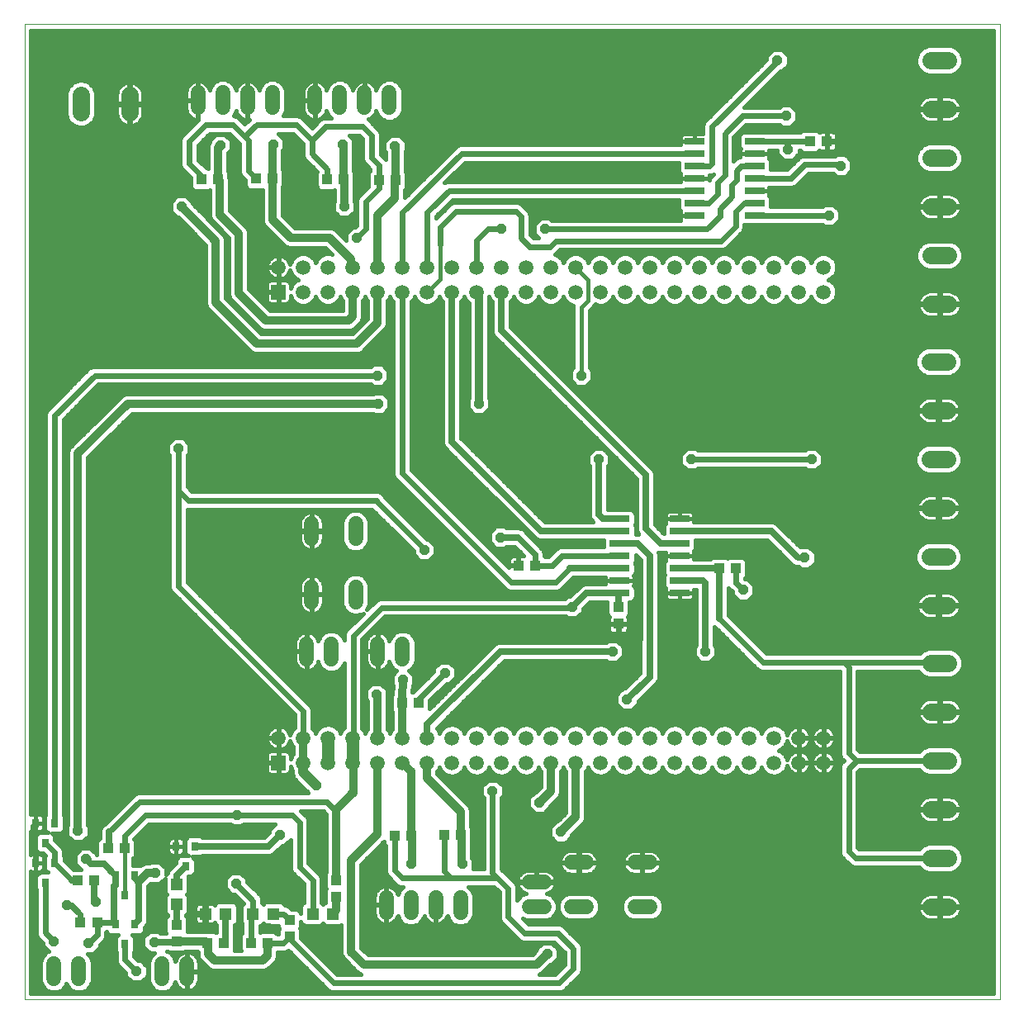
<source format=gtl>
G75*
%MOIN*%
%OFA0B0*%
%FSLAX24Y24*%
%IPPOS*%
%LPD*%
%AMOC8*
5,1,8,0,0,1.08239X$1,22.5*
%
%ADD10C,0.0000*%
%ADD11R,0.0594X0.0594*%
%ADD12C,0.0594*%
%ADD13R,0.0310X0.0350*%
%ADD14R,0.0472X0.0472*%
%ADD15R,0.0433X0.0394*%
%ADD16R,0.0394X0.0433*%
%ADD17C,0.0600*%
%ADD18R,0.0800X0.0260*%
%ADD19R,0.0425X0.0413*%
%ADD20R,0.0413X0.0425*%
%ADD21C,0.0705*%
%ADD22C,0.0160*%
%ADD23OC8,0.0400*%
%ADD24C,0.0240*%
%ADD25C,0.0320*%
%ADD26C,0.0256*%
%ADD27C,0.0500*%
%ADD28C,0.0400*%
%ADD29C,0.0268*%
D10*
X000180Y000180D02*
X000180Y039550D01*
X039550Y039550D01*
X039550Y000180D01*
X000180Y000180D01*
D11*
X010436Y009745D03*
X010436Y028745D03*
D12*
X011436Y028745D03*
X011436Y029745D03*
X010436Y029745D03*
X012436Y029745D03*
X013436Y029745D03*
X013436Y028745D03*
X012436Y028745D03*
X014436Y028745D03*
X015436Y028745D03*
X015436Y029745D03*
X014436Y029745D03*
X016436Y029745D03*
X017436Y029745D03*
X017436Y028745D03*
X016436Y028745D03*
X018436Y028745D03*
X019436Y028745D03*
X019436Y029745D03*
X018436Y029745D03*
X020436Y029745D03*
X021436Y029745D03*
X021436Y028745D03*
X020436Y028745D03*
X022436Y028745D03*
X023436Y028745D03*
X023436Y029745D03*
X022436Y029745D03*
X024436Y029745D03*
X024436Y028745D03*
X025436Y028745D03*
X026436Y028745D03*
X026436Y029745D03*
X025436Y029745D03*
X027436Y029745D03*
X028436Y029745D03*
X028436Y028745D03*
X027436Y028745D03*
X029436Y028745D03*
X030436Y028745D03*
X030436Y029745D03*
X029436Y029745D03*
X031436Y029745D03*
X032436Y029745D03*
X032436Y028745D03*
X031436Y028745D03*
X031436Y010745D03*
X032436Y010745D03*
X032436Y009745D03*
X031436Y009745D03*
X030436Y009745D03*
X029436Y009745D03*
X029436Y010745D03*
X030436Y010745D03*
X028436Y010745D03*
X027436Y010745D03*
X027436Y009745D03*
X028436Y009745D03*
X026436Y009745D03*
X025436Y009745D03*
X025436Y010745D03*
X026436Y010745D03*
X024436Y010745D03*
X024436Y009745D03*
X023436Y009745D03*
X022436Y009745D03*
X022436Y010745D03*
X023436Y010745D03*
X021436Y010745D03*
X020436Y010745D03*
X020436Y009745D03*
X021436Y009745D03*
X019436Y009745D03*
X018436Y009745D03*
X018436Y010745D03*
X019436Y010745D03*
X017436Y010745D03*
X016436Y010745D03*
X016436Y009745D03*
X017436Y009745D03*
X015436Y009745D03*
X014436Y009745D03*
X014436Y010745D03*
X015436Y010745D03*
X013436Y010745D03*
X012436Y010745D03*
X012436Y009745D03*
X013436Y009745D03*
X011436Y009745D03*
X011436Y010745D03*
X010436Y010745D03*
D13*
X007066Y006367D03*
X006306Y006367D03*
X006686Y005567D03*
X004625Y005186D03*
X003865Y005186D03*
X004245Y004386D03*
X003865Y003218D03*
X004625Y003218D03*
X004245Y002418D03*
X001017Y004898D03*
X001397Y005698D03*
X000637Y005698D03*
X001017Y006512D03*
X001397Y007312D03*
X000637Y007312D03*
D14*
X006322Y004845D03*
X006322Y004019D03*
X007483Y003645D03*
X008310Y003645D03*
X009412Y003645D03*
X010239Y003645D03*
X011814Y003645D03*
X012641Y003645D03*
D15*
X012778Y004334D03*
X012778Y005003D03*
X010889Y003389D03*
X010889Y002719D03*
X006322Y002523D03*
X006322Y003192D03*
D16*
X007562Y002463D03*
X008231Y002463D03*
X009334Y002463D03*
X010003Y002463D03*
X015121Y006794D03*
X015790Y006794D03*
X017129Y006834D03*
X017798Y006834D03*
X016105Y012149D03*
X015436Y012149D03*
X020121Y017700D03*
X020790Y017700D03*
X028231Y017582D03*
X028900Y017582D03*
X015160Y033251D03*
X014491Y033251D03*
X013074Y033290D03*
X012404Y033290D03*
X010200Y033330D03*
X009530Y033330D03*
X007995Y033290D03*
X007326Y033290D03*
X004215Y006282D03*
X003546Y006282D03*
X002995Y004983D03*
X002326Y004983D03*
X002444Y003290D03*
X003113Y003290D03*
D17*
X002373Y001622D02*
X002373Y001022D01*
X001373Y001022D02*
X001373Y001622D01*
X005743Y001622D02*
X005743Y001022D01*
X006743Y001022D02*
X006743Y001622D01*
X014782Y003699D02*
X014782Y004299D01*
X015782Y004299D02*
X015782Y003699D01*
X016782Y003699D02*
X016782Y004299D01*
X017782Y004299D02*
X017782Y003699D01*
X020549Y003932D02*
X021149Y003932D01*
X021149Y004932D02*
X020549Y004932D01*
X022261Y005716D02*
X022861Y005716D01*
X022861Y003936D02*
X022261Y003936D01*
X024821Y003936D02*
X025421Y003936D01*
X025421Y005716D02*
X024821Y005716D01*
X015444Y013935D02*
X015444Y014535D01*
X014444Y014535D02*
X014444Y013935D01*
X012570Y013935D02*
X012570Y014535D01*
X011570Y014535D02*
X011570Y013935D01*
X011770Y016238D02*
X011770Y016838D01*
X013550Y016838D02*
X013550Y016238D01*
X013550Y018798D02*
X013550Y019398D01*
X011770Y019398D02*
X011770Y018798D01*
X011908Y036179D02*
X011908Y036779D01*
X012908Y036779D02*
X012908Y036179D01*
X013908Y036179D02*
X013908Y036779D01*
X014908Y036779D02*
X014908Y036179D01*
X010184Y036179D02*
X010184Y036779D01*
X009184Y036779D02*
X009184Y036179D01*
X008184Y036179D02*
X008184Y036779D01*
X007184Y036779D02*
X007184Y036179D01*
D18*
X024206Y019593D03*
X024206Y019093D03*
X024206Y018593D03*
X024206Y018093D03*
X024206Y017593D03*
X024206Y017093D03*
X024206Y016593D03*
X026626Y016593D03*
X026626Y017093D03*
X026626Y017593D03*
X026626Y018093D03*
X026626Y018593D03*
X026626Y019093D03*
X026626Y019593D03*
X027238Y031830D03*
X027238Y032330D03*
X027238Y032830D03*
X027238Y033330D03*
X027238Y033830D03*
X027238Y034330D03*
X027238Y034830D03*
X029658Y034830D03*
X029658Y034330D03*
X029658Y033830D03*
X029658Y033330D03*
X029658Y032830D03*
X029658Y032330D03*
X029658Y031830D03*
D19*
X024156Y016036D03*
X024156Y015347D03*
D20*
X031883Y034826D03*
X032572Y034826D03*
D21*
X036768Y034156D02*
X037473Y034156D01*
X037473Y032188D02*
X036768Y032188D01*
X036768Y030219D02*
X037473Y030219D01*
X037473Y028251D02*
X036768Y028251D01*
X036729Y025928D02*
X037434Y025928D01*
X037434Y023960D02*
X036729Y023960D01*
X036729Y021991D02*
X037434Y021991D01*
X037434Y020023D02*
X036729Y020023D01*
X036729Y018054D02*
X037434Y018054D01*
X037434Y016086D02*
X036729Y016086D01*
X036768Y013763D02*
X037473Y013763D01*
X037473Y011794D02*
X036768Y011794D01*
X036768Y009826D02*
X037473Y009826D01*
X037473Y007857D02*
X036768Y007857D01*
X036768Y005889D02*
X037473Y005889D01*
X037473Y003920D02*
X036768Y003920D01*
X036768Y036125D02*
X037473Y036125D01*
X037473Y038093D02*
X036768Y038093D01*
X004432Y036686D02*
X004432Y035981D01*
X002463Y035981D02*
X002463Y036686D01*
D22*
X002050Y037111D02*
X000420Y037111D01*
X000420Y037269D02*
X002323Y037269D01*
X002346Y037279D02*
X002128Y037188D01*
X001961Y037022D01*
X001871Y036804D01*
X001871Y035863D01*
X001961Y035645D01*
X002128Y035479D01*
X002346Y035389D01*
X002581Y035389D01*
X002799Y035479D01*
X002966Y035645D01*
X003056Y035863D01*
X003056Y036804D01*
X002966Y037022D01*
X002799Y037188D01*
X002581Y037279D01*
X002346Y037279D01*
X002604Y037269D02*
X007955Y037269D01*
X007878Y037237D02*
X008077Y037319D01*
X008291Y037319D01*
X008490Y037237D01*
X008642Y037085D01*
X008718Y036900D01*
X008739Y036963D01*
X008773Y037031D01*
X008818Y037092D01*
X008871Y037145D01*
X008932Y037190D01*
X009000Y037224D01*
X009072Y037247D01*
X009146Y037259D01*
X009164Y037259D01*
X009164Y036499D01*
X009204Y036499D01*
X009204Y037259D01*
X009222Y037259D01*
X009296Y037247D01*
X009368Y037224D01*
X009436Y037190D01*
X009497Y037145D01*
X009550Y037092D01*
X009594Y037031D01*
X009629Y036963D01*
X009649Y036900D01*
X009726Y037085D01*
X009878Y037237D01*
X010077Y037319D01*
X010291Y037319D01*
X010490Y037237D01*
X010642Y037085D01*
X010724Y036887D01*
X010724Y036072D01*
X010642Y035873D01*
X010623Y035855D01*
X011236Y035855D01*
X011368Y035800D01*
X011469Y035699D01*
X011794Y035374D01*
X012141Y035721D01*
X012274Y035776D01*
X012548Y035776D01*
X012451Y035873D01*
X012374Y036059D01*
X012353Y035995D01*
X012319Y035928D01*
X012274Y035867D01*
X012221Y035813D01*
X012160Y035769D01*
X012093Y035734D01*
X012021Y035711D01*
X011946Y035699D01*
X011928Y035699D01*
X011928Y036459D01*
X011888Y036459D01*
X011428Y036459D01*
X011428Y036141D01*
X011440Y036067D01*
X011464Y035995D01*
X011498Y035928D01*
X011542Y035867D01*
X011596Y035813D01*
X011657Y035769D01*
X011724Y035734D01*
X011796Y035711D01*
X011871Y035699D01*
X011888Y035699D01*
X011888Y036459D01*
X011888Y036499D01*
X011428Y036499D01*
X011428Y036817D01*
X011440Y036892D01*
X011464Y036963D01*
X011498Y037031D01*
X011542Y037092D01*
X011596Y037145D01*
X011657Y037190D01*
X011724Y037224D01*
X011796Y037247D01*
X011871Y037259D01*
X011888Y037259D01*
X011888Y036499D01*
X011928Y036499D01*
X011928Y037259D01*
X011946Y037259D01*
X012021Y037247D01*
X012093Y037224D01*
X012160Y037190D01*
X012221Y037145D01*
X012274Y037092D01*
X012319Y037031D01*
X012353Y036963D01*
X012374Y036900D01*
X012451Y037085D01*
X012602Y037237D01*
X012801Y037319D01*
X013016Y037319D01*
X013214Y037237D01*
X013366Y037085D01*
X013443Y036900D01*
X013464Y036963D01*
X013498Y037031D01*
X013542Y037092D01*
X013596Y037145D01*
X013657Y037190D01*
X013724Y037224D01*
X013796Y037247D01*
X013871Y037259D01*
X013888Y037259D01*
X013888Y036499D01*
X013928Y036499D01*
X013928Y037259D01*
X013946Y037259D01*
X014021Y037247D01*
X014093Y037224D01*
X014160Y037190D01*
X014221Y037145D01*
X014274Y037092D01*
X014319Y037031D01*
X014353Y036963D01*
X014374Y036900D01*
X014451Y037085D01*
X014602Y037237D01*
X014801Y037319D01*
X015016Y037319D01*
X015214Y037237D01*
X015366Y037085D01*
X015448Y036887D01*
X015448Y036072D01*
X015366Y035873D01*
X015214Y035721D01*
X015016Y035639D01*
X014801Y035639D01*
X014602Y035721D01*
X014451Y035873D01*
X014374Y036059D01*
X014353Y035995D01*
X014319Y035928D01*
X014274Y035867D01*
X014221Y035813D01*
X014160Y035769D01*
X014093Y035734D01*
X014047Y035720D01*
X014147Y035620D01*
X014501Y035266D01*
X014556Y035133D01*
X014556Y034305D01*
X014760Y034101D01*
X014760Y034387D01*
X014701Y034447D01*
X014701Y034811D01*
X014958Y035069D01*
X015323Y035069D01*
X015581Y034811D01*
X015581Y034447D01*
X015560Y034426D01*
X015560Y033604D01*
X015561Y033603D01*
X015597Y033515D01*
X015597Y032987D01*
X015561Y032898D01*
X015541Y032878D01*
X015541Y032562D01*
X017614Y034635D01*
X017746Y034690D01*
X026658Y034690D01*
X026658Y034830D01*
X027238Y034830D01*
X027238Y034830D01*
X027238Y035140D01*
X027576Y035140D01*
X027576Y035488D01*
X027631Y035620D01*
X027732Y035721D01*
X030134Y038123D01*
X030134Y038276D01*
X030391Y038533D01*
X030756Y038533D01*
X031014Y038276D01*
X031014Y037911D01*
X030756Y037653D01*
X030682Y037653D01*
X029238Y036209D01*
X030666Y036209D01*
X030746Y036289D01*
X031110Y036289D01*
X031368Y036032D01*
X031368Y035667D01*
X031110Y035409D01*
X030746Y035409D01*
X030666Y035489D01*
X029305Y035489D01*
X028808Y034992D01*
X028808Y034041D01*
X028901Y034135D01*
X029034Y034190D01*
X029078Y034190D01*
X029078Y034330D01*
X029658Y034330D01*
X030238Y034330D01*
X030238Y034470D01*
X030567Y034470D01*
X030567Y034328D01*
X030825Y034071D01*
X031189Y034071D01*
X031447Y034328D01*
X031447Y034470D01*
X031480Y034470D01*
X031540Y034410D01*
X031628Y034373D01*
X032137Y034373D01*
X032225Y034410D01*
X032274Y034458D01*
X032296Y034445D01*
X032341Y034433D01*
X032548Y034433D01*
X032548Y034802D01*
X032595Y034802D01*
X032595Y034433D01*
X032802Y034433D01*
X032848Y034445D01*
X032889Y034469D01*
X032922Y034503D01*
X032946Y034544D01*
X032958Y034589D01*
X032958Y034802D01*
X032595Y034802D01*
X032595Y034849D01*
X032548Y034849D01*
X032548Y035218D01*
X032341Y035218D01*
X032296Y035206D01*
X032274Y035193D01*
X032225Y035242D01*
X032137Y035278D01*
X031628Y035278D01*
X031540Y035242D01*
X031488Y035190D01*
X030130Y035190D01*
X030105Y035200D01*
X029210Y035200D01*
X029122Y035163D01*
X029054Y035096D01*
X029018Y035007D01*
X029018Y034652D01*
X029054Y034564D01*
X029090Y034528D01*
X029078Y034483D01*
X029078Y034330D01*
X029658Y034330D01*
X029658Y034330D01*
X030238Y034330D01*
X030238Y034176D01*
X030226Y034131D01*
X030261Y034096D01*
X030298Y034007D01*
X030298Y033690D01*
X030976Y033690D01*
X031371Y034085D01*
X031472Y034186D01*
X031604Y034241D01*
X032910Y034241D01*
X032951Y034281D01*
X033315Y034281D01*
X033573Y034024D01*
X033573Y033659D01*
X033315Y033401D01*
X032951Y033401D01*
X032831Y033521D01*
X031825Y033521D01*
X031329Y033024D01*
X031196Y032970D01*
X030238Y032970D01*
X030238Y032830D01*
X029658Y032830D01*
X029658Y032830D01*
X030238Y032830D01*
X030238Y032676D01*
X030226Y032631D01*
X030261Y032596D01*
X030298Y032507D01*
X030298Y032194D01*
X032398Y032194D01*
X032478Y032274D01*
X032843Y032274D01*
X033100Y032016D01*
X033100Y031651D01*
X032843Y031394D01*
X032478Y031394D01*
X032398Y031474D01*
X030344Y031474D01*
X030334Y031470D01*
X030130Y031470D01*
X030105Y031460D01*
X029241Y031460D01*
X029241Y031329D01*
X029186Y031197D01*
X028595Y030606D01*
X028494Y030505D01*
X028362Y030450D01*
X021786Y030450D01*
X021604Y030269D01*
X021590Y030262D01*
X021740Y030200D01*
X021891Y030049D01*
X021936Y029941D01*
X021981Y030049D01*
X022132Y030200D01*
X022329Y030282D01*
X022543Y030282D01*
X022740Y030200D01*
X022891Y030049D01*
X022936Y029941D01*
X022981Y030049D01*
X023132Y030200D01*
X023329Y030282D01*
X023543Y030282D01*
X023740Y030200D01*
X023891Y030049D01*
X023936Y029941D01*
X023981Y030049D01*
X024132Y030200D01*
X024329Y030282D01*
X024543Y030282D01*
X024740Y030200D01*
X024891Y030049D01*
X024936Y029941D01*
X024981Y030049D01*
X025132Y030200D01*
X025329Y030282D01*
X025543Y030282D01*
X025740Y030200D01*
X025891Y030049D01*
X025936Y029941D01*
X025981Y030049D01*
X026132Y030200D01*
X026329Y030282D01*
X026543Y030282D01*
X026740Y030200D01*
X026891Y030049D01*
X026936Y029941D01*
X026981Y030049D01*
X027132Y030200D01*
X027329Y030282D01*
X027543Y030282D01*
X027740Y030200D01*
X027891Y030049D01*
X027936Y029941D01*
X027981Y030049D01*
X028132Y030200D01*
X028329Y030282D01*
X028543Y030282D01*
X028740Y030200D01*
X028891Y030049D01*
X028936Y029941D01*
X028981Y030049D01*
X029132Y030200D01*
X029329Y030282D01*
X029543Y030282D01*
X029740Y030200D01*
X029891Y030049D01*
X029936Y029941D01*
X029981Y030049D01*
X030132Y030200D01*
X030329Y030282D01*
X030543Y030282D01*
X030740Y030200D01*
X030891Y030049D01*
X030936Y029941D01*
X030981Y030049D01*
X031132Y030200D01*
X031329Y030282D01*
X031543Y030282D01*
X031740Y030200D01*
X031891Y030049D01*
X031936Y029941D01*
X031981Y030049D01*
X032132Y030200D01*
X032329Y030282D01*
X032543Y030282D01*
X032740Y030200D01*
X032891Y030049D01*
X032973Y029852D01*
X032973Y029638D01*
X032891Y029441D01*
X032740Y029290D01*
X032632Y029245D01*
X032740Y029200D01*
X032891Y029049D01*
X032973Y028852D01*
X032973Y028638D01*
X032891Y028441D01*
X032740Y028290D01*
X032543Y028208D01*
X032329Y028208D01*
X032132Y028290D01*
X031981Y028441D01*
X031936Y028549D01*
X031891Y028441D01*
X031740Y028290D01*
X031543Y028208D01*
X031329Y028208D01*
X031132Y028290D01*
X030981Y028441D01*
X030936Y028549D01*
X030891Y028441D01*
X030740Y028290D01*
X030543Y028208D01*
X030329Y028208D01*
X030132Y028290D01*
X029981Y028441D01*
X029936Y028549D01*
X029891Y028441D01*
X029740Y028290D01*
X029543Y028208D01*
X029329Y028208D01*
X029132Y028290D01*
X028981Y028441D01*
X028936Y028549D01*
X028891Y028441D01*
X028740Y028290D01*
X028543Y028208D01*
X028329Y028208D01*
X028132Y028290D01*
X027981Y028441D01*
X027936Y028549D01*
X027891Y028441D01*
X027740Y028290D01*
X027543Y028208D01*
X027329Y028208D01*
X027132Y028290D01*
X026981Y028441D01*
X026936Y028549D01*
X026891Y028441D01*
X026740Y028290D01*
X026543Y028208D01*
X026329Y028208D01*
X026132Y028290D01*
X025981Y028441D01*
X025936Y028549D01*
X025891Y028441D01*
X025740Y028290D01*
X025543Y028208D01*
X025329Y028208D01*
X025132Y028290D01*
X024981Y028441D01*
X024936Y028549D01*
X024891Y028441D01*
X024740Y028290D01*
X024543Y028208D01*
X024329Y028208D01*
X024132Y028290D01*
X023981Y028441D01*
X023936Y028549D01*
X023891Y028441D01*
X023740Y028290D01*
X023543Y028208D01*
X023329Y028208D01*
X023218Y028254D01*
X023207Y028227D01*
X023117Y028137D01*
X022980Y028000D01*
X022980Y025679D01*
X023100Y025559D01*
X023100Y025195D01*
X022843Y024937D01*
X022478Y024937D01*
X022220Y025195D01*
X022220Y025559D01*
X022340Y025679D01*
X022340Y028196D01*
X022345Y028208D01*
X022329Y028208D01*
X022132Y028290D01*
X021981Y028441D01*
X021936Y028549D01*
X021891Y028441D01*
X021740Y028290D01*
X021543Y028208D01*
X021329Y028208D01*
X021132Y028290D01*
X020981Y028441D01*
X020936Y028549D01*
X020891Y028441D01*
X020740Y028290D01*
X020543Y028208D01*
X020329Y028208D01*
X020132Y028290D01*
X019981Y028441D01*
X019936Y028549D01*
X019891Y028441D01*
X019804Y028354D01*
X019804Y027336D01*
X025467Y021673D01*
X025467Y021673D01*
X025571Y021570D01*
X025627Y021434D01*
X025627Y019348D01*
X025986Y018989D01*
X025986Y019271D01*
X026023Y019359D01*
X026058Y019395D01*
X026046Y019440D01*
X026046Y019593D01*
X026626Y019593D01*
X026626Y019593D01*
X026046Y019593D01*
X026046Y019747D01*
X026058Y019793D01*
X026082Y019834D01*
X026116Y019867D01*
X026157Y019891D01*
X026203Y019903D01*
X026626Y019903D01*
X026626Y019593D01*
X026626Y019593D01*
X027206Y019593D01*
X027206Y019461D01*
X030395Y019461D01*
X030530Y019405D01*
X031487Y018448D01*
X031494Y018455D01*
X031858Y018455D01*
X032116Y018197D01*
X032116Y017832D01*
X031858Y017575D01*
X031494Y017575D01*
X031414Y017655D01*
X031329Y017655D01*
X031197Y017709D01*
X031172Y017734D01*
X031153Y017742D01*
X030169Y018725D01*
X027266Y018725D01*
X027266Y018416D01*
X027230Y018327D01*
X027194Y018292D01*
X027206Y018247D01*
X027206Y018093D01*
X026626Y018093D01*
X026046Y018093D01*
X026046Y017940D01*
X026058Y017895D01*
X026023Y017859D01*
X025986Y017771D01*
X025986Y017416D01*
X026016Y017343D01*
X025986Y017271D01*
X025986Y016916D01*
X026023Y016827D01*
X026058Y016792D01*
X026046Y016747D01*
X026046Y016593D01*
X026046Y016440D01*
X026058Y016394D01*
X026082Y016353D01*
X026116Y016319D01*
X026157Y016296D01*
X026203Y016283D01*
X026626Y016283D01*
X026626Y016593D01*
X026626Y016593D01*
X026046Y016593D01*
X026626Y016593D01*
X026626Y016593D01*
X026626Y016283D01*
X027050Y016283D01*
X027096Y016296D01*
X027137Y016319D01*
X027170Y016353D01*
X027194Y016394D01*
X027206Y016440D01*
X027206Y016593D01*
X026626Y016593D01*
X026626Y016593D01*
X027206Y016593D01*
X027206Y016720D01*
X027286Y016720D01*
X027286Y014484D01*
X027220Y014417D01*
X027220Y014053D01*
X027478Y013795D01*
X027843Y013795D01*
X028100Y014053D01*
X028100Y014417D01*
X028034Y014484D01*
X028034Y015237D01*
X028042Y015234D01*
X029678Y013598D01*
X029779Y013497D01*
X029912Y013442D01*
X033088Y013442D01*
X033088Y010069D01*
X033143Y009937D01*
X033244Y009835D01*
X033254Y009826D01*
X033143Y009715D01*
X033088Y009582D01*
X033088Y006093D01*
X033143Y005960D01*
X033244Y005859D01*
X033519Y005583D01*
X033652Y005529D01*
X036291Y005529D01*
X036433Y005386D01*
X036651Y005296D01*
X037591Y005296D01*
X037809Y005386D01*
X037976Y005553D01*
X038066Y005771D01*
X038066Y006007D01*
X037976Y006224D01*
X037809Y006391D01*
X037591Y006481D01*
X036651Y006481D01*
X036433Y006391D01*
X036291Y006249D01*
X033872Y006249D01*
X033808Y006313D01*
X033808Y009362D01*
X033912Y009466D01*
X036291Y009466D01*
X036433Y009323D01*
X036651Y009233D01*
X037591Y009233D01*
X037809Y009323D01*
X037976Y009490D01*
X038066Y009708D01*
X038066Y009944D01*
X037976Y010161D01*
X037809Y010328D01*
X037591Y010418D01*
X036651Y010418D01*
X036433Y010328D01*
X036291Y010186D01*
X033912Y010186D01*
X033808Y010290D01*
X033808Y013442D01*
X036260Y013442D01*
X036266Y013427D01*
X036433Y013260D01*
X036651Y013170D01*
X037591Y013170D01*
X037809Y013260D01*
X037976Y013427D01*
X038066Y013645D01*
X038066Y013881D01*
X037976Y014098D01*
X037809Y014265D01*
X037591Y014355D01*
X036651Y014355D01*
X036433Y014265D01*
X036330Y014162D01*
X030132Y014162D01*
X028599Y015695D01*
X028599Y016803D01*
X028756Y016646D01*
X028756Y016533D01*
X029013Y016275D01*
X029378Y016275D01*
X029636Y016533D01*
X029636Y016898D01*
X029378Y017155D01*
X029265Y017155D01*
X029260Y017160D01*
X029260Y017189D01*
X029301Y017229D01*
X029337Y017317D01*
X029337Y017846D01*
X029301Y017934D01*
X029233Y018002D01*
X029145Y018038D01*
X028656Y018038D01*
X028568Y018002D01*
X028566Y018000D01*
X028564Y018002D01*
X028476Y018038D01*
X027987Y018038D01*
X027898Y018002D01*
X027858Y017961D01*
X027206Y017961D01*
X027206Y018093D01*
X026626Y018093D01*
X026626Y018093D01*
X026046Y018093D01*
X026046Y018225D01*
X025788Y018225D01*
X025754Y018239D01*
X025784Y018167D01*
X025784Y014717D01*
X025790Y014703D01*
X025790Y013137D01*
X025733Y013000D01*
X024951Y012217D01*
X024951Y012124D01*
X024693Y011866D01*
X024328Y011866D01*
X024071Y012124D01*
X024071Y012488D01*
X024328Y012746D01*
X024422Y012746D01*
X025042Y013366D01*
X025042Y014703D01*
X025048Y014717D01*
X025048Y017941D01*
X024846Y018143D01*
X024846Y017916D01*
X024816Y017843D01*
X024846Y017771D01*
X024846Y017416D01*
X024810Y017327D01*
X024774Y017292D01*
X024786Y017247D01*
X024786Y017093D01*
X024206Y017093D01*
X023626Y017093D01*
X023626Y016965D01*
X022784Y016965D01*
X022649Y016909D01*
X022206Y016466D01*
X022104Y016466D01*
X022004Y016367D01*
X014518Y016367D01*
X014386Y016312D01*
X014010Y015936D01*
X014090Y016130D01*
X014090Y016945D01*
X014008Y017144D01*
X013856Y017296D01*
X013658Y017378D01*
X013443Y017378D01*
X013244Y017296D01*
X013093Y017144D01*
X013010Y016945D01*
X013010Y016130D01*
X013093Y015932D01*
X013244Y015780D01*
X013443Y015698D01*
X013658Y015698D01*
X013852Y015778D01*
X013143Y015069D01*
X013088Y014937D01*
X013088Y014696D01*
X013028Y014841D01*
X012876Y014993D01*
X012677Y015075D01*
X012462Y015075D01*
X012264Y014993D01*
X012112Y014841D01*
X012035Y014656D01*
X012015Y014719D01*
X011980Y014787D01*
X011936Y014848D01*
X011882Y014901D01*
X011821Y014946D01*
X011754Y014980D01*
X011682Y015003D01*
X011608Y015015D01*
X011590Y015015D01*
X011590Y014255D01*
X011550Y014255D01*
X011550Y015015D01*
X011532Y015015D01*
X011457Y015003D01*
X011386Y014980D01*
X011318Y014946D01*
X011257Y014901D01*
X011204Y014848D01*
X011159Y014787D01*
X011125Y014719D01*
X011102Y014648D01*
X011090Y014573D01*
X011090Y014255D01*
X011550Y014255D01*
X011550Y014215D01*
X011590Y014215D01*
X011590Y013455D01*
X011608Y013455D01*
X011682Y013467D01*
X011754Y013490D01*
X011821Y013525D01*
X011882Y013569D01*
X011936Y013622D01*
X011980Y013684D01*
X012015Y013751D01*
X012035Y013814D01*
X012112Y013629D01*
X012264Y013477D01*
X012462Y013395D01*
X012677Y013395D01*
X012876Y013477D01*
X013028Y013629D01*
X013088Y013774D01*
X013088Y011156D01*
X012981Y011049D01*
X012936Y010941D01*
X012891Y011049D01*
X012740Y011200D01*
X012543Y011282D01*
X012329Y011282D01*
X012132Y011200D01*
X011981Y011049D01*
X011936Y010941D01*
X011891Y011049D01*
X011800Y011140D01*
X011800Y011905D01*
X011745Y012037D01*
X011644Y012139D01*
X006760Y017022D01*
X006760Y019977D01*
X014204Y019977D01*
X015882Y018300D01*
X015882Y018147D01*
X016139Y017890D01*
X016504Y017890D01*
X016762Y018147D01*
X016762Y018512D01*
X016504Y018770D01*
X016430Y018770D01*
X014726Y020474D01*
X014698Y020541D01*
X014597Y020643D01*
X014464Y020697D01*
X006943Y020697D01*
X006760Y020880D01*
X006760Y022162D01*
X006840Y022242D01*
X006840Y022606D01*
X006583Y022864D01*
X006218Y022864D01*
X005960Y022606D01*
X005960Y022242D01*
X006040Y022162D01*
X006040Y016801D01*
X006095Y016669D01*
X011080Y011684D01*
X011080Y011148D01*
X010981Y011049D01*
X010901Y010857D01*
X010878Y010928D01*
X010844Y010995D01*
X010800Y011056D01*
X010747Y011109D01*
X010686Y011153D01*
X010619Y011187D01*
X010548Y011210D01*
X010473Y011222D01*
X010454Y011222D01*
X010454Y010763D01*
X010417Y010763D01*
X010417Y010727D01*
X009959Y010727D01*
X009959Y010707D01*
X009971Y010633D01*
X009994Y010562D01*
X010028Y010495D01*
X010072Y010434D01*
X010125Y010381D01*
X010186Y010337D01*
X010253Y010303D01*
X010324Y010280D01*
X010398Y010268D01*
X010417Y010268D01*
X010417Y010727D01*
X010454Y010727D01*
X010454Y010268D01*
X010473Y010268D01*
X010548Y010280D01*
X010619Y010303D01*
X010686Y010337D01*
X010747Y010381D01*
X010800Y010434D01*
X010844Y010495D01*
X010878Y010562D01*
X010901Y010633D01*
X010901Y010633D01*
X010981Y010441D01*
X011036Y010386D01*
X011036Y010104D01*
X010981Y010049D01*
X010913Y009885D01*
X010913Y010066D01*
X010900Y010111D01*
X010877Y010152D01*
X010843Y010186D01*
X010802Y010210D01*
X010756Y010222D01*
X010454Y010222D01*
X010454Y009763D01*
X010417Y009763D01*
X010417Y009727D01*
X009959Y009727D01*
X009959Y009424D01*
X009971Y009379D01*
X009995Y009338D01*
X010029Y009304D01*
X010070Y009280D01*
X010115Y009268D01*
X010417Y009268D01*
X010417Y009727D01*
X010454Y009727D01*
X010454Y009268D01*
X010756Y009268D01*
X010802Y009280D01*
X010843Y009304D01*
X010877Y009338D01*
X010900Y009379D01*
X010913Y009424D01*
X010913Y009605D01*
X010981Y009441D01*
X010996Y009426D01*
X010996Y009270D01*
X011063Y009108D01*
X011639Y008532D01*
X004754Y008532D01*
X004622Y008477D01*
X003416Y007272D01*
X003397Y007264D01*
X003293Y007160D01*
X003237Y007025D01*
X003237Y006712D01*
X003213Y006702D01*
X003146Y006635D01*
X003109Y006547D01*
X003109Y006020D01*
X003100Y006020D01*
X003100Y006032D01*
X003087Y006045D01*
X003084Y006053D01*
X002982Y006154D01*
X002974Y006158D01*
X002843Y006289D01*
X002478Y006289D01*
X002220Y006032D01*
X002220Y005667D01*
X002448Y005440D01*
X002164Y005440D01*
X001792Y005812D01*
X001792Y005921D01*
X001757Y006005D01*
X001757Y006204D01*
X001702Y006336D01*
X001412Y006626D01*
X001412Y006735D01*
X001375Y006823D01*
X001308Y006891D01*
X001292Y006897D01*
X001600Y006897D01*
X001688Y006934D01*
X001755Y007001D01*
X001792Y007090D01*
X001792Y007535D01*
X001757Y007620D01*
X001757Y023610D01*
X003164Y025017D01*
X014148Y025017D01*
X014166Y024998D01*
X014204Y024983D01*
X014250Y024937D01*
X014614Y024937D01*
X014872Y025195D01*
X014872Y025559D01*
X014614Y025817D01*
X014250Y025817D01*
X014170Y025737D01*
X002943Y025737D01*
X002811Y025682D01*
X002709Y025581D01*
X001092Y023963D01*
X001037Y023831D01*
X001037Y007620D01*
X001002Y007535D01*
X001002Y007090D01*
X001038Y007001D01*
X001106Y006934D01*
X001122Y006927D01*
X000814Y006927D01*
X000726Y006891D01*
X000658Y006823D01*
X000622Y006735D01*
X000622Y006290D01*
X000658Y006201D01*
X000726Y006134D01*
X000814Y006097D01*
X000923Y006097D01*
X001030Y005990D01*
X001002Y005921D01*
X001002Y005475D01*
X001038Y005387D01*
X001106Y005320D01*
X001122Y005313D01*
X000814Y005313D01*
X000726Y005277D01*
X000658Y005209D01*
X000622Y005121D01*
X000622Y004675D01*
X000657Y004591D01*
X000657Y002815D01*
X000712Y002683D01*
X000921Y002473D01*
X000921Y002360D01*
X001162Y002119D01*
X001067Y002080D01*
X000915Y001928D01*
X000833Y001729D01*
X000833Y000914D01*
X000915Y000716D01*
X001067Y000564D01*
X001265Y000482D01*
X001480Y000482D01*
X001679Y000564D01*
X001831Y000716D01*
X001873Y000818D01*
X001915Y000716D01*
X002067Y000564D01*
X002265Y000482D01*
X002480Y000482D01*
X002679Y000564D01*
X002831Y000716D01*
X002913Y000914D01*
X002913Y001729D01*
X002831Y001928D01*
X002735Y002023D01*
X002961Y002023D01*
X003218Y002281D01*
X003218Y002394D01*
X003418Y002594D01*
X003473Y002727D01*
X003473Y002897D01*
X003500Y002924D01*
X003507Y002907D01*
X003574Y002839D01*
X003662Y002803D01*
X003970Y002803D01*
X003954Y002796D01*
X003887Y002729D01*
X003850Y002641D01*
X003850Y002195D01*
X003885Y002111D01*
X003885Y001713D01*
X003940Y001580D01*
X004041Y001479D01*
X004041Y001479D01*
X004268Y001253D01*
X004268Y001139D01*
X004525Y000882D01*
X004890Y000882D01*
X005148Y001139D01*
X005148Y001504D01*
X004890Y001762D01*
X004777Y001762D01*
X004605Y001933D01*
X004605Y002111D01*
X004640Y002195D01*
X004640Y002641D01*
X004604Y002729D01*
X004536Y002796D01*
X004520Y002803D01*
X004828Y002803D01*
X004916Y002839D01*
X004984Y002907D01*
X005020Y002995D01*
X005020Y003092D01*
X005098Y003171D01*
X005154Y003306D01*
X005154Y004746D01*
X005270Y004862D01*
X005273Y004858D01*
X005638Y004858D01*
X005846Y005066D01*
X005846Y004561D01*
X005882Y004473D01*
X005923Y004432D01*
X005882Y004391D01*
X005846Y004303D01*
X005846Y003735D01*
X005882Y003646D01*
X005950Y003579D01*
X005954Y003577D01*
X005954Y003577D01*
X005902Y003525D01*
X005865Y003436D01*
X005865Y002947D01*
X005897Y002871D01*
X005671Y002871D01*
X005598Y002943D01*
X005234Y002943D01*
X004976Y002685D01*
X004976Y002321D01*
X005234Y002063D01*
X005420Y002063D01*
X005285Y001928D01*
X005203Y001729D01*
X005203Y000914D01*
X005285Y000716D01*
X005437Y000564D01*
X005636Y000482D01*
X005850Y000482D01*
X006049Y000564D01*
X006201Y000716D01*
X006277Y000901D01*
X006298Y000837D01*
X006332Y000770D01*
X006377Y000709D01*
X006430Y000656D01*
X006491Y000611D01*
X006559Y000577D01*
X006631Y000554D01*
X006705Y000542D01*
X006723Y000542D01*
X006723Y001302D01*
X006763Y001302D01*
X006763Y001342D01*
X006723Y001342D01*
X006723Y002102D01*
X006705Y002102D01*
X006631Y002090D01*
X006559Y002067D01*
X006491Y002032D01*
X006430Y001988D01*
X006377Y001934D01*
X006332Y001873D01*
X006298Y001806D01*
X006277Y001742D01*
X006201Y001928D01*
X006049Y002080D01*
X005915Y002135D01*
X005957Y002135D01*
X005969Y002122D01*
X006057Y002086D01*
X006586Y002086D01*
X006674Y002122D01*
X006675Y002123D01*
X007157Y002123D01*
X007162Y002111D01*
X007182Y002091D01*
X007182Y001951D01*
X007242Y001804D01*
X007355Y001691D01*
X007631Y001416D01*
X007778Y001355D01*
X009866Y001355D01*
X010013Y001416D01*
X010125Y001528D01*
X010342Y001745D01*
X010403Y001892D01*
X010403Y002103D01*
X010704Y002103D01*
X010837Y002158D01*
X010839Y002161D01*
X012456Y000544D01*
X012589Y000489D01*
X021826Y000489D01*
X021959Y000544D01*
X022549Y001135D01*
X022651Y001236D01*
X022705Y001368D01*
X022705Y002299D01*
X022651Y002431D01*
X022021Y003061D01*
X021919Y003162D01*
X021787Y003217D01*
X020526Y003217D01*
X020287Y003456D01*
X020442Y003392D01*
X021257Y003392D01*
X021455Y003474D01*
X021607Y003626D01*
X021689Y003825D01*
X021689Y004039D01*
X021607Y004238D01*
X021455Y004390D01*
X021270Y004466D01*
X021334Y004487D01*
X021401Y004521D01*
X021462Y004566D01*
X021515Y004619D01*
X021560Y004680D01*
X021594Y004748D01*
X021617Y004820D01*
X021629Y004894D01*
X021629Y004912D01*
X020869Y004912D01*
X020869Y004952D01*
X020829Y004952D01*
X020829Y004912D01*
X020069Y004912D01*
X020069Y004894D01*
X020081Y004820D01*
X020104Y004748D01*
X020139Y004680D01*
X020183Y004619D01*
X020237Y004566D01*
X020298Y004521D01*
X020365Y004487D01*
X020429Y004466D01*
X020243Y004390D01*
X020092Y004238D01*
X020068Y004180D01*
X020068Y004740D01*
X020013Y004872D01*
X019580Y005305D01*
X019438Y005447D01*
X019438Y008343D01*
X019518Y008423D01*
X019518Y008787D01*
X019260Y009045D01*
X018895Y009045D01*
X018638Y008787D01*
X018638Y008423D01*
X018718Y008343D01*
X018718Y005461D01*
X018288Y005461D01*
X018297Y005470D01*
X018297Y005835D01*
X018222Y005910D01*
X018222Y006537D01*
X018235Y006569D01*
X018235Y007098D01*
X018198Y007186D01*
X018198Y007838D01*
X018137Y007985D01*
X016840Y009283D01*
X016840Y009390D01*
X016891Y009441D01*
X016936Y009549D01*
X016981Y009441D01*
X017132Y009290D01*
X017329Y009208D01*
X017543Y009208D01*
X017740Y009290D01*
X017891Y009441D01*
X017936Y009549D01*
X017981Y009441D01*
X018132Y009290D01*
X018329Y009208D01*
X018543Y009208D01*
X018740Y009290D01*
X018891Y009441D01*
X018936Y009549D01*
X018981Y009441D01*
X019132Y009290D01*
X019329Y009208D01*
X019543Y009208D01*
X019740Y009290D01*
X019891Y009441D01*
X019936Y009549D01*
X019981Y009441D01*
X020132Y009290D01*
X020329Y009208D01*
X020543Y009208D01*
X020740Y009290D01*
X020891Y009441D01*
X020936Y009549D01*
X020981Y009441D01*
X021036Y009386D01*
X021036Y008767D01*
X020842Y008573D01*
X020785Y008573D01*
X020527Y008315D01*
X020527Y007951D01*
X020785Y007693D01*
X021150Y007693D01*
X021407Y007951D01*
X021407Y008007D01*
X021662Y008262D01*
X021775Y008375D01*
X021836Y008522D01*
X021836Y009386D01*
X021891Y009441D01*
X021936Y009549D01*
X021981Y009441D01*
X022036Y009386D01*
X022036Y007720D01*
X021708Y007392D01*
X021651Y007392D01*
X021394Y007134D01*
X021394Y006769D01*
X021651Y006512D01*
X022016Y006512D01*
X022274Y006769D01*
X022274Y006826D01*
X022775Y007327D01*
X022836Y007474D01*
X022836Y009386D01*
X022891Y009441D01*
X022936Y009549D01*
X022981Y009441D01*
X023132Y009290D01*
X023329Y009208D01*
X023543Y009208D01*
X023740Y009290D01*
X023891Y009441D01*
X023936Y009549D01*
X023981Y009441D01*
X024132Y009290D01*
X024329Y009208D01*
X024543Y009208D01*
X024740Y009290D01*
X024891Y009441D01*
X024936Y009549D01*
X024981Y009441D01*
X025132Y009290D01*
X025329Y009208D01*
X025543Y009208D01*
X025740Y009290D01*
X025891Y009441D01*
X025936Y009549D01*
X025981Y009441D01*
X026132Y009290D01*
X026329Y009208D01*
X026543Y009208D01*
X026740Y009290D01*
X026891Y009441D01*
X026936Y009549D01*
X026981Y009441D01*
X027132Y009290D01*
X027329Y009208D01*
X027543Y009208D01*
X027740Y009290D01*
X027891Y009441D01*
X027936Y009549D01*
X027981Y009441D01*
X028132Y009290D01*
X028329Y009208D01*
X028543Y009208D01*
X028740Y009290D01*
X028891Y009441D01*
X028936Y009549D01*
X028981Y009441D01*
X029132Y009290D01*
X029329Y009208D01*
X029543Y009208D01*
X029740Y009290D01*
X029891Y009441D01*
X029936Y009549D01*
X029981Y009441D01*
X030132Y009290D01*
X030329Y009208D01*
X030543Y009208D01*
X030740Y009290D01*
X030891Y009441D01*
X030971Y009633D01*
X030994Y009562D01*
X031028Y009495D01*
X031072Y009434D01*
X031125Y009381D01*
X031186Y009337D01*
X031253Y009303D01*
X031324Y009280D01*
X031398Y009268D01*
X031417Y009268D01*
X031417Y009727D01*
X031454Y009727D01*
X031454Y009763D01*
X031913Y009763D01*
X031913Y009782D01*
X031901Y009857D01*
X031878Y009928D01*
X031844Y009995D01*
X031800Y010056D01*
X031747Y010109D01*
X031686Y010153D01*
X031619Y010187D01*
X031548Y010210D01*
X031473Y010222D01*
X031454Y010222D01*
X031454Y009763D01*
X031417Y009763D01*
X031417Y010222D01*
X031398Y010222D01*
X031324Y010210D01*
X031253Y010187D01*
X031186Y010153D01*
X031125Y010109D01*
X031072Y010056D01*
X031028Y009995D01*
X030994Y009928D01*
X030971Y009857D01*
X030971Y009857D01*
X030891Y010049D01*
X030740Y010200D01*
X030632Y010245D01*
X030740Y010290D01*
X030891Y010441D01*
X030971Y010633D01*
X030994Y010562D01*
X031028Y010495D01*
X031072Y010434D01*
X031125Y010381D01*
X031186Y010337D01*
X031253Y010303D01*
X031324Y010280D01*
X031398Y010268D01*
X031417Y010268D01*
X031417Y010727D01*
X031454Y010727D01*
X031454Y010763D01*
X031913Y010763D01*
X031913Y010782D01*
X031901Y010857D01*
X031878Y010928D01*
X031844Y010995D01*
X031800Y011056D01*
X031747Y011109D01*
X031686Y011153D01*
X031619Y011187D01*
X031548Y011210D01*
X031473Y011222D01*
X031454Y011222D01*
X031454Y010763D01*
X031417Y010763D01*
X031417Y011222D01*
X031398Y011222D01*
X031324Y011210D01*
X031253Y011187D01*
X031186Y011153D01*
X031125Y011109D01*
X031072Y011056D01*
X031028Y010995D01*
X030994Y010928D01*
X030971Y010857D01*
X030971Y010857D01*
X030891Y011049D01*
X030740Y011200D01*
X030543Y011282D01*
X030329Y011282D01*
X030132Y011200D01*
X029981Y011049D01*
X029936Y010941D01*
X029891Y011049D01*
X029740Y011200D01*
X029543Y011282D01*
X029329Y011282D01*
X029132Y011200D01*
X028981Y011049D01*
X028936Y010941D01*
X028891Y011049D01*
X028740Y011200D01*
X028543Y011282D01*
X028329Y011282D01*
X028132Y011200D01*
X027981Y011049D01*
X027936Y010941D01*
X027891Y011049D01*
X027740Y011200D01*
X027543Y011282D01*
X027329Y011282D01*
X027132Y011200D01*
X026981Y011049D01*
X026936Y010941D01*
X026891Y011049D01*
X026740Y011200D01*
X026543Y011282D01*
X026329Y011282D01*
X026132Y011200D01*
X025981Y011049D01*
X025936Y010941D01*
X025891Y011049D01*
X025740Y011200D01*
X025543Y011282D01*
X025329Y011282D01*
X025132Y011200D01*
X024981Y011049D01*
X024936Y010941D01*
X024891Y011049D01*
X024740Y011200D01*
X024543Y011282D01*
X024329Y011282D01*
X024132Y011200D01*
X023981Y011049D01*
X023936Y010941D01*
X023891Y011049D01*
X023740Y011200D01*
X023543Y011282D01*
X023329Y011282D01*
X023132Y011200D01*
X022981Y011049D01*
X022936Y010941D01*
X022891Y011049D01*
X022740Y011200D01*
X022543Y011282D01*
X022329Y011282D01*
X022132Y011200D01*
X021981Y011049D01*
X021936Y010941D01*
X021891Y011049D01*
X021740Y011200D01*
X021543Y011282D01*
X021329Y011282D01*
X021132Y011200D01*
X020981Y011049D01*
X020936Y010941D01*
X020891Y011049D01*
X020740Y011200D01*
X020543Y011282D01*
X020329Y011282D01*
X020132Y011200D01*
X019981Y011049D01*
X019936Y010941D01*
X019891Y011049D01*
X019740Y011200D01*
X019543Y011282D01*
X019329Y011282D01*
X019132Y011200D01*
X018981Y011049D01*
X018936Y010941D01*
X018891Y011049D01*
X018740Y011200D01*
X018543Y011282D01*
X018329Y011282D01*
X018132Y011200D01*
X017981Y011049D01*
X017936Y010941D01*
X017891Y011049D01*
X017740Y011200D01*
X017543Y011282D01*
X017329Y011282D01*
X017132Y011200D01*
X016981Y011049D01*
X016936Y010941D01*
X016891Y011049D01*
X016814Y011126D01*
X016814Y011128D01*
X019547Y013861D01*
X023672Y013861D01*
X023738Y013795D01*
X024102Y013795D01*
X024360Y014053D01*
X024360Y014417D01*
X024102Y014675D01*
X023738Y014675D01*
X023672Y014609D01*
X019318Y014609D01*
X019181Y014552D01*
X016542Y011913D01*
X016542Y012253D01*
X017218Y012929D01*
X017331Y012929D01*
X017589Y013187D01*
X017589Y013551D01*
X017331Y013809D01*
X016966Y013809D01*
X016709Y013551D01*
X016709Y013438D01*
X015875Y012605D01*
X015861Y012605D01*
X015842Y012597D01*
X015850Y012865D01*
X015896Y012911D01*
X015896Y013276D01*
X015710Y013461D01*
X015750Y013477D01*
X015902Y013629D01*
X015984Y013828D01*
X015984Y014643D01*
X015902Y014841D01*
X015750Y014993D01*
X015551Y015075D01*
X015336Y015075D01*
X015138Y014993D01*
X014986Y014841D01*
X014909Y014656D01*
X014889Y014719D01*
X014854Y014787D01*
X014810Y014848D01*
X014756Y014901D01*
X014695Y014946D01*
X014628Y014980D01*
X014556Y015003D01*
X014482Y015015D01*
X014464Y015015D01*
X014464Y014255D01*
X014424Y014255D01*
X014424Y015015D01*
X014406Y015015D01*
X014331Y015003D01*
X014260Y014980D01*
X014192Y014946D01*
X014131Y014901D01*
X014078Y014848D01*
X014033Y014787D01*
X013999Y014719D01*
X013976Y014648D01*
X013964Y014573D01*
X013964Y014255D01*
X014424Y014255D01*
X014424Y014215D01*
X014464Y014215D01*
X014464Y013455D01*
X014482Y013455D01*
X014556Y013467D01*
X014628Y013490D01*
X014695Y013525D01*
X014756Y013569D01*
X014810Y013622D01*
X014854Y013684D01*
X014889Y013751D01*
X014909Y013814D01*
X014986Y013629D01*
X015138Y013477D01*
X015194Y013454D01*
X015016Y013276D01*
X015016Y012911D01*
X015050Y012877D01*
X015040Y012505D01*
X015036Y012501D01*
X014999Y012413D01*
X014999Y011884D01*
X015036Y011796D01*
X015036Y011104D01*
X014981Y011049D01*
X014936Y010941D01*
X014891Y011049D01*
X014836Y011104D01*
X014836Y012539D01*
X014833Y012547D01*
X014833Y012685D01*
X014575Y012943D01*
X014210Y012943D01*
X013953Y012685D01*
X013953Y012321D01*
X014036Y012237D01*
X014036Y011104D01*
X013981Y011049D01*
X013936Y010941D01*
X013891Y011049D01*
X013808Y011132D01*
X013808Y014716D01*
X014739Y015647D01*
X022044Y015647D01*
X022104Y015586D01*
X022469Y015586D01*
X022726Y015844D01*
X022726Y015946D01*
X023010Y016229D01*
X023704Y016229D01*
X023704Y015782D01*
X023740Y015694D01*
X023789Y015645D01*
X023776Y015623D01*
X023764Y015578D01*
X023764Y015371D01*
X024133Y015371D01*
X024133Y015324D01*
X023764Y015324D01*
X023764Y015117D01*
X023776Y015071D01*
X023800Y015030D01*
X023833Y014997D01*
X023874Y014973D01*
X023920Y014961D01*
X024133Y014961D01*
X024133Y015324D01*
X024180Y015324D01*
X024180Y015371D01*
X024549Y015371D01*
X024549Y015578D01*
X024537Y015623D01*
X024524Y015645D01*
X024572Y015694D01*
X024609Y015782D01*
X024609Y016223D01*
X024654Y016223D01*
X024742Y016260D01*
X024810Y016327D01*
X024846Y016416D01*
X024846Y016771D01*
X024810Y016859D01*
X024774Y016895D01*
X024786Y016940D01*
X024786Y017093D01*
X024206Y017093D01*
X024206Y017093D01*
X023626Y017093D01*
X023626Y017225D01*
X022341Y017225D01*
X021841Y016725D01*
X021708Y016670D01*
X019754Y016670D01*
X019622Y016725D01*
X019520Y016826D01*
X015131Y021216D01*
X015076Y021349D01*
X015076Y028346D01*
X014981Y028441D01*
X014936Y028549D01*
X014891Y028441D01*
X014836Y028386D01*
X014836Y027427D01*
X014775Y027280D01*
X013944Y026449D01*
X013832Y026337D01*
X013685Y026276D01*
X009471Y026276D01*
X009323Y026337D01*
X007670Y027991D01*
X007557Y028103D01*
X007497Y028250D01*
X007497Y030644D01*
X006393Y031748D01*
X006336Y031748D01*
X006079Y032006D01*
X006079Y032370D01*
X006336Y032628D01*
X006701Y032628D01*
X006959Y032370D01*
X006959Y032314D01*
X008236Y031037D01*
X008297Y030889D01*
X008297Y028495D01*
X009716Y027076D01*
X013440Y027076D01*
X014036Y027672D01*
X014036Y028386D01*
X013981Y028441D01*
X013936Y028549D01*
X013891Y028441D01*
X013836Y028386D01*
X013836Y027687D01*
X013775Y027540D01*
X013590Y027355D01*
X013477Y027242D01*
X013330Y027182D01*
X009864Y027182D01*
X009717Y027242D01*
X008615Y028345D01*
X008502Y028457D01*
X008441Y028604D01*
X008441Y030920D01*
X007715Y031646D01*
X007654Y031793D01*
X007654Y032868D01*
X007570Y032834D01*
X007081Y032834D01*
X006993Y032870D01*
X006925Y032938D01*
X006889Y033026D01*
X006889Y033356D01*
X006630Y033615D01*
X006528Y033716D01*
X006474Y033849D01*
X006474Y034897D01*
X006528Y035030D01*
X006630Y035131D01*
X006630Y035131D01*
X007198Y035699D01*
X007198Y035699D01*
X007204Y035705D01*
X007204Y036459D01*
X007164Y036459D01*
X007164Y035699D01*
X007146Y035699D01*
X007072Y035711D01*
X007000Y035734D01*
X006932Y035769D01*
X006871Y035813D01*
X006818Y035867D01*
X006773Y035928D01*
X006739Y035995D01*
X006716Y036067D01*
X006704Y036141D01*
X006704Y036459D01*
X007164Y036459D01*
X007164Y036499D01*
X006704Y036499D01*
X006704Y036817D01*
X006716Y036892D01*
X006739Y036963D01*
X006773Y037031D01*
X006818Y037092D01*
X006871Y037145D01*
X006932Y037190D01*
X007000Y037224D01*
X007072Y037247D01*
X007146Y037259D01*
X007164Y037259D01*
X007164Y036499D01*
X007204Y036499D01*
X007204Y037259D01*
X007222Y037259D01*
X007296Y037247D01*
X007368Y037224D01*
X007436Y037190D01*
X007497Y037145D01*
X007550Y037092D01*
X007594Y037031D01*
X007629Y036963D01*
X007649Y036900D01*
X007726Y037085D01*
X007878Y037237D01*
X007752Y037111D02*
X007531Y037111D01*
X007632Y036952D02*
X007671Y036952D01*
X007204Y036952D02*
X007164Y036952D01*
X007164Y036794D02*
X007204Y036794D01*
X007204Y036635D02*
X007164Y036635D01*
X007164Y036477D02*
X004964Y036477D01*
X004964Y036371D02*
X004964Y036728D01*
X004951Y036811D01*
X004925Y036890D01*
X004887Y036965D01*
X004838Y037033D01*
X004779Y037092D01*
X004711Y037141D01*
X004636Y037180D01*
X004557Y037205D01*
X004474Y037219D01*
X004469Y037219D01*
X004469Y036371D01*
X004394Y036371D01*
X004394Y036296D01*
X003899Y036296D01*
X003899Y035939D01*
X003913Y035856D01*
X003938Y035777D01*
X003977Y035702D01*
X004026Y035634D01*
X004085Y035575D01*
X004153Y035526D01*
X004228Y035488D01*
X004307Y035462D01*
X004390Y035449D01*
X004394Y035449D01*
X004394Y036296D01*
X004469Y036296D01*
X004469Y035449D01*
X004474Y035449D01*
X004557Y035462D01*
X004636Y035488D01*
X004711Y035526D01*
X004779Y035575D01*
X004838Y035634D01*
X004887Y035702D01*
X004925Y035777D01*
X004951Y035856D01*
X004964Y035939D01*
X004964Y036296D01*
X004469Y036296D01*
X004469Y036371D01*
X004964Y036371D01*
X004964Y036160D02*
X006704Y036160D01*
X006704Y036318D02*
X004469Y036318D01*
X004394Y036318D02*
X003056Y036318D01*
X003056Y036160D02*
X003899Y036160D01*
X003899Y036001D02*
X003056Y036001D01*
X003047Y035843D02*
X003917Y035843D01*
X003990Y035684D02*
X002982Y035684D01*
X002846Y035526D02*
X004153Y035526D01*
X004394Y035526D02*
X004469Y035526D01*
X004469Y035684D02*
X004394Y035684D01*
X004394Y035843D02*
X004469Y035843D01*
X004469Y036001D02*
X004394Y036001D01*
X004394Y036160D02*
X004469Y036160D01*
X004394Y036371D02*
X003899Y036371D01*
X003899Y036728D01*
X003913Y036811D01*
X003938Y036890D01*
X003977Y036965D01*
X004026Y037033D01*
X004085Y037092D01*
X004153Y037141D01*
X004228Y037180D01*
X004307Y037205D01*
X004390Y037219D01*
X004394Y037219D01*
X004394Y036371D01*
X004394Y036477D02*
X004469Y036477D01*
X004469Y036635D02*
X004394Y036635D01*
X004394Y036794D02*
X004469Y036794D01*
X004469Y036952D02*
X004394Y036952D01*
X004394Y037111D02*
X004469Y037111D01*
X004754Y037111D02*
X006836Y037111D01*
X006735Y036952D02*
X004894Y036952D01*
X004954Y036794D02*
X006704Y036794D01*
X006704Y036635D02*
X004964Y036635D01*
X004964Y036001D02*
X006737Y036001D01*
X006842Y035843D02*
X004947Y035843D01*
X004874Y035684D02*
X007183Y035684D01*
X007164Y035843D02*
X007204Y035843D01*
X007204Y036001D02*
X007164Y036001D01*
X007164Y036160D02*
X007204Y036160D01*
X007204Y036318D02*
X007164Y036318D01*
X007164Y037111D02*
X007204Y037111D01*
X008412Y037269D02*
X009955Y037269D01*
X009752Y037111D02*
X009531Y037111D01*
X009632Y036952D02*
X009671Y036952D01*
X009204Y036952D02*
X009164Y036952D01*
X009164Y036794D02*
X009204Y036794D01*
X009204Y036635D02*
X009164Y036635D01*
X009164Y036459D02*
X009204Y036459D01*
X009204Y035699D01*
X009222Y035699D01*
X009250Y035704D01*
X009078Y035532D01*
X008809Y035800D01*
X008677Y035855D01*
X008623Y035855D01*
X008642Y035873D01*
X008718Y036059D01*
X008739Y035995D01*
X008773Y035928D01*
X008818Y035867D01*
X008871Y035813D01*
X008932Y035769D01*
X009000Y035734D01*
X009072Y035711D01*
X009146Y035699D01*
X009164Y035699D01*
X009164Y036459D01*
X009164Y036318D02*
X009204Y036318D01*
X009204Y036160D02*
X009164Y036160D01*
X009164Y036001D02*
X009204Y036001D01*
X009204Y035843D02*
X009164Y035843D01*
X009230Y035684D02*
X008925Y035684D01*
X008842Y035843D02*
X008707Y035843D01*
X008695Y036001D02*
X008737Y036001D01*
X008456Y035135D02*
X007652Y035135D01*
X007194Y034677D01*
X007194Y034069D01*
X007516Y033747D01*
X007570Y033747D01*
X007595Y033737D01*
X007595Y034649D01*
X007653Y034790D01*
X007653Y034850D01*
X007911Y035108D01*
X008276Y035108D01*
X008533Y034850D01*
X008533Y034486D01*
X008395Y034348D01*
X008395Y033643D01*
X008395Y033643D01*
X008432Y033555D01*
X008432Y033364D01*
X008454Y033311D01*
X008454Y032039D01*
X009181Y031312D01*
X009241Y031165D01*
X009241Y028850D01*
X010109Y027982D01*
X013036Y027982D01*
X013036Y028386D01*
X012981Y028441D01*
X012936Y028549D01*
X012891Y028441D01*
X012740Y028290D01*
X012543Y028208D01*
X012329Y028208D01*
X012132Y028290D01*
X011981Y028441D01*
X011936Y028549D01*
X011891Y028441D01*
X011740Y028290D01*
X011543Y028208D01*
X011329Y028208D01*
X011132Y028290D01*
X010981Y028441D01*
X010913Y028605D01*
X010913Y028424D01*
X010900Y028379D01*
X010877Y028338D01*
X010843Y028304D01*
X010802Y028280D01*
X010756Y028268D01*
X010454Y028268D01*
X010454Y028727D01*
X010417Y028727D01*
X009959Y028727D01*
X009959Y028424D01*
X009971Y028379D01*
X009995Y028338D01*
X010029Y028304D01*
X010070Y028280D01*
X010115Y028268D01*
X010417Y028268D01*
X010417Y028727D01*
X010417Y028763D01*
X009959Y028763D01*
X009959Y029066D01*
X009971Y029111D01*
X009995Y029152D01*
X010029Y029186D01*
X010070Y029210D01*
X010115Y029222D01*
X010417Y029222D01*
X010417Y028763D01*
X010454Y028763D01*
X010454Y029222D01*
X010756Y029222D01*
X010802Y029210D01*
X010843Y029186D01*
X010877Y029152D01*
X010900Y029111D01*
X010913Y029066D01*
X010913Y028885D01*
X010981Y029049D01*
X011132Y029200D01*
X011240Y029245D01*
X011132Y029290D01*
X010981Y029441D01*
X010901Y029633D01*
X010901Y029633D01*
X010878Y029562D01*
X010844Y029495D01*
X010800Y029434D01*
X010747Y029381D01*
X010686Y029337D01*
X010619Y029303D01*
X010548Y029280D01*
X010473Y029268D01*
X010454Y029268D01*
X010454Y029727D01*
X010417Y029727D01*
X009959Y029727D01*
X009959Y029707D01*
X009971Y029633D01*
X009994Y029562D01*
X010028Y029495D01*
X010072Y029434D01*
X010125Y029381D01*
X010186Y029337D01*
X010253Y029303D01*
X010324Y029280D01*
X010398Y029268D01*
X010417Y029268D01*
X010417Y029727D01*
X010417Y029763D01*
X009959Y029763D01*
X009959Y029782D01*
X009971Y029857D01*
X009994Y029928D01*
X010028Y029995D01*
X010072Y030056D01*
X010125Y030109D01*
X010186Y030153D01*
X010253Y030187D01*
X010324Y030210D01*
X010398Y030222D01*
X010417Y030222D01*
X010417Y029763D01*
X010454Y029763D01*
X010454Y030222D01*
X010473Y030222D01*
X010548Y030210D01*
X010619Y030187D01*
X010686Y030153D01*
X010747Y030109D01*
X010800Y030056D01*
X010844Y029995D01*
X010878Y029928D01*
X010901Y029857D01*
X010901Y029857D01*
X010981Y030049D01*
X011132Y030200D01*
X011329Y030282D01*
X011543Y030282D01*
X011740Y030200D01*
X011891Y030049D01*
X011936Y029941D01*
X011981Y030049D01*
X012132Y030200D01*
X012329Y030282D01*
X012543Y030282D01*
X012612Y030253D01*
X012337Y030528D01*
X010848Y030528D01*
X010701Y030589D01*
X009841Y031449D01*
X009780Y031596D01*
X009780Y032875D01*
X009775Y032873D01*
X009286Y032873D01*
X009198Y032910D01*
X009130Y032977D01*
X009094Y033065D01*
X009094Y033257D01*
X008930Y033421D01*
X008875Y033553D01*
X008875Y034716D01*
X008874Y034717D01*
X008874Y034717D01*
X008772Y034819D01*
X008772Y034819D01*
X008456Y035135D01*
X008541Y035050D02*
X008334Y035050D01*
X008492Y034892D02*
X008699Y034892D01*
X008858Y034733D02*
X008533Y034733D01*
X008533Y034575D02*
X008875Y034575D01*
X008875Y034416D02*
X008464Y034416D01*
X008395Y034258D02*
X008875Y034258D01*
X008875Y034099D02*
X008395Y034099D01*
X008395Y033941D02*
X008875Y033941D01*
X008875Y033782D02*
X008395Y033782D01*
X008403Y033624D02*
X008875Y033624D01*
X008912Y033465D02*
X008432Y033465D01*
X008454Y033307D02*
X009044Y033307D01*
X009094Y033148D02*
X008454Y033148D01*
X008454Y032990D02*
X009125Y032990D01*
X009780Y032831D02*
X008454Y032831D01*
X008454Y032673D02*
X009780Y032673D01*
X009780Y032514D02*
X008454Y032514D01*
X008454Y032356D02*
X009780Y032356D01*
X009780Y032197D02*
X008454Y032197D01*
X008454Y032039D02*
X009780Y032039D01*
X009780Y031880D02*
X008613Y031880D01*
X008771Y031722D02*
X009780Y031722D01*
X009794Y031563D02*
X008930Y031563D01*
X009088Y031405D02*
X009886Y031405D01*
X010044Y031246D02*
X009208Y031246D01*
X009241Y031088D02*
X010203Y031088D01*
X010361Y030929D02*
X009241Y030929D01*
X009241Y030771D02*
X010520Y030771D01*
X010678Y030612D02*
X009241Y030612D01*
X009241Y030454D02*
X012412Y030454D01*
X012570Y030295D02*
X009241Y030295D01*
X009241Y030137D02*
X010164Y030137D01*
X010019Y029978D02*
X009241Y029978D01*
X009241Y029820D02*
X009965Y029820D01*
X009966Y029661D02*
X009241Y029661D01*
X009241Y029503D02*
X010024Y029503D01*
X010176Y029344D02*
X009241Y029344D01*
X009241Y029186D02*
X010028Y029186D01*
X009959Y029027D02*
X009241Y029027D01*
X009241Y028869D02*
X009959Y028869D01*
X009959Y028710D02*
X009381Y028710D01*
X009539Y028552D02*
X009959Y028552D01*
X009967Y028393D02*
X009698Y028393D01*
X009856Y028235D02*
X011265Y028235D01*
X011029Y028393D02*
X010904Y028393D01*
X010913Y028552D02*
X010935Y028552D01*
X010454Y028552D02*
X010417Y028552D01*
X010417Y028710D02*
X010454Y028710D01*
X010454Y028869D02*
X010417Y028869D01*
X010417Y029027D02*
X010454Y029027D01*
X010454Y029186D02*
X010417Y029186D01*
X010417Y029344D02*
X010454Y029344D01*
X010454Y029503D02*
X010417Y029503D01*
X010417Y029661D02*
X010454Y029661D01*
X010454Y029820D02*
X010417Y029820D01*
X010417Y029978D02*
X010454Y029978D01*
X010454Y030137D02*
X010417Y030137D01*
X010708Y030137D02*
X011068Y030137D01*
X010951Y029978D02*
X010852Y029978D01*
X010848Y029503D02*
X010955Y029503D01*
X011078Y029344D02*
X010695Y029344D01*
X010844Y029186D02*
X011117Y029186D01*
X010972Y029027D02*
X010913Y029027D01*
X010454Y028393D02*
X010417Y028393D01*
X010015Y028076D02*
X013036Y028076D01*
X013036Y028235D02*
X012607Y028235D01*
X012843Y028393D02*
X013029Y028393D01*
X012265Y028235D02*
X011607Y028235D01*
X011843Y028393D02*
X012029Y028393D01*
X013488Y027125D02*
X009667Y027125D01*
X009676Y027284D02*
X009508Y027284D01*
X009518Y027442D02*
X009350Y027442D01*
X009359Y027601D02*
X009191Y027601D01*
X009201Y027759D02*
X009033Y027759D01*
X009042Y027918D02*
X008874Y027918D01*
X008884Y028076D02*
X008716Y028076D01*
X008725Y028235D02*
X008557Y028235D01*
X008567Y028393D02*
X008399Y028393D01*
X008463Y028552D02*
X008297Y028552D01*
X008297Y028710D02*
X008441Y028710D01*
X008441Y028869D02*
X008297Y028869D01*
X008297Y029027D02*
X008441Y029027D01*
X008441Y029186D02*
X008297Y029186D01*
X008297Y029344D02*
X008441Y029344D01*
X008441Y029503D02*
X008297Y029503D01*
X008297Y029661D02*
X008441Y029661D01*
X008441Y029820D02*
X008297Y029820D01*
X008297Y029978D02*
X008441Y029978D01*
X008441Y030137D02*
X008297Y030137D01*
X008297Y030295D02*
X008441Y030295D01*
X008441Y030454D02*
X008297Y030454D01*
X008297Y030612D02*
X008441Y030612D01*
X008441Y030771D02*
X008297Y030771D01*
X008280Y030929D02*
X008432Y030929D01*
X008274Y031088D02*
X008185Y031088D01*
X008115Y031246D02*
X008026Y031246D01*
X007957Y031405D02*
X007868Y031405D01*
X007798Y031563D02*
X007709Y031563D01*
X007684Y031722D02*
X007551Y031722D01*
X007654Y031880D02*
X007392Y031880D01*
X007234Y032039D02*
X007654Y032039D01*
X007654Y032197D02*
X007075Y032197D01*
X006959Y032356D02*
X007654Y032356D01*
X007654Y032514D02*
X006815Y032514D01*
X006904Y032990D02*
X000420Y032990D01*
X000420Y033148D02*
X006889Y033148D01*
X006889Y033307D02*
X000420Y033307D01*
X000420Y033465D02*
X006780Y033465D01*
X006621Y033624D02*
X000420Y033624D01*
X000420Y033782D02*
X006501Y033782D01*
X006474Y033941D02*
X000420Y033941D01*
X000420Y034099D02*
X006474Y034099D01*
X006474Y034258D02*
X000420Y034258D01*
X000420Y034416D02*
X006474Y034416D01*
X006474Y034575D02*
X000420Y034575D01*
X000420Y034733D02*
X006474Y034733D01*
X006474Y034892D02*
X000420Y034892D01*
X000420Y035050D02*
X006549Y035050D01*
X006707Y035209D02*
X000420Y035209D01*
X000420Y035367D02*
X006866Y035367D01*
X007024Y035526D02*
X004711Y035526D01*
X003899Y036477D02*
X003056Y036477D01*
X003056Y036635D02*
X003899Y036635D01*
X003910Y036794D02*
X003056Y036794D01*
X002995Y036952D02*
X003970Y036952D01*
X004110Y037111D02*
X002877Y037111D01*
X001932Y036952D02*
X000420Y036952D01*
X000420Y036794D02*
X001871Y036794D01*
X001871Y036635D02*
X000420Y036635D01*
X000420Y036477D02*
X001871Y036477D01*
X001871Y036318D02*
X000420Y036318D01*
X000420Y036160D02*
X001871Y036160D01*
X001871Y036001D02*
X000420Y036001D01*
X000420Y035843D02*
X001880Y035843D01*
X001945Y035684D02*
X000420Y035684D01*
X000420Y035526D02*
X002081Y035526D01*
X000420Y037428D02*
X029438Y037428D01*
X029597Y037586D02*
X000420Y037586D01*
X000420Y037745D02*
X029755Y037745D01*
X029914Y037903D02*
X000420Y037903D01*
X000420Y038062D02*
X030072Y038062D01*
X030134Y038220D02*
X000420Y038220D01*
X000420Y038379D02*
X030237Y038379D01*
X030574Y038093D02*
X030613Y038093D01*
X031014Y038062D02*
X036176Y038062D01*
X036176Y037976D02*
X036266Y037758D01*
X036433Y037591D01*
X036651Y037501D01*
X037591Y037501D01*
X037809Y037591D01*
X037976Y037758D01*
X038066Y037976D01*
X038066Y038211D01*
X037976Y038429D01*
X037809Y038596D01*
X037591Y038686D01*
X036651Y038686D01*
X036433Y038596D01*
X036266Y038429D01*
X036176Y038211D01*
X036176Y037976D01*
X036206Y037903D02*
X031006Y037903D01*
X030847Y037745D02*
X036279Y037745D01*
X036445Y037586D02*
X030615Y037586D01*
X030456Y037428D02*
X039310Y037428D01*
X039310Y037586D02*
X037797Y037586D01*
X037963Y037745D02*
X039310Y037745D01*
X039310Y037903D02*
X038036Y037903D01*
X038066Y038062D02*
X039310Y038062D01*
X039310Y038220D02*
X038062Y038220D01*
X037997Y038379D02*
X039310Y038379D01*
X039310Y038537D02*
X037868Y038537D01*
X039310Y038696D02*
X000420Y038696D01*
X000420Y038854D02*
X039310Y038854D01*
X039310Y039013D02*
X000420Y039013D01*
X000420Y039171D02*
X039310Y039171D01*
X039310Y039310D02*
X039310Y000420D01*
X000420Y000420D01*
X000420Y005353D01*
X000458Y005343D01*
X000637Y005343D01*
X000815Y005343D01*
X000861Y005355D01*
X000902Y005379D01*
X000936Y005413D01*
X000960Y005454D01*
X000972Y005499D01*
X000972Y005698D01*
X000637Y005698D01*
X000637Y005698D01*
X000637Y005343D01*
X000637Y005698D01*
X000637Y005698D01*
X000972Y005698D01*
X000972Y005897D01*
X000960Y005943D01*
X000936Y005984D01*
X000902Y006017D01*
X000861Y006041D01*
X000815Y006053D01*
X000637Y006053D01*
X000637Y005698D01*
X000637Y005698D01*
X000637Y006053D01*
X000458Y006053D01*
X000420Y006043D01*
X000420Y006967D01*
X000458Y006957D01*
X000637Y006957D01*
X000815Y006957D01*
X000861Y006970D01*
X000902Y006993D01*
X000936Y007027D01*
X000960Y007068D01*
X000972Y007114D01*
X000972Y007312D01*
X000637Y007312D01*
X000637Y007312D01*
X000637Y006957D01*
X000637Y007312D01*
X000637Y007312D01*
X000972Y007312D01*
X000972Y007511D01*
X000960Y007557D01*
X000936Y007598D01*
X000902Y007631D01*
X000861Y007655D01*
X000815Y007667D01*
X000637Y007667D01*
X000637Y007312D01*
X000637Y007312D01*
X000637Y007667D01*
X000458Y007667D01*
X000420Y007657D01*
X000420Y039310D01*
X039310Y039310D01*
X039310Y037269D02*
X030298Y037269D01*
X030139Y037111D02*
X039310Y037111D01*
X039310Y036952D02*
X029981Y036952D01*
X029822Y036794D02*
X039310Y036794D01*
X039310Y036635D02*
X037626Y036635D01*
X037598Y036644D02*
X037515Y036657D01*
X037158Y036657D01*
X037158Y036162D01*
X037083Y036162D01*
X037083Y036087D01*
X036236Y036087D01*
X036236Y036083D01*
X036249Y036000D01*
X036275Y035920D01*
X036313Y035846D01*
X036362Y035778D01*
X036422Y035719D01*
X036489Y035669D01*
X036564Y035631D01*
X036644Y035605D01*
X036727Y035592D01*
X037083Y035592D01*
X037083Y036087D01*
X037158Y036087D01*
X037158Y035592D01*
X037515Y035592D01*
X037598Y035605D01*
X037678Y035631D01*
X037753Y035669D01*
X037820Y035719D01*
X037880Y035778D01*
X037929Y035846D01*
X037967Y035920D01*
X037993Y036000D01*
X038006Y036083D01*
X038006Y036087D01*
X037158Y036087D01*
X037158Y036162D01*
X038006Y036162D01*
X038006Y036167D01*
X037993Y036250D01*
X037967Y036329D01*
X037929Y036404D01*
X037880Y036472D01*
X037820Y036531D01*
X037753Y036580D01*
X037678Y036618D01*
X037598Y036644D01*
X037875Y036477D02*
X039310Y036477D01*
X039310Y036318D02*
X037971Y036318D01*
X037993Y036001D02*
X039310Y036001D01*
X039310Y035843D02*
X037927Y035843D01*
X037773Y035684D02*
X039310Y035684D01*
X039310Y035526D02*
X031227Y035526D01*
X031368Y035684D02*
X036469Y035684D01*
X036315Y035843D02*
X031368Y035843D01*
X031368Y036001D02*
X036249Y036001D01*
X036236Y036162D02*
X037083Y036162D01*
X037083Y036657D01*
X036727Y036657D01*
X036644Y036644D01*
X036564Y036618D01*
X036489Y036580D01*
X036422Y036531D01*
X036362Y036472D01*
X036313Y036404D01*
X036275Y036329D01*
X036249Y036250D01*
X036236Y036167D01*
X036236Y036162D01*
X036271Y036318D02*
X029347Y036318D01*
X029505Y036477D02*
X036367Y036477D01*
X036615Y036635D02*
X029664Y036635D01*
X029121Y037111D02*
X015341Y037111D01*
X015421Y036952D02*
X028963Y036952D01*
X028804Y036794D02*
X015448Y036794D01*
X015448Y036635D02*
X028646Y036635D01*
X028487Y036477D02*
X015448Y036477D01*
X015448Y036318D02*
X028329Y036318D01*
X028170Y036160D02*
X015448Y036160D01*
X015419Y036001D02*
X028012Y036001D01*
X027853Y035843D02*
X015335Y035843D01*
X015124Y035684D02*
X027695Y035684D01*
X027592Y035526D02*
X014241Y035526D01*
X014083Y035684D02*
X014693Y035684D01*
X014481Y035843D02*
X014251Y035843D01*
X014355Y036001D02*
X014398Y036001D01*
X014400Y035367D02*
X027576Y035367D01*
X027576Y035209D02*
X014525Y035209D01*
X014556Y035050D02*
X014940Y035050D01*
X014781Y034892D02*
X014556Y034892D01*
X014556Y034733D02*
X014701Y034733D01*
X014701Y034575D02*
X014556Y034575D01*
X014556Y034416D02*
X014731Y034416D01*
X014760Y034258D02*
X014604Y034258D01*
X014061Y033782D02*
X013474Y033782D01*
X013474Y033643D02*
X013474Y034728D01*
X013455Y034774D01*
X013455Y034890D01*
X013288Y035056D01*
X013692Y035056D01*
X013836Y034913D01*
X013836Y034085D01*
X013891Y033952D01*
X013992Y033851D01*
X014131Y033712D01*
X014131Y033644D01*
X014091Y033603D01*
X014054Y033515D01*
X014054Y032988D01*
X013756Y032690D01*
X013654Y032589D01*
X013600Y032456D01*
X013600Y031431D01*
X013536Y031368D01*
X013423Y031368D01*
X013165Y031110D01*
X013165Y030831D01*
X012729Y031267D01*
X012582Y031328D01*
X011094Y031328D01*
X010580Y031842D01*
X010580Y032957D01*
X010600Y032977D01*
X010637Y033065D01*
X010637Y033594D01*
X010600Y033682D01*
X010600Y033682D01*
X010600Y034466D01*
X010659Y034525D01*
X010659Y034890D01*
X010414Y035135D01*
X011015Y035135D01*
X011434Y034716D01*
X011434Y034242D01*
X011489Y034110D01*
X011590Y034009D01*
X011990Y033609D01*
X011968Y033555D01*
X011968Y033026D01*
X012004Y032938D01*
X012072Y032870D01*
X012160Y032834D01*
X012649Y032834D01*
X012693Y032852D01*
X012693Y032410D01*
X012653Y032370D01*
X012653Y032006D01*
X012911Y031748D01*
X013276Y031748D01*
X013533Y032006D01*
X013533Y032370D01*
X013493Y032410D01*
X013493Y032985D01*
X013511Y033026D01*
X013511Y033555D01*
X013474Y033643D01*
X013474Y033643D01*
X013482Y033624D02*
X014111Y033624D01*
X014054Y033465D02*
X013511Y033465D01*
X013511Y033307D02*
X014054Y033307D01*
X014054Y033148D02*
X013511Y033148D01*
X013495Y032990D02*
X014054Y032990D01*
X013897Y032831D02*
X013493Y032831D01*
X013493Y032673D02*
X013738Y032673D01*
X013623Y032514D02*
X013493Y032514D01*
X013533Y032356D02*
X013600Y032356D01*
X013600Y032197D02*
X013533Y032197D01*
X013533Y032039D02*
X013600Y032039D01*
X013600Y031880D02*
X013408Y031880D01*
X013600Y031722D02*
X010700Y031722D01*
X010580Y031880D02*
X012779Y031880D01*
X012653Y032039D02*
X010580Y032039D01*
X010580Y032197D02*
X012653Y032197D01*
X012653Y032356D02*
X010580Y032356D01*
X010580Y032514D02*
X012693Y032514D01*
X012693Y032673D02*
X010580Y032673D01*
X010580Y032831D02*
X012693Y032831D01*
X011983Y032990D02*
X010605Y032990D01*
X010637Y033148D02*
X011968Y033148D01*
X011968Y033307D02*
X010637Y033307D01*
X010637Y033465D02*
X011968Y033465D01*
X011975Y033624D02*
X010624Y033624D01*
X010600Y033782D02*
X011817Y033782D01*
X011658Y033941D02*
X010600Y033941D01*
X010600Y034099D02*
X011500Y034099D01*
X011434Y034258D02*
X010600Y034258D01*
X010600Y034416D02*
X011434Y034416D01*
X011434Y034575D02*
X010659Y034575D01*
X010659Y034733D02*
X011417Y034733D01*
X011259Y034892D02*
X010658Y034892D01*
X010499Y035050D02*
X011100Y035050D01*
X011484Y035684D02*
X012104Y035684D01*
X012251Y035843D02*
X012481Y035843D01*
X012398Y036001D02*
X012355Y036001D01*
X011928Y036001D02*
X011888Y036001D01*
X011888Y035843D02*
X011928Y035843D01*
X011928Y036160D02*
X011888Y036160D01*
X011888Y036318D02*
X011928Y036318D01*
X011888Y036477D02*
X010724Y036477D01*
X010724Y036635D02*
X011428Y036635D01*
X011428Y036794D02*
X010724Y036794D01*
X010697Y036952D02*
X011460Y036952D01*
X011561Y037111D02*
X010616Y037111D01*
X010412Y037269D02*
X012680Y037269D01*
X012476Y037111D02*
X012256Y037111D01*
X012357Y036952D02*
X012395Y036952D01*
X011928Y036952D02*
X011888Y036952D01*
X011888Y036794D02*
X011928Y036794D01*
X011928Y036635D02*
X011888Y036635D01*
X011888Y037111D02*
X011928Y037111D01*
X011428Y036318D02*
X010724Y036318D01*
X010724Y036160D02*
X011428Y036160D01*
X011462Y036001D02*
X010695Y036001D01*
X011266Y035843D02*
X011566Y035843D01*
X011643Y035526D02*
X011946Y035526D01*
X013294Y035050D02*
X013698Y035050D01*
X013836Y034892D02*
X013453Y034892D01*
X013472Y034733D02*
X013836Y034733D01*
X013836Y034575D02*
X013474Y034575D01*
X013474Y034416D02*
X013836Y034416D01*
X013836Y034258D02*
X013474Y034258D01*
X013474Y034099D02*
X013836Y034099D01*
X013902Y033941D02*
X013474Y033941D01*
X015342Y035050D02*
X026682Y035050D01*
X026694Y035070D02*
X026670Y035029D01*
X026658Y034983D01*
X026658Y034830D01*
X027238Y034830D01*
X027238Y035140D01*
X026814Y035140D01*
X026768Y035127D01*
X026727Y035104D01*
X026694Y035070D01*
X026658Y034892D02*
X015500Y034892D01*
X015581Y034733D02*
X026658Y034733D01*
X027238Y034830D02*
X027238Y034830D01*
X027238Y034892D02*
X027238Y034892D01*
X027238Y035050D02*
X027238Y035050D01*
X026598Y033970D02*
X026598Y033652D01*
X026634Y033564D01*
X026670Y033528D01*
X026658Y033483D01*
X026658Y033330D01*
X027238Y033330D01*
X027818Y033330D01*
X027818Y033470D01*
X027917Y033470D01*
X027991Y033500D01*
X027867Y033376D01*
X027818Y033257D01*
X027818Y033330D01*
X027238Y033330D01*
X027238Y033330D01*
X027238Y033330D01*
X026658Y033330D01*
X026658Y033190D01*
X017246Y033190D01*
X017145Y033148D01*
X017967Y033970D01*
X026598Y033970D01*
X026598Y033941D02*
X017938Y033941D01*
X017779Y033782D02*
X026598Y033782D01*
X026609Y033624D02*
X017621Y033624D01*
X017462Y033465D02*
X026658Y033465D01*
X026658Y033307D02*
X017304Y033307D01*
X017145Y033148D02*
X017146Y033148D01*
X016603Y033624D02*
X015560Y033624D01*
X015560Y033782D02*
X016761Y033782D01*
X016920Y033941D02*
X015560Y033941D01*
X015560Y034099D02*
X017078Y034099D01*
X017237Y034258D02*
X015560Y034258D01*
X015560Y034416D02*
X017395Y034416D01*
X017554Y034575D02*
X015581Y034575D01*
X015597Y033465D02*
X016444Y033465D01*
X016286Y033307D02*
X015597Y033307D01*
X015597Y033148D02*
X016127Y033148D01*
X015969Y032990D02*
X015597Y032990D01*
X015541Y032831D02*
X015810Y032831D01*
X015652Y032673D02*
X015541Y032673D01*
X016800Y031803D02*
X016800Y031718D01*
X017378Y032296D01*
X017510Y032351D01*
X020094Y032351D01*
X020226Y032296D01*
X020423Y032099D01*
X020423Y032099D01*
X020525Y031998D01*
X020579Y031866D01*
X020579Y031077D01*
X020723Y030934D01*
X020930Y030934D01*
X020764Y031100D01*
X020764Y031465D01*
X021021Y031722D01*
X021386Y031722D01*
X021466Y031642D01*
X026667Y031642D01*
X026658Y031676D01*
X026658Y031830D01*
X027238Y031830D01*
X027238Y031830D01*
X026658Y031830D01*
X026658Y031983D01*
X026670Y032028D01*
X026634Y032064D01*
X026598Y032152D01*
X026598Y032470D01*
X017467Y032470D01*
X016841Y031843D01*
X016800Y031803D01*
X016800Y031722D02*
X016803Y031722D01*
X016877Y031880D02*
X016961Y031880D01*
X017036Y032039D02*
X017120Y032039D01*
X017194Y032197D02*
X017278Y032197D01*
X017353Y032356D02*
X026598Y032356D01*
X026598Y032197D02*
X020326Y032197D01*
X020484Y032039D02*
X026659Y032039D01*
X026658Y031880D02*
X020573Y031880D01*
X020579Y031722D02*
X021021Y031722D01*
X020862Y031563D02*
X020579Y031563D01*
X020579Y031405D02*
X020764Y031405D01*
X020764Y031246D02*
X020579Y031246D01*
X020579Y031088D02*
X020776Y031088D01*
X021387Y031722D02*
X026658Y031722D01*
X026804Y030137D02*
X027068Y030137D01*
X026951Y029978D02*
X026920Y029978D01*
X026068Y030137D02*
X025804Y030137D01*
X025920Y029978D02*
X025951Y029978D01*
X025068Y030137D02*
X024804Y030137D01*
X024920Y029978D02*
X024951Y029978D01*
X024068Y030137D02*
X023804Y030137D01*
X023920Y029978D02*
X023951Y029978D01*
X023068Y030137D02*
X022804Y030137D01*
X022920Y029978D02*
X022951Y029978D01*
X022436Y029745D02*
X022936Y029245D01*
X022936Y028408D01*
X022660Y028133D01*
X022660Y025377D01*
X022350Y025065D02*
X022076Y025065D01*
X022220Y025223D02*
X021917Y025223D01*
X021759Y025382D02*
X022220Y025382D01*
X022220Y025540D02*
X021600Y025540D01*
X021442Y025699D02*
X022340Y025699D01*
X022340Y025857D02*
X021283Y025857D01*
X021125Y026016D02*
X022340Y026016D01*
X022340Y026174D02*
X020966Y026174D01*
X020808Y026333D02*
X022340Y026333D01*
X022340Y026491D02*
X020649Y026491D01*
X020491Y026650D02*
X022340Y026650D01*
X022340Y026808D02*
X020332Y026808D01*
X020174Y026967D02*
X022340Y026967D01*
X022340Y027125D02*
X020015Y027125D01*
X019857Y027284D02*
X022340Y027284D01*
X022340Y027442D02*
X019804Y027442D01*
X019804Y027601D02*
X022340Y027601D01*
X022340Y027759D02*
X019804Y027759D01*
X019804Y027918D02*
X022340Y027918D01*
X022340Y028076D02*
X019804Y028076D01*
X019804Y028235D02*
X020265Y028235D01*
X020029Y028393D02*
X019843Y028393D01*
X019068Y028354D02*
X019068Y027111D01*
X019124Y026976D01*
X019227Y026872D01*
X019227Y026872D01*
X024891Y021209D01*
X024891Y019123D01*
X024947Y018987D01*
X024973Y018961D01*
X024846Y018961D01*
X024846Y019271D01*
X024816Y019343D01*
X024846Y019416D01*
X024846Y019771D01*
X024810Y019859D01*
X024742Y019927D01*
X024654Y019963D01*
X023758Y019963D01*
X023744Y019957D01*
X023737Y019957D01*
X023737Y021737D01*
X023809Y021809D01*
X023809Y022173D01*
X023551Y022431D01*
X023187Y022431D01*
X022929Y022173D01*
X022929Y021809D01*
X023001Y021737D01*
X023001Y019674D01*
X023057Y019539D01*
X023134Y019461D01*
X021183Y019461D01*
X018149Y022495D01*
X017854Y022790D01*
X017804Y022840D01*
X017804Y028354D01*
X017891Y028441D01*
X017936Y028549D01*
X017981Y028441D01*
X018126Y028295D01*
X018126Y024457D01*
X018086Y024417D01*
X018086Y024053D01*
X018344Y023795D01*
X018709Y023795D01*
X018966Y024053D01*
X018966Y024417D01*
X018926Y024457D01*
X018926Y028526D01*
X018936Y028549D01*
X018981Y028441D01*
X019068Y028354D01*
X019029Y028393D02*
X018926Y028393D01*
X018926Y028235D02*
X019068Y028235D01*
X019068Y028076D02*
X018926Y028076D01*
X018926Y027918D02*
X019068Y027918D01*
X019068Y027759D02*
X018926Y027759D01*
X018926Y027601D02*
X019068Y027601D01*
X019068Y027442D02*
X018926Y027442D01*
X018926Y027284D02*
X019068Y027284D01*
X019068Y027125D02*
X018926Y027125D01*
X018926Y026967D02*
X019133Y026967D01*
X019291Y026808D02*
X018926Y026808D01*
X018926Y026650D02*
X019450Y026650D01*
X019608Y026491D02*
X018926Y026491D01*
X018926Y026333D02*
X019767Y026333D01*
X019925Y026174D02*
X018926Y026174D01*
X018926Y026016D02*
X020084Y026016D01*
X020242Y025857D02*
X018926Y025857D01*
X018926Y025699D02*
X020401Y025699D01*
X020559Y025540D02*
X018926Y025540D01*
X018926Y025382D02*
X020718Y025382D01*
X020876Y025223D02*
X018926Y025223D01*
X018926Y025065D02*
X021035Y025065D01*
X021193Y024906D02*
X018926Y024906D01*
X018926Y024748D02*
X021352Y024748D01*
X021510Y024589D02*
X018926Y024589D01*
X018953Y024431D02*
X021669Y024431D01*
X021827Y024272D02*
X018966Y024272D01*
X018966Y024114D02*
X021986Y024114D01*
X022144Y023955D02*
X018869Y023955D01*
X018710Y023797D02*
X022303Y023797D01*
X022461Y023638D02*
X017804Y023638D01*
X017804Y023480D02*
X022620Y023480D01*
X022778Y023321D02*
X017804Y023321D01*
X017804Y023163D02*
X022937Y023163D01*
X023095Y023004D02*
X017804Y023004D01*
X017804Y022846D02*
X023254Y022846D01*
X023412Y022687D02*
X017957Y022687D01*
X018116Y022529D02*
X023571Y022529D01*
X023612Y022370D02*
X023729Y022370D01*
X023771Y022212D02*
X023888Y022212D01*
X023809Y022053D02*
X024046Y022053D01*
X024205Y021895D02*
X023809Y021895D01*
X023737Y021736D02*
X024363Y021736D01*
X024522Y021578D02*
X023737Y021578D01*
X023737Y021419D02*
X024680Y021419D01*
X024839Y021261D02*
X023737Y021261D01*
X023737Y021102D02*
X024891Y021102D01*
X024891Y020944D02*
X023737Y020944D01*
X023737Y020785D02*
X024891Y020785D01*
X024891Y020627D02*
X023737Y020627D01*
X023737Y020468D02*
X024891Y020468D01*
X024891Y020310D02*
X023737Y020310D01*
X023737Y020151D02*
X024891Y020151D01*
X024891Y019993D02*
X023737Y019993D01*
X023079Y019517D02*
X021127Y019517D01*
X020969Y019676D02*
X023001Y019676D01*
X023001Y019834D02*
X020810Y019834D01*
X020652Y019993D02*
X023001Y019993D01*
X023001Y020151D02*
X020493Y020151D01*
X020335Y020310D02*
X023001Y020310D01*
X023001Y020468D02*
X020176Y020468D01*
X020018Y020627D02*
X023001Y020627D01*
X023001Y020785D02*
X019859Y020785D01*
X019701Y020944D02*
X023001Y020944D01*
X023001Y021102D02*
X019542Y021102D01*
X019384Y021261D02*
X023001Y021261D01*
X023001Y021419D02*
X019225Y021419D01*
X019067Y021578D02*
X023001Y021578D01*
X023001Y021736D02*
X018908Y021736D01*
X018750Y021895D02*
X022929Y021895D01*
X022929Y022053D02*
X018591Y022053D01*
X018433Y022212D02*
X022967Y022212D01*
X023126Y022370D02*
X018274Y022370D01*
X017709Y021895D02*
X015796Y021895D01*
X015796Y022053D02*
X017550Y022053D01*
X017629Y021974D02*
X020822Y018781D01*
X020957Y018725D01*
X023566Y018725D01*
X023566Y018453D01*
X021801Y018453D01*
X021669Y018399D01*
X021330Y018060D01*
X021183Y018060D01*
X021150Y018092D01*
X021150Y018224D01*
X021095Y018356D01*
X020994Y018458D01*
X020432Y019020D01*
X020418Y019053D01*
X020313Y019158D01*
X020176Y019215D01*
X019641Y019215D01*
X019575Y019281D01*
X019210Y019281D01*
X018953Y019024D01*
X018953Y018659D01*
X019210Y018401D01*
X019575Y018401D01*
X019641Y018468D01*
X019966Y018468D01*
X020337Y018096D01*
X020139Y018096D01*
X020139Y017718D01*
X020103Y017718D01*
X020103Y018096D01*
X019900Y018096D01*
X019855Y018084D01*
X019814Y018060D01*
X019780Y018027D01*
X019756Y017986D01*
X019744Y017940D01*
X019744Y017718D01*
X020103Y017718D01*
X020103Y017681D01*
X019744Y017681D01*
X019744Y017621D01*
X015796Y021569D01*
X015796Y028346D01*
X015891Y028441D01*
X015936Y028549D01*
X015981Y028441D01*
X016132Y028290D01*
X016329Y028208D01*
X016543Y028208D01*
X016740Y028290D01*
X016891Y028441D01*
X016936Y028549D01*
X016981Y028441D01*
X017068Y028354D01*
X017068Y022615D01*
X017124Y022479D01*
X017334Y022270D01*
X017629Y021974D01*
X017392Y022212D02*
X015796Y022212D01*
X015796Y022370D02*
X017233Y022370D01*
X017104Y022529D02*
X015796Y022529D01*
X015796Y022687D02*
X017068Y022687D01*
X017068Y022846D02*
X015796Y022846D01*
X015796Y023004D02*
X017068Y023004D01*
X017068Y023163D02*
X015796Y023163D01*
X015796Y023321D02*
X017068Y023321D01*
X017068Y023480D02*
X015796Y023480D01*
X015796Y023638D02*
X017068Y023638D01*
X017068Y023797D02*
X015796Y023797D01*
X015796Y023955D02*
X017068Y023955D01*
X017068Y024114D02*
X015796Y024114D01*
X015796Y024272D02*
X017068Y024272D01*
X017068Y024431D02*
X015796Y024431D01*
X015796Y024589D02*
X017068Y024589D01*
X017068Y024748D02*
X015796Y024748D01*
X015796Y024906D02*
X017068Y024906D01*
X017068Y025065D02*
X015796Y025065D01*
X015796Y025223D02*
X017068Y025223D01*
X017068Y025382D02*
X015796Y025382D01*
X015796Y025540D02*
X017068Y025540D01*
X017068Y025699D02*
X015796Y025699D01*
X015796Y025857D02*
X017068Y025857D01*
X017068Y026016D02*
X015796Y026016D01*
X015796Y026174D02*
X017068Y026174D01*
X017068Y026333D02*
X015796Y026333D01*
X015796Y026491D02*
X017068Y026491D01*
X017068Y026650D02*
X015796Y026650D01*
X015796Y026808D02*
X017068Y026808D01*
X017068Y026967D02*
X015796Y026967D01*
X015796Y027125D02*
X017068Y027125D01*
X017068Y027284D02*
X015796Y027284D01*
X015796Y027442D02*
X017068Y027442D01*
X017068Y027601D02*
X015796Y027601D01*
X015796Y027759D02*
X017068Y027759D01*
X017068Y027918D02*
X015796Y027918D01*
X015796Y028076D02*
X017068Y028076D01*
X017068Y028235D02*
X016607Y028235D01*
X016843Y028393D02*
X017029Y028393D01*
X016436Y028745D02*
X016952Y029261D01*
X016952Y030652D01*
X017843Y028393D02*
X018029Y028393D01*
X018126Y028235D02*
X017804Y028235D01*
X017804Y028076D02*
X018126Y028076D01*
X018126Y027918D02*
X017804Y027918D01*
X017804Y027759D02*
X018126Y027759D01*
X018126Y027601D02*
X017804Y027601D01*
X017804Y027442D02*
X018126Y027442D01*
X018126Y027284D02*
X017804Y027284D01*
X017804Y027125D02*
X018126Y027125D01*
X018126Y026967D02*
X017804Y026967D01*
X017804Y026808D02*
X018126Y026808D01*
X018126Y026650D02*
X017804Y026650D01*
X017804Y026491D02*
X018126Y026491D01*
X018126Y026333D02*
X017804Y026333D01*
X017804Y026174D02*
X018126Y026174D01*
X018126Y026016D02*
X017804Y026016D01*
X017804Y025857D02*
X018126Y025857D01*
X018126Y025699D02*
X017804Y025699D01*
X017804Y025540D02*
X018126Y025540D01*
X018126Y025382D02*
X017804Y025382D01*
X017804Y025223D02*
X018126Y025223D01*
X018126Y025065D02*
X017804Y025065D01*
X017804Y024906D02*
X018126Y024906D01*
X018126Y024748D02*
X017804Y024748D01*
X017804Y024589D02*
X018126Y024589D01*
X018100Y024431D02*
X017804Y024431D01*
X017804Y024272D02*
X018086Y024272D01*
X018086Y024114D02*
X017804Y024114D01*
X017804Y023955D02*
X018184Y023955D01*
X018343Y023797D02*
X017804Y023797D01*
X017867Y021736D02*
X015796Y021736D01*
X015796Y021578D02*
X018026Y021578D01*
X018184Y021419D02*
X015946Y021419D01*
X016105Y021261D02*
X018343Y021261D01*
X018501Y021102D02*
X016263Y021102D01*
X016422Y020944D02*
X018660Y020944D01*
X018818Y020785D02*
X016580Y020785D01*
X016739Y020627D02*
X018977Y020627D01*
X019135Y020468D02*
X016897Y020468D01*
X017056Y020310D02*
X019294Y020310D01*
X019452Y020151D02*
X017214Y020151D01*
X017373Y019993D02*
X019611Y019993D01*
X019769Y019834D02*
X017531Y019834D01*
X017690Y019676D02*
X019928Y019676D01*
X020086Y019517D02*
X017848Y019517D01*
X018007Y019359D02*
X020245Y019359D01*
X020212Y019200D02*
X020403Y019200D01*
X020423Y019042D02*
X020562Y019042D01*
X020569Y018883D02*
X020720Y018883D01*
X020727Y018725D02*
X023566Y018725D01*
X023566Y018566D02*
X020886Y018566D01*
X020994Y018458D02*
X020994Y018458D01*
X021044Y018408D02*
X021691Y018408D01*
X021519Y018249D02*
X021140Y018249D01*
X021152Y018091D02*
X021361Y018091D01*
X020185Y018249D02*
X019116Y018249D01*
X019204Y018408D02*
X018958Y018408D01*
X019046Y018566D02*
X018799Y018566D01*
X018953Y018725D02*
X018641Y018725D01*
X018482Y018883D02*
X018953Y018883D01*
X018970Y019042D02*
X018324Y019042D01*
X018165Y019200D02*
X019129Y019200D01*
X019581Y018408D02*
X020026Y018408D01*
X020103Y018091D02*
X020139Y018091D01*
X020139Y017932D02*
X020103Y017932D01*
X020103Y017774D02*
X020139Y017774D01*
X019744Y017774D02*
X019592Y017774D01*
X019744Y017932D02*
X019433Y017932D01*
X019275Y018091D02*
X019879Y018091D01*
X019207Y017140D02*
X014010Y017140D01*
X014075Y016981D02*
X019366Y016981D01*
X019524Y016823D02*
X014090Y016823D01*
X014090Y016664D02*
X022404Y016664D01*
X022562Y016823D02*
X021938Y016823D01*
X022096Y016981D02*
X023626Y016981D01*
X023626Y017140D02*
X022255Y017140D01*
X022245Y016506D02*
X014090Y016506D01*
X014090Y016347D02*
X014470Y016347D01*
X014262Y016189D02*
X014090Y016189D01*
X014104Y016030D02*
X014049Y016030D01*
X013787Y015713D02*
X013694Y015713D01*
X013628Y015555D02*
X008228Y015555D01*
X008069Y015713D02*
X013406Y015713D01*
X013153Y015872D02*
X012083Y015872D01*
X012136Y015925D01*
X012181Y015986D01*
X012215Y016054D01*
X012238Y016125D01*
X012250Y016200D01*
X012250Y016518D01*
X011790Y016518D01*
X011790Y015758D01*
X011808Y015758D01*
X011883Y015770D01*
X011955Y015793D01*
X012022Y015827D01*
X012083Y015872D01*
X012203Y016030D02*
X013052Y016030D01*
X013010Y016189D02*
X012248Y016189D01*
X012250Y016347D02*
X013010Y016347D01*
X013010Y016506D02*
X012250Y016506D01*
X012250Y016558D02*
X012250Y016876D01*
X012238Y016950D01*
X012215Y017022D01*
X012181Y017089D01*
X012136Y017150D01*
X012083Y017204D01*
X012022Y017248D01*
X011955Y017283D01*
X011883Y017306D01*
X011808Y017318D01*
X011790Y017318D01*
X011790Y016558D01*
X011750Y016558D01*
X011750Y016518D01*
X011290Y016518D01*
X011290Y016200D01*
X011302Y016125D01*
X011325Y016054D01*
X011360Y015986D01*
X011404Y015925D01*
X011458Y015872D01*
X011519Y015827D01*
X011586Y015793D01*
X011658Y015770D01*
X011733Y015758D01*
X011750Y015758D01*
X011750Y016518D01*
X011790Y016518D01*
X011790Y016558D01*
X012250Y016558D01*
X012250Y016664D02*
X013010Y016664D01*
X013010Y016823D02*
X012250Y016823D01*
X012228Y016981D02*
X013025Y016981D01*
X013091Y017140D02*
X012144Y017140D01*
X011907Y017298D02*
X013250Y017298D01*
X013850Y017298D02*
X019049Y017298D01*
X018890Y017457D02*
X006760Y017457D01*
X006760Y017615D02*
X018732Y017615D01*
X018573Y017774D02*
X006760Y017774D01*
X006760Y017932D02*
X016097Y017932D01*
X015939Y018091D02*
X006760Y018091D01*
X006760Y018249D02*
X015882Y018249D01*
X015774Y018408D02*
X013924Y018408D01*
X013856Y018340D02*
X014008Y018492D01*
X014090Y018690D01*
X014090Y019505D01*
X014008Y019704D01*
X013856Y019856D01*
X013658Y019938D01*
X013443Y019938D01*
X013244Y019856D01*
X013093Y019704D01*
X013010Y019505D01*
X013010Y018690D01*
X013093Y018492D01*
X013244Y018340D01*
X013443Y018258D01*
X013658Y018258D01*
X013856Y018340D01*
X014039Y018566D02*
X015616Y018566D01*
X015457Y018725D02*
X014090Y018725D01*
X014090Y018883D02*
X015299Y018883D01*
X015140Y019042D02*
X014090Y019042D01*
X014090Y019200D02*
X014982Y019200D01*
X014823Y019359D02*
X014090Y019359D01*
X014085Y019517D02*
X014665Y019517D01*
X014506Y019676D02*
X014020Y019676D01*
X013878Y019834D02*
X014348Y019834D01*
X015049Y020151D02*
X016196Y020151D01*
X016354Y019993D02*
X015207Y019993D01*
X015366Y019834D02*
X016513Y019834D01*
X016671Y019676D02*
X015524Y019676D01*
X015683Y019517D02*
X016830Y019517D01*
X016988Y019359D02*
X015841Y019359D01*
X016000Y019200D02*
X017147Y019200D01*
X017305Y019042D02*
X016158Y019042D01*
X016317Y018883D02*
X017464Y018883D01*
X017622Y018725D02*
X016549Y018725D01*
X016708Y018566D02*
X017781Y018566D01*
X017939Y018408D02*
X016762Y018408D01*
X016762Y018249D02*
X018098Y018249D01*
X018256Y018091D02*
X016705Y018091D01*
X016546Y017932D02*
X018415Y017932D01*
X016037Y020310D02*
X014890Y020310D01*
X014732Y020468D02*
X015879Y020468D01*
X015720Y020627D02*
X014613Y020627D01*
X015245Y021102D02*
X006760Y021102D01*
X006760Y020944D02*
X015403Y020944D01*
X015562Y020785D02*
X006856Y020785D01*
X006760Y021261D02*
X015112Y021261D01*
X015076Y021419D02*
X006760Y021419D01*
X006760Y021578D02*
X015076Y021578D01*
X015076Y021736D02*
X006760Y021736D01*
X006760Y021895D02*
X015076Y021895D01*
X015076Y022053D02*
X006760Y022053D01*
X006810Y022212D02*
X015076Y022212D01*
X015076Y022370D02*
X006840Y022370D01*
X006840Y022529D02*
X015076Y022529D01*
X015076Y022687D02*
X006760Y022687D01*
X006601Y022846D02*
X015076Y022846D01*
X015076Y023004D02*
X003688Y023004D01*
X003846Y023163D02*
X015076Y023163D01*
X015076Y023321D02*
X004005Y023321D01*
X004163Y023480D02*
X015076Y023480D01*
X015076Y023638D02*
X004322Y023638D01*
X004480Y023797D02*
X014288Y023797D01*
X014289Y023795D02*
X014654Y023795D01*
X014911Y024053D01*
X014911Y024417D01*
X014654Y024675D01*
X014289Y024675D01*
X014249Y024635D01*
X004274Y024635D01*
X004127Y024574D01*
X004014Y024462D01*
X002006Y022454D01*
X001945Y022307D01*
X001945Y007213D01*
X001905Y007173D01*
X001905Y006809D01*
X002163Y006551D01*
X002528Y006551D01*
X002785Y006809D01*
X002785Y007173D01*
X002745Y007213D01*
X002745Y022062D01*
X004519Y023835D01*
X014249Y023835D01*
X014289Y023795D01*
X014655Y023797D02*
X015076Y023797D01*
X015076Y023955D02*
X014814Y023955D01*
X014911Y024114D02*
X015076Y024114D01*
X015076Y024272D02*
X014911Y024272D01*
X014898Y024431D02*
X015076Y024431D01*
X015076Y024589D02*
X014740Y024589D01*
X015076Y024748D02*
X002894Y024748D01*
X003053Y024906D02*
X015076Y024906D01*
X015076Y025065D02*
X014742Y025065D01*
X014872Y025223D02*
X015076Y025223D01*
X015076Y025382D02*
X014872Y025382D01*
X014872Y025540D02*
X015076Y025540D01*
X015076Y025699D02*
X014733Y025699D01*
X015076Y025857D02*
X000420Y025857D01*
X000420Y025699D02*
X002851Y025699D01*
X002669Y025540D02*
X000420Y025540D01*
X000420Y025382D02*
X002510Y025382D01*
X002352Y025223D02*
X000420Y025223D01*
X000420Y025065D02*
X002193Y025065D01*
X002035Y024906D02*
X000420Y024906D01*
X000420Y024748D02*
X001876Y024748D01*
X001718Y024589D02*
X000420Y024589D01*
X000420Y024431D02*
X001559Y024431D01*
X001401Y024272D02*
X000420Y024272D01*
X000420Y024114D02*
X001242Y024114D01*
X001088Y023955D02*
X000420Y023955D01*
X000420Y023797D02*
X001037Y023797D01*
X001037Y023638D02*
X000420Y023638D01*
X000420Y023480D02*
X001037Y023480D01*
X001037Y023321D02*
X000420Y023321D01*
X000420Y023163D02*
X001037Y023163D01*
X001037Y023004D02*
X000420Y023004D01*
X000420Y022846D02*
X001037Y022846D01*
X001037Y022687D02*
X000420Y022687D01*
X000420Y022529D02*
X001037Y022529D01*
X001037Y022370D02*
X000420Y022370D01*
X000420Y022212D02*
X001037Y022212D01*
X001037Y022053D02*
X000420Y022053D01*
X000420Y021895D02*
X001037Y021895D01*
X001037Y021736D02*
X000420Y021736D01*
X000420Y021578D02*
X001037Y021578D01*
X001037Y021419D02*
X000420Y021419D01*
X000420Y021261D02*
X001037Y021261D01*
X001037Y021102D02*
X000420Y021102D01*
X000420Y020944D02*
X001037Y020944D01*
X001037Y020785D02*
X000420Y020785D01*
X000420Y020627D02*
X001037Y020627D01*
X001037Y020468D02*
X000420Y020468D01*
X000420Y020310D02*
X001037Y020310D01*
X001037Y020151D02*
X000420Y020151D01*
X000420Y019993D02*
X001037Y019993D01*
X001037Y019834D02*
X000420Y019834D01*
X000420Y019676D02*
X001037Y019676D01*
X001037Y019517D02*
X000420Y019517D01*
X000420Y019359D02*
X001037Y019359D01*
X001037Y019200D02*
X000420Y019200D01*
X000420Y019042D02*
X001037Y019042D01*
X001037Y018883D02*
X000420Y018883D01*
X000420Y018725D02*
X001037Y018725D01*
X001037Y018566D02*
X000420Y018566D01*
X000420Y018408D02*
X001037Y018408D01*
X001037Y018249D02*
X000420Y018249D01*
X000420Y018091D02*
X001037Y018091D01*
X001037Y017932D02*
X000420Y017932D01*
X000420Y017774D02*
X001037Y017774D01*
X001037Y017615D02*
X000420Y017615D01*
X000420Y017457D02*
X001037Y017457D01*
X001037Y017298D02*
X000420Y017298D01*
X000420Y017140D02*
X001037Y017140D01*
X001037Y016981D02*
X000420Y016981D01*
X000420Y016823D02*
X001037Y016823D01*
X001037Y016664D02*
X000420Y016664D01*
X000420Y016506D02*
X001037Y016506D01*
X001037Y016347D02*
X000420Y016347D01*
X000420Y016189D02*
X001037Y016189D01*
X001037Y016030D02*
X000420Y016030D01*
X000420Y015872D02*
X001037Y015872D01*
X001037Y015713D02*
X000420Y015713D01*
X000420Y015555D02*
X001037Y015555D01*
X001037Y015396D02*
X000420Y015396D01*
X000420Y015238D02*
X001037Y015238D01*
X001037Y015079D02*
X000420Y015079D01*
X000420Y014921D02*
X001037Y014921D01*
X001037Y014762D02*
X000420Y014762D01*
X000420Y014604D02*
X001037Y014604D01*
X001037Y014445D02*
X000420Y014445D01*
X000420Y014287D02*
X001037Y014287D01*
X001037Y014128D02*
X000420Y014128D01*
X000420Y013970D02*
X001037Y013970D01*
X001037Y013811D02*
X000420Y013811D01*
X000420Y013653D02*
X001037Y013653D01*
X001037Y013494D02*
X000420Y013494D01*
X000420Y013336D02*
X001037Y013336D01*
X001037Y013177D02*
X000420Y013177D01*
X000420Y013019D02*
X001037Y013019D01*
X001037Y012860D02*
X000420Y012860D01*
X000420Y012702D02*
X001037Y012702D01*
X001037Y012543D02*
X000420Y012543D01*
X000420Y012385D02*
X001037Y012385D01*
X001037Y012226D02*
X000420Y012226D01*
X000420Y012068D02*
X001037Y012068D01*
X001037Y011909D02*
X000420Y011909D01*
X000420Y011751D02*
X001037Y011751D01*
X001037Y011592D02*
X000420Y011592D01*
X000420Y011434D02*
X001037Y011434D01*
X001037Y011275D02*
X000420Y011275D01*
X000420Y011117D02*
X001037Y011117D01*
X001037Y010958D02*
X000420Y010958D01*
X000420Y010800D02*
X001037Y010800D01*
X001037Y010641D02*
X000420Y010641D01*
X000420Y010483D02*
X001037Y010483D01*
X001037Y010324D02*
X000420Y010324D01*
X000420Y010166D02*
X001037Y010166D01*
X001037Y010007D02*
X000420Y010007D01*
X000420Y009849D02*
X001037Y009849D01*
X001037Y009690D02*
X000420Y009690D01*
X000420Y009532D02*
X001037Y009532D01*
X001037Y009373D02*
X000420Y009373D01*
X000420Y009215D02*
X001037Y009215D01*
X001037Y009056D02*
X000420Y009056D01*
X000420Y008898D02*
X001037Y008898D01*
X001037Y008739D02*
X000420Y008739D01*
X000420Y008581D02*
X001037Y008581D01*
X001037Y008422D02*
X000420Y008422D01*
X000420Y008264D02*
X001037Y008264D01*
X001037Y008105D02*
X000420Y008105D01*
X000420Y007947D02*
X001037Y007947D01*
X001037Y007788D02*
X000420Y007788D01*
X000637Y007630D02*
X000637Y007630D01*
X000637Y007471D02*
X000637Y007471D01*
X000637Y007313D02*
X000637Y007313D01*
X000637Y007154D02*
X000637Y007154D01*
X000637Y006996D02*
X000637Y006996D01*
X000672Y006837D02*
X000420Y006837D01*
X000420Y006679D02*
X000622Y006679D01*
X000622Y006520D02*
X000420Y006520D01*
X000420Y006362D02*
X000622Y006362D01*
X000658Y006203D02*
X000420Y006203D01*
X000420Y006045D02*
X000426Y006045D01*
X000637Y006045D02*
X000637Y006045D01*
X000637Y005886D02*
X000637Y005886D01*
X000637Y005728D02*
X000637Y005728D01*
X000637Y005569D02*
X000637Y005569D01*
X000637Y005411D02*
X000637Y005411D01*
X000701Y005252D02*
X000420Y005252D01*
X000420Y005094D02*
X000622Y005094D01*
X000622Y004935D02*
X000420Y004935D01*
X000420Y004777D02*
X000622Y004777D01*
X000646Y004618D02*
X000420Y004618D01*
X000420Y004460D02*
X000657Y004460D01*
X000657Y004301D02*
X000420Y004301D01*
X000420Y004143D02*
X000657Y004143D01*
X000657Y003984D02*
X000420Y003984D01*
X000420Y003826D02*
X000657Y003826D01*
X000657Y003667D02*
X000420Y003667D01*
X000420Y003509D02*
X000657Y003509D01*
X000657Y003350D02*
X000420Y003350D01*
X000420Y003192D02*
X000657Y003192D01*
X000657Y003033D02*
X000420Y003033D01*
X000420Y002875D02*
X000657Y002875D01*
X000698Y002716D02*
X000420Y002716D01*
X000420Y002558D02*
X000837Y002558D01*
X000921Y002399D02*
X000420Y002399D01*
X000420Y002241D02*
X001041Y002241D01*
X001073Y002082D02*
X000420Y002082D01*
X000420Y001924D02*
X000913Y001924D01*
X000848Y001765D02*
X000420Y001765D01*
X000420Y001607D02*
X000833Y001607D01*
X000833Y001448D02*
X000420Y001448D01*
X000420Y001290D02*
X000833Y001290D01*
X000833Y001131D02*
X000420Y001131D01*
X000420Y000973D02*
X000833Y000973D01*
X000874Y000814D02*
X000420Y000814D01*
X000420Y000656D02*
X000975Y000656D01*
X001229Y000497D02*
X000420Y000497D01*
X001517Y000497D02*
X002229Y000497D01*
X002517Y000497D02*
X005599Y000497D01*
X005887Y000497D02*
X012570Y000497D01*
X012345Y000656D02*
X007056Y000656D01*
X007109Y000709D01*
X007154Y000770D01*
X007188Y000837D01*
X007211Y000909D01*
X007223Y000984D01*
X007223Y001302D01*
X006763Y001302D01*
X006763Y000542D01*
X006781Y000542D01*
X006855Y000554D01*
X006927Y000577D01*
X006995Y000611D01*
X007056Y000656D01*
X007176Y000814D02*
X012186Y000814D01*
X012028Y000973D02*
X007221Y000973D01*
X007223Y001131D02*
X011869Y001131D01*
X011711Y001290D02*
X007223Y001290D01*
X007223Y001342D02*
X007223Y001660D01*
X007211Y001734D01*
X007188Y001806D01*
X007154Y001873D01*
X007109Y001934D01*
X007056Y001988D01*
X006995Y002032D01*
X006927Y002067D01*
X006855Y002090D01*
X006781Y002102D01*
X006763Y002102D01*
X006763Y001342D01*
X007223Y001342D01*
X007223Y001448D02*
X007598Y001448D01*
X007440Y001607D02*
X007223Y001607D01*
X007201Y001765D02*
X007281Y001765D01*
X007193Y001924D02*
X007117Y001924D01*
X007182Y002082D02*
X006880Y002082D01*
X006763Y002082D02*
X006723Y002082D01*
X006606Y002082D02*
X006043Y002082D01*
X006202Y001924D02*
X006369Y001924D01*
X006285Y001765D02*
X006268Y001765D01*
X006723Y001765D02*
X006763Y001765D01*
X006763Y001607D02*
X006723Y001607D01*
X006723Y001448D02*
X006763Y001448D01*
X006763Y001290D02*
X006723Y001290D01*
X006723Y001131D02*
X006763Y001131D01*
X006763Y000973D02*
X006723Y000973D01*
X006723Y000814D02*
X006763Y000814D01*
X006763Y000656D02*
X006723Y000656D01*
X006430Y000656D02*
X006140Y000656D01*
X006241Y000814D02*
X006310Y000814D01*
X005346Y000656D02*
X002770Y000656D01*
X002871Y000814D02*
X005245Y000814D01*
X005203Y000973D02*
X004981Y000973D01*
X005139Y001131D02*
X005203Y001131D01*
X005203Y001290D02*
X005148Y001290D01*
X005148Y001448D02*
X005203Y001448D01*
X005203Y001607D02*
X005045Y001607D01*
X005218Y001765D02*
X004773Y001765D01*
X004615Y001924D02*
X005283Y001924D01*
X005215Y002082D02*
X004605Y002082D01*
X004640Y002241D02*
X005056Y002241D01*
X004976Y002399D02*
X004640Y002399D01*
X004640Y002558D02*
X004976Y002558D01*
X005007Y002716D02*
X004609Y002716D01*
X004951Y002875D02*
X005166Y002875D01*
X005020Y003033D02*
X005865Y003033D01*
X005865Y003192D02*
X005107Y003192D01*
X005154Y003350D02*
X005865Y003350D01*
X005895Y003509D02*
X005154Y003509D01*
X005154Y003667D02*
X005874Y003667D01*
X005846Y003826D02*
X005154Y003826D01*
X005154Y003984D02*
X005846Y003984D01*
X005846Y004143D02*
X005154Y004143D01*
X005154Y004301D02*
X005846Y004301D01*
X005896Y004460D02*
X005154Y004460D01*
X005154Y004618D02*
X005846Y004618D01*
X005846Y004777D02*
X005185Y004777D01*
X005715Y004935D02*
X005846Y004935D01*
X005896Y005231D02*
X005896Y005480D01*
X005638Y005738D01*
X005273Y005738D01*
X005233Y005698D01*
X005061Y005698D01*
X004914Y005637D01*
X004863Y005587D01*
X004828Y005601D01*
X004565Y005601D01*
X004565Y005879D01*
X004616Y005930D01*
X004652Y006018D01*
X004652Y006547D01*
X004616Y006635D01*
X004600Y006650D01*
X005211Y007261D01*
X008500Y007261D01*
X008580Y007181D01*
X008945Y007181D01*
X009025Y007261D01*
X010300Y007261D01*
X010055Y007016D01*
X010055Y006922D01*
X009874Y006741D01*
X007362Y006741D01*
X007357Y006746D01*
X007269Y006782D01*
X006863Y006782D01*
X006775Y006746D01*
X006708Y006678D01*
X006671Y006590D01*
X006671Y006145D01*
X006708Y006056D01*
X006775Y005989D01*
X006791Y005982D01*
X006483Y005982D01*
X006395Y005946D01*
X006328Y005878D01*
X006291Y005790D01*
X006291Y005693D01*
X006010Y005411D01*
X005959Y005289D01*
X005950Y005285D01*
X005896Y005231D01*
X005896Y005252D02*
X005917Y005252D01*
X005896Y005411D02*
X006009Y005411D01*
X006167Y005569D02*
X005807Y005569D01*
X005648Y005728D02*
X006291Y005728D01*
X006335Y005886D02*
X004572Y005886D01*
X004565Y005728D02*
X005263Y005728D01*
X004652Y006045D02*
X006047Y006045D01*
X006041Y006048D02*
X006082Y006025D01*
X006127Y006012D01*
X006306Y006012D01*
X006306Y006367D01*
X006306Y006367D01*
X006306Y006012D01*
X006485Y006012D01*
X006531Y006025D01*
X006572Y006048D01*
X006605Y006082D01*
X006629Y006123D01*
X006641Y006169D01*
X006641Y006367D01*
X006306Y006367D01*
X005971Y006367D01*
X005971Y006169D01*
X005983Y006123D01*
X006007Y006082D01*
X006041Y006048D01*
X005971Y006203D02*
X004652Y006203D01*
X004652Y006362D02*
X005971Y006362D01*
X005971Y006367D02*
X006306Y006367D01*
X006306Y006367D01*
X006306Y006367D01*
X006641Y006367D01*
X006641Y006566D01*
X006629Y006612D01*
X006605Y006653D01*
X006572Y006686D01*
X006531Y006710D01*
X006485Y006722D01*
X006306Y006722D01*
X006127Y006722D01*
X006082Y006710D01*
X006041Y006686D01*
X006007Y006653D01*
X005983Y006612D01*
X005971Y006566D01*
X005971Y006367D01*
X005971Y006520D02*
X004652Y006520D01*
X004629Y006679D02*
X006033Y006679D01*
X006306Y006679D02*
X006306Y006679D01*
X006306Y006722D02*
X006306Y006367D01*
X006306Y006722D01*
X006306Y006520D02*
X006306Y006520D01*
X006306Y006367D02*
X006306Y006367D01*
X006306Y006362D02*
X006306Y006362D01*
X006306Y006203D02*
X006306Y006203D01*
X006306Y006045D02*
X006306Y006045D01*
X006565Y006045D02*
X006720Y006045D01*
X006671Y006203D02*
X006641Y006203D01*
X006641Y006362D02*
X006671Y006362D01*
X006671Y006520D02*
X006641Y006520D01*
X006580Y006679D02*
X006708Y006679D01*
X006961Y005952D02*
X007269Y005952D01*
X007357Y005989D01*
X007362Y005994D01*
X010103Y005994D01*
X010241Y006050D01*
X010584Y006394D01*
X010677Y006394D01*
X010922Y006639D01*
X010922Y005463D01*
X010977Y005330D01*
X011078Y005229D01*
X011454Y004854D01*
X011454Y004089D01*
X011442Y004084D01*
X011374Y004017D01*
X011338Y003929D01*
X011338Y003651D01*
X011309Y003721D01*
X011241Y003789D01*
X011153Y003826D01*
X010961Y003826D01*
X010837Y003950D01*
X010704Y004005D01*
X010684Y004005D01*
X010679Y004017D01*
X010611Y004084D01*
X010523Y004121D01*
X009955Y004121D01*
X009867Y004084D01*
X009826Y004043D01*
X009784Y004084D01*
X009772Y004089D01*
X009772Y004248D01*
X009717Y004380D01*
X009163Y004934D01*
X009163Y005047D01*
X008906Y005305D01*
X008541Y005305D01*
X008283Y005047D01*
X008283Y004683D01*
X008541Y004425D01*
X008654Y004425D01*
X009018Y004062D01*
X008973Y004017D01*
X008936Y003929D01*
X008936Y003361D01*
X008973Y003272D01*
X008974Y003271D01*
X008974Y002856D01*
X008933Y002816D01*
X008897Y002728D01*
X008897Y002199D01*
X008915Y002155D01*
X008650Y002155D01*
X008668Y002199D01*
X008668Y002445D01*
X008678Y002469D01*
X008678Y003203D01*
X008682Y003205D01*
X008750Y003272D01*
X008786Y003361D01*
X008786Y003929D01*
X008750Y004017D01*
X008682Y004084D01*
X008594Y004121D01*
X008026Y004121D01*
X007938Y004084D01*
X007870Y004017D01*
X007861Y003994D01*
X007830Y004025D01*
X007789Y004049D01*
X007743Y004061D01*
X007521Y004061D01*
X007521Y003683D01*
X007445Y003683D01*
X007445Y004061D01*
X007223Y004061D01*
X007177Y004049D01*
X007136Y004025D01*
X007103Y003991D01*
X007079Y003950D01*
X007067Y003904D01*
X007067Y003683D01*
X007445Y003683D01*
X007445Y003606D01*
X007521Y003606D01*
X007521Y003228D01*
X007743Y003228D01*
X007789Y003241D01*
X007830Y003264D01*
X007861Y003295D01*
X007870Y003272D01*
X007938Y003205D01*
X007942Y003203D01*
X007942Y002902D01*
X007898Y002883D01*
X007897Y002882D01*
X007895Y002883D01*
X007806Y002920D01*
X007588Y002920D01*
X007582Y002923D01*
X006768Y002923D01*
X006778Y002947D01*
X006778Y003436D01*
X006742Y003525D01*
X006690Y003577D01*
X006694Y003579D01*
X006761Y003646D01*
X006798Y003735D01*
X006798Y004303D01*
X006761Y004391D01*
X006720Y004432D01*
X006761Y004473D01*
X006798Y004561D01*
X006798Y005129D01*
X006789Y005150D01*
X006791Y005152D01*
X006889Y005152D01*
X006977Y005189D01*
X007045Y005256D01*
X007081Y005345D01*
X007081Y005790D01*
X007045Y005878D01*
X006977Y005946D01*
X006961Y005952D01*
X007037Y005886D02*
X010922Y005886D01*
X010922Y005728D02*
X007081Y005728D01*
X007081Y005569D02*
X010922Y005569D01*
X010944Y005411D02*
X007081Y005411D01*
X007040Y005252D02*
X008488Y005252D01*
X008330Y005094D02*
X006798Y005094D01*
X006798Y004935D02*
X008283Y004935D01*
X008283Y004777D02*
X006798Y004777D01*
X006798Y004618D02*
X008348Y004618D01*
X008507Y004460D02*
X006748Y004460D01*
X006798Y004301D02*
X008778Y004301D01*
X008937Y004143D02*
X006798Y004143D01*
X006798Y003984D02*
X007099Y003984D01*
X007067Y003826D02*
X006798Y003826D01*
X006770Y003667D02*
X007445Y003667D01*
X007445Y003606D02*
X007067Y003606D01*
X007067Y003385D01*
X007079Y003339D01*
X007103Y003298D01*
X007136Y003264D01*
X007177Y003241D01*
X007223Y003228D01*
X007445Y003228D01*
X007445Y003606D01*
X007445Y003509D02*
X007521Y003509D01*
X007521Y003350D02*
X007445Y003350D01*
X007076Y003350D02*
X006778Y003350D01*
X006778Y003192D02*
X007942Y003192D01*
X007942Y003033D02*
X006778Y003033D01*
X006748Y003509D02*
X007067Y003509D01*
X006690Y003577D02*
X006690Y003577D01*
X007445Y003826D02*
X007521Y003826D01*
X007521Y003984D02*
X007445Y003984D01*
X008678Y003192D02*
X008974Y003192D01*
X008974Y003033D02*
X008678Y003033D01*
X008678Y002875D02*
X008974Y002875D01*
X008897Y002716D02*
X008678Y002716D01*
X008678Y002558D02*
X008897Y002558D01*
X008897Y002399D02*
X008668Y002399D01*
X008668Y002241D02*
X008897Y002241D01*
X009694Y002893D02*
X009694Y003168D01*
X009696Y003168D01*
X009784Y003205D01*
X009826Y003246D01*
X009867Y003205D01*
X009955Y003168D01*
X010432Y003168D01*
X010432Y003144D01*
X010469Y003056D01*
X010471Y003054D01*
X010469Y003052D01*
X010432Y002964D01*
X010432Y002823D01*
X010396Y002823D01*
X010336Y002883D01*
X010247Y002920D01*
X009758Y002920D01*
X009694Y002893D01*
X009694Y003033D02*
X010461Y003033D01*
X010432Y002875D02*
X010345Y002875D01*
X009899Y003192D02*
X009752Y003192D01*
X008940Y003350D02*
X008782Y003350D01*
X008786Y003509D02*
X008936Y003509D01*
X008936Y003667D02*
X008786Y003667D01*
X008786Y003826D02*
X008936Y003826D01*
X008959Y003984D02*
X008763Y003984D01*
X009479Y004618D02*
X011454Y004618D01*
X011454Y004460D02*
X009638Y004460D01*
X009750Y004301D02*
X011454Y004301D01*
X011454Y004143D02*
X009772Y004143D01*
X009321Y004777D02*
X011454Y004777D01*
X011373Y004935D02*
X009163Y004935D01*
X009117Y005094D02*
X011214Y005094D01*
X011056Y005252D02*
X008959Y005252D01*
X010226Y006045D02*
X010922Y006045D01*
X010922Y006203D02*
X010393Y006203D01*
X010552Y006362D02*
X010922Y006362D01*
X010922Y006520D02*
X010804Y006520D01*
X011642Y006520D02*
X012378Y006520D01*
X012378Y006362D02*
X011642Y006362D01*
X011642Y006203D02*
X012378Y006203D01*
X012378Y006045D02*
X011642Y006045D01*
X011642Y005886D02*
X012378Y005886D01*
X012378Y005728D02*
X011642Y005728D01*
X011642Y005683D02*
X011642Y007417D01*
X011588Y007549D01*
X011325Y007812D01*
X012236Y007812D01*
X012378Y007669D01*
X012378Y005356D01*
X012358Y005336D01*
X012322Y005247D01*
X012322Y004758D01*
X012358Y004670D01*
X012360Y004668D01*
X012358Y004666D01*
X012322Y004578D01*
X012322Y004106D01*
X012268Y004084D01*
X012227Y004043D01*
X012186Y004084D01*
X012174Y004089D01*
X012174Y005074D01*
X012119Y005207D01*
X011642Y005683D01*
X011757Y005569D02*
X012378Y005569D01*
X012378Y005411D02*
X011915Y005411D01*
X012074Y005252D02*
X012324Y005252D01*
X012322Y005094D02*
X012166Y005094D01*
X012174Y004935D02*
X012322Y004935D01*
X012322Y004777D02*
X012174Y004777D01*
X012174Y004618D02*
X012338Y004618D01*
X012322Y004460D02*
X012174Y004460D01*
X012174Y004301D02*
X012322Y004301D01*
X012322Y004143D02*
X012174Y004143D01*
X011361Y003984D02*
X010754Y003984D01*
X011153Y003826D02*
X011338Y003826D01*
X011331Y003667D02*
X011338Y003667D01*
X011345Y003342D02*
X011374Y003272D01*
X011442Y003205D01*
X011530Y003168D01*
X012098Y003168D01*
X012186Y003205D01*
X012227Y003246D01*
X012268Y003205D01*
X012357Y003168D01*
X012925Y003168D01*
X012969Y003187D01*
X012969Y002030D01*
X013030Y001883D01*
X013542Y001371D01*
X013654Y001258D01*
X013772Y001209D01*
X012809Y001209D01*
X011345Y002674D01*
X011345Y002964D01*
X011309Y003052D01*
X011307Y003054D01*
X011309Y003056D01*
X011345Y003144D01*
X011345Y003342D01*
X011345Y003192D02*
X011474Y003192D01*
X011317Y003033D02*
X012969Y003033D01*
X012969Y002875D02*
X011345Y002875D01*
X011345Y002716D02*
X012969Y002716D01*
X012969Y002558D02*
X011461Y002558D01*
X011620Y002399D02*
X012969Y002399D01*
X012969Y002241D02*
X011778Y002241D01*
X011937Y002082D02*
X012969Y002082D01*
X013013Y001924D02*
X012095Y001924D01*
X012254Y001765D02*
X013147Y001765D01*
X013306Y001607D02*
X012412Y001607D01*
X012571Y001448D02*
X013464Y001448D01*
X013623Y001290D02*
X012729Y001290D01*
X013769Y002275D02*
X013769Y005644D01*
X014684Y006559D01*
X014684Y006530D01*
X014721Y006442D01*
X014761Y006401D01*
X014761Y005325D01*
X014816Y005193D01*
X015111Y004897D01*
X015212Y004796D01*
X015345Y004741D01*
X015461Y004741D01*
X015325Y004605D01*
X015248Y004420D01*
X015227Y004483D01*
X015193Y004550D01*
X015148Y004612D01*
X015095Y004665D01*
X015034Y004709D01*
X014967Y004744D01*
X014895Y004767D01*
X014820Y004779D01*
X014802Y004779D01*
X014802Y004019D01*
X014762Y004019D01*
X014762Y003979D01*
X014302Y003979D01*
X014302Y003661D01*
X014314Y003586D01*
X014338Y003515D01*
X014372Y003447D01*
X014416Y003386D01*
X014470Y003333D01*
X014531Y003288D01*
X014598Y003254D01*
X014670Y003231D01*
X014745Y003219D01*
X014762Y003219D01*
X014762Y003979D01*
X014802Y003979D01*
X014802Y003219D01*
X014820Y003219D01*
X014895Y003231D01*
X014967Y003254D01*
X015034Y003288D01*
X015095Y003333D01*
X015148Y003386D01*
X015193Y003447D01*
X015227Y003515D01*
X015248Y003578D01*
X015325Y003393D01*
X015476Y003241D01*
X015675Y003159D01*
X015890Y003159D01*
X016088Y003241D01*
X016240Y003393D01*
X016317Y003578D01*
X016338Y003515D01*
X016372Y003447D01*
X016416Y003386D01*
X016470Y003333D01*
X016531Y003288D01*
X016598Y003254D01*
X016670Y003231D01*
X016745Y003219D01*
X016762Y003219D01*
X016762Y003979D01*
X016802Y003979D01*
X016802Y003219D01*
X016820Y003219D01*
X016895Y003231D01*
X016967Y003254D01*
X017034Y003288D01*
X017095Y003333D01*
X017148Y003386D01*
X017193Y003447D01*
X017227Y003515D01*
X017248Y003578D01*
X017325Y003393D01*
X017476Y003241D01*
X017675Y003159D01*
X017890Y003159D01*
X018088Y003241D01*
X018240Y003393D01*
X018322Y003591D01*
X018322Y004406D01*
X018240Y004605D01*
X018104Y004741D01*
X019125Y004741D01*
X019348Y004519D01*
X019348Y003455D01*
X019402Y003323D01*
X019504Y003221D01*
X020173Y002552D01*
X020305Y002497D01*
X021566Y002497D01*
X021985Y002078D01*
X021985Y001589D01*
X021606Y001209D01*
X020958Y001209D01*
X021076Y001258D01*
X021408Y001590D01*
X021465Y001590D01*
X021722Y001848D01*
X021722Y002213D01*
X021465Y002470D01*
X021100Y002470D01*
X020842Y002213D01*
X020842Y002156D01*
X020684Y001997D01*
X014046Y001997D01*
X013769Y002275D01*
X013803Y002241D02*
X020870Y002241D01*
X020768Y002082D02*
X013962Y002082D01*
X013769Y002399D02*
X021029Y002399D01*
X021536Y002399D02*
X021664Y002399D01*
X021695Y002241D02*
X021823Y002241D01*
X021722Y002082D02*
X021981Y002082D01*
X021985Y001924D02*
X021722Y001924D01*
X021639Y001765D02*
X021985Y001765D01*
X021985Y001607D02*
X021481Y001607D01*
X021266Y001448D02*
X021844Y001448D01*
X021686Y001290D02*
X021107Y001290D01*
X021845Y000497D02*
X039310Y000497D01*
X039310Y000656D02*
X022070Y000656D01*
X022229Y000814D02*
X039310Y000814D01*
X039310Y000973D02*
X022387Y000973D01*
X022546Y001131D02*
X039310Y001131D01*
X039310Y001290D02*
X022673Y001290D01*
X022705Y001448D02*
X039310Y001448D01*
X039310Y001607D02*
X022705Y001607D01*
X022705Y001765D02*
X039310Y001765D01*
X039310Y001924D02*
X022705Y001924D01*
X022705Y002082D02*
X039310Y002082D01*
X039310Y002241D02*
X022705Y002241D01*
X022664Y002399D02*
X039310Y002399D01*
X039310Y002558D02*
X022524Y002558D01*
X022366Y002716D02*
X039310Y002716D01*
X039310Y002875D02*
X022207Y002875D01*
X022049Y003033D02*
X039310Y003033D01*
X039310Y003192D02*
X021849Y003192D01*
X021956Y003478D02*
X021804Y003630D01*
X021721Y003828D01*
X021721Y004043D01*
X021804Y004242D01*
X021956Y004393D01*
X022154Y004476D01*
X022969Y004476D01*
X023167Y004393D01*
X023319Y004242D01*
X023401Y004043D01*
X023401Y003828D01*
X023319Y003630D01*
X023167Y003478D01*
X022969Y003396D01*
X022154Y003396D01*
X021956Y003478D01*
X021925Y003509D02*
X021490Y003509D01*
X021624Y003667D02*
X021788Y003667D01*
X021723Y003826D02*
X021689Y003826D01*
X021689Y003984D02*
X021721Y003984D01*
X021763Y004143D02*
X021647Y004143D01*
X021544Y004301D02*
X021863Y004301D01*
X022115Y004460D02*
X021287Y004460D01*
X021514Y004618D02*
X039310Y004618D01*
X039310Y004460D02*
X025568Y004460D01*
X025529Y004476D02*
X024714Y004476D01*
X024516Y004393D01*
X024364Y004242D01*
X024281Y004043D01*
X024281Y003828D01*
X024364Y003630D01*
X024516Y003478D01*
X024714Y003396D01*
X025529Y003396D01*
X025727Y003478D01*
X025879Y003630D01*
X025961Y003828D01*
X025961Y004043D01*
X025879Y004242D01*
X025727Y004393D01*
X025529Y004476D01*
X025820Y004301D02*
X036396Y004301D01*
X036422Y004326D02*
X036362Y004267D01*
X036313Y004199D01*
X036275Y004125D01*
X036249Y004045D01*
X036236Y003962D01*
X036236Y003958D01*
X037083Y003958D01*
X037083Y003883D01*
X036236Y003883D01*
X036236Y003878D01*
X036249Y003795D01*
X036275Y003716D01*
X036313Y003641D01*
X036362Y003573D01*
X036422Y003514D01*
X036489Y003465D01*
X036564Y003427D01*
X036644Y003401D01*
X036727Y003388D01*
X037083Y003388D01*
X037083Y003883D01*
X037158Y003883D01*
X037158Y003388D01*
X037515Y003388D01*
X037598Y003401D01*
X037678Y003427D01*
X037753Y003465D01*
X037820Y003514D01*
X037880Y003573D01*
X037929Y003641D01*
X037967Y003716D01*
X037993Y003795D01*
X038006Y003878D01*
X038006Y003883D01*
X037158Y003883D01*
X037158Y003958D01*
X037083Y003958D01*
X037083Y004453D01*
X036727Y004453D01*
X036644Y004440D01*
X036564Y004414D01*
X036489Y004376D01*
X036422Y004326D01*
X036284Y004143D02*
X025920Y004143D01*
X025961Y003984D02*
X036239Y003984D01*
X036244Y003826D02*
X025960Y003826D01*
X025895Y003667D02*
X036300Y003667D01*
X036429Y003509D02*
X025758Y003509D01*
X024485Y003509D02*
X023198Y003509D01*
X023335Y003667D02*
X024348Y003667D01*
X024283Y003826D02*
X023400Y003826D01*
X023401Y003984D02*
X024281Y003984D01*
X024323Y004143D02*
X023360Y004143D01*
X023260Y004301D02*
X024423Y004301D01*
X024675Y004460D02*
X023008Y004460D01*
X022899Y005236D02*
X022581Y005236D01*
X022581Y005696D01*
X022541Y005696D01*
X021781Y005696D01*
X021781Y005678D01*
X021793Y005603D01*
X021817Y005531D01*
X021851Y005464D01*
X021895Y005403D01*
X021949Y005350D01*
X022010Y005305D01*
X022077Y005271D01*
X022149Y005247D01*
X022224Y005236D01*
X022541Y005236D01*
X022541Y005696D01*
X022541Y005736D01*
X022541Y006196D01*
X022224Y006196D01*
X022149Y006184D01*
X022077Y006161D01*
X022010Y006126D01*
X021949Y006082D01*
X021895Y006028D01*
X021851Y005967D01*
X021817Y005900D01*
X021793Y005828D01*
X021781Y005753D01*
X021781Y005736D01*
X022541Y005736D01*
X022581Y005736D01*
X022581Y006196D01*
X022899Y006196D01*
X022974Y006184D01*
X023046Y006161D01*
X023113Y006126D01*
X023174Y006082D01*
X023228Y006028D01*
X023272Y005967D01*
X023306Y005900D01*
X023330Y005828D01*
X023341Y005753D01*
X023341Y005736D01*
X022581Y005736D01*
X022581Y005696D01*
X023341Y005696D01*
X023341Y005678D01*
X023330Y005603D01*
X023306Y005531D01*
X023272Y005464D01*
X023228Y005403D01*
X023174Y005350D01*
X023113Y005305D01*
X023046Y005271D01*
X022974Y005247D01*
X022899Y005236D01*
X022988Y005252D02*
X024695Y005252D01*
X024709Y005247D02*
X024784Y005236D01*
X025101Y005236D01*
X025101Y005696D01*
X024341Y005696D01*
X024341Y005678D01*
X024353Y005603D01*
X024377Y005531D01*
X024411Y005464D01*
X024455Y005403D01*
X024509Y005350D01*
X024570Y005305D01*
X024637Y005271D01*
X024709Y005247D01*
X024450Y005411D02*
X023233Y005411D01*
X023318Y005569D02*
X024364Y005569D01*
X024341Y005736D02*
X025101Y005736D01*
X025101Y006196D01*
X024784Y006196D01*
X024709Y006184D01*
X024637Y006161D01*
X024570Y006126D01*
X024509Y006082D01*
X024455Y006028D01*
X024411Y005967D01*
X024377Y005900D01*
X024353Y005828D01*
X024341Y005753D01*
X024341Y005736D01*
X024372Y005886D02*
X023311Y005886D01*
X023211Y006045D02*
X024471Y006045D01*
X025101Y006045D02*
X025141Y006045D01*
X025141Y006196D02*
X025141Y005736D01*
X025101Y005736D01*
X025101Y005696D01*
X025141Y005696D01*
X025141Y005236D01*
X025459Y005236D01*
X025534Y005247D01*
X025606Y005271D01*
X025673Y005305D01*
X025734Y005350D01*
X025788Y005403D01*
X025832Y005464D01*
X025866Y005531D01*
X025890Y005603D01*
X025901Y005678D01*
X025901Y005696D01*
X025141Y005696D01*
X025141Y005736D01*
X025901Y005736D01*
X025901Y005753D01*
X025890Y005828D01*
X025866Y005900D01*
X025832Y005967D01*
X025788Y006028D01*
X025734Y006082D01*
X025673Y006126D01*
X025606Y006161D01*
X025534Y006184D01*
X025459Y006196D01*
X025141Y006196D01*
X025141Y005886D02*
X025101Y005886D01*
X025101Y005728D02*
X022581Y005728D01*
X022541Y005728D02*
X019438Y005728D01*
X019438Y005886D02*
X021812Y005886D01*
X021911Y006045D02*
X019438Y006045D01*
X019438Y006203D02*
X033088Y006203D01*
X033088Y006362D02*
X019438Y006362D01*
X019438Y006520D02*
X021643Y006520D01*
X021484Y006679D02*
X019438Y006679D01*
X019438Y006837D02*
X021394Y006837D01*
X021394Y006996D02*
X019438Y006996D01*
X019438Y007154D02*
X021414Y007154D01*
X021572Y007313D02*
X019438Y007313D01*
X019438Y007471D02*
X021787Y007471D01*
X021946Y007630D02*
X019438Y007630D01*
X019438Y007788D02*
X020690Y007788D01*
X020531Y007947D02*
X019438Y007947D01*
X019438Y008105D02*
X020527Y008105D01*
X020527Y008264D02*
X019438Y008264D01*
X019517Y008422D02*
X020634Y008422D01*
X020849Y008581D02*
X019518Y008581D01*
X019518Y008739D02*
X021008Y008739D01*
X021036Y008898D02*
X019408Y008898D01*
X019314Y009215D02*
X018558Y009215D01*
X018314Y009215D02*
X017558Y009215D01*
X017314Y009215D02*
X016908Y009215D01*
X016840Y009373D02*
X017049Y009373D01*
X016943Y009532D02*
X016929Y009532D01*
X017067Y009056D02*
X021036Y009056D01*
X021036Y009215D02*
X020558Y009215D01*
X020314Y009215D02*
X019558Y009215D01*
X019823Y009373D02*
X020049Y009373D01*
X019943Y009532D02*
X019929Y009532D01*
X020823Y009373D02*
X021036Y009373D01*
X020943Y009532D02*
X020929Y009532D01*
X021836Y009373D02*
X022036Y009373D01*
X022036Y009215D02*
X021836Y009215D01*
X021836Y009056D02*
X022036Y009056D01*
X022036Y008898D02*
X021836Y008898D01*
X021836Y008739D02*
X022036Y008739D01*
X022036Y008581D02*
X021836Y008581D01*
X021795Y008422D02*
X022036Y008422D01*
X022036Y008264D02*
X021664Y008264D01*
X021505Y008105D02*
X022036Y008105D01*
X022036Y007947D02*
X021403Y007947D01*
X021245Y007788D02*
X022036Y007788D01*
X022602Y007154D02*
X033088Y007154D01*
X033088Y006996D02*
X022443Y006996D01*
X022285Y006837D02*
X033088Y006837D01*
X033088Y006679D02*
X022183Y006679D01*
X022024Y006520D02*
X033088Y006520D01*
X033108Y006045D02*
X025771Y006045D01*
X025871Y005886D02*
X033217Y005886D01*
X033375Y005728D02*
X025141Y005728D01*
X025141Y005569D02*
X025101Y005569D01*
X025101Y005411D02*
X025141Y005411D01*
X025141Y005252D02*
X025101Y005252D01*
X025548Y005252D02*
X039310Y005252D01*
X039310Y005094D02*
X021602Y005094D01*
X021594Y005116D02*
X021560Y005184D01*
X021515Y005245D01*
X021462Y005298D01*
X021401Y005343D01*
X021334Y005377D01*
X021262Y005400D01*
X021187Y005412D01*
X020869Y005412D01*
X020869Y004952D01*
X021629Y004952D01*
X021629Y004970D01*
X021617Y005044D01*
X021594Y005116D01*
X021508Y005252D02*
X022135Y005252D01*
X021890Y005411D02*
X021196Y005411D01*
X020869Y005411D02*
X020829Y005411D01*
X020829Y005412D02*
X020512Y005412D01*
X020437Y005400D01*
X020365Y005377D01*
X020298Y005343D01*
X020237Y005298D01*
X020183Y005245D01*
X020139Y005184D01*
X020104Y005116D01*
X020081Y005044D01*
X020069Y004970D01*
X020069Y004952D01*
X020829Y004952D01*
X020829Y005412D01*
X020829Y005252D02*
X020869Y005252D01*
X020869Y005094D02*
X020829Y005094D01*
X020829Y004935D02*
X019950Y004935D01*
X020052Y004777D02*
X020095Y004777D01*
X020068Y004618D02*
X020184Y004618D01*
X020068Y004460D02*
X020412Y004460D01*
X020155Y004301D02*
X020068Y004301D01*
X019348Y004301D02*
X018322Y004301D01*
X018322Y004143D02*
X019348Y004143D01*
X019348Y003984D02*
X018322Y003984D01*
X018322Y003826D02*
X019348Y003826D01*
X019348Y003667D02*
X018322Y003667D01*
X018288Y003509D02*
X019348Y003509D01*
X019391Y003350D02*
X018197Y003350D01*
X017968Y003192D02*
X019533Y003192D01*
X019692Y003033D02*
X013769Y003033D01*
X013769Y002875D02*
X019850Y002875D01*
X020009Y002716D02*
X013769Y002716D01*
X013769Y002558D02*
X020167Y002558D01*
X020393Y003350D02*
X039310Y003350D01*
X039310Y003509D02*
X037813Y003509D01*
X037942Y003667D02*
X039310Y003667D01*
X039310Y003826D02*
X037998Y003826D01*
X038006Y003958D02*
X038006Y003962D01*
X037993Y004045D01*
X037967Y004125D01*
X037929Y004199D01*
X037880Y004267D01*
X037820Y004326D01*
X037753Y004376D01*
X037678Y004414D01*
X037598Y004440D01*
X037515Y004453D01*
X037158Y004453D01*
X037158Y003958D01*
X038006Y003958D01*
X038002Y003984D02*
X039310Y003984D01*
X039310Y004143D02*
X037958Y004143D01*
X037846Y004301D02*
X039310Y004301D01*
X039310Y004777D02*
X021603Y004777D01*
X020869Y004935D02*
X039310Y004935D01*
X039310Y005411D02*
X037833Y005411D01*
X037982Y005569D02*
X039310Y005569D01*
X039310Y005728D02*
X038048Y005728D01*
X038066Y005886D02*
X039310Y005886D01*
X039310Y006045D02*
X038050Y006045D01*
X037985Y006203D02*
X039310Y006203D01*
X039310Y006362D02*
X037839Y006362D01*
X037598Y007338D02*
X037678Y007364D01*
X037753Y007402D01*
X037820Y007451D01*
X037880Y007510D01*
X037929Y007578D01*
X037967Y007653D01*
X037993Y007732D01*
X038006Y007815D01*
X038006Y007820D01*
X037158Y007820D01*
X037158Y007325D01*
X037515Y007325D01*
X037598Y007338D01*
X037840Y007471D02*
X039310Y007471D01*
X039310Y007313D02*
X033808Y007313D01*
X033808Y007471D02*
X036402Y007471D01*
X036422Y007451D02*
X036489Y007402D01*
X036564Y007364D01*
X036644Y007338D01*
X036727Y007325D01*
X037083Y007325D01*
X037083Y007820D01*
X036236Y007820D01*
X036236Y007815D01*
X036249Y007732D01*
X036275Y007653D01*
X036313Y007578D01*
X036362Y007510D01*
X036422Y007451D01*
X036287Y007630D02*
X033808Y007630D01*
X033808Y007788D02*
X036240Y007788D01*
X036236Y007895D02*
X037083Y007895D01*
X037083Y007820D01*
X037158Y007820D01*
X037158Y007895D01*
X037083Y007895D01*
X037083Y008390D01*
X036727Y008390D01*
X036644Y008377D01*
X036564Y008351D01*
X036489Y008313D01*
X036422Y008263D01*
X036422Y008264D02*
X033808Y008264D01*
X033808Y008422D02*
X039310Y008422D01*
X039310Y008264D02*
X037820Y008264D01*
X037820Y008263D02*
X037753Y008313D01*
X037678Y008351D01*
X037598Y008377D01*
X037515Y008390D01*
X037158Y008390D01*
X037158Y007895D01*
X038006Y007895D01*
X038006Y007899D01*
X037993Y007982D01*
X037967Y008062D01*
X037929Y008136D01*
X037880Y008204D01*
X037820Y008263D01*
X037945Y008105D02*
X039310Y008105D01*
X039310Y007947D02*
X037998Y007947D01*
X038002Y007788D02*
X039310Y007788D01*
X039310Y007630D02*
X037955Y007630D01*
X037158Y007630D02*
X037083Y007630D01*
X037083Y007788D02*
X037158Y007788D01*
X037158Y007947D02*
X037083Y007947D01*
X037083Y008105D02*
X037158Y008105D01*
X037158Y008264D02*
X037083Y008264D01*
X036422Y008263D02*
X036362Y008204D01*
X036313Y008136D01*
X036275Y008062D01*
X036249Y007982D01*
X036236Y007899D01*
X036236Y007895D01*
X036243Y007947D02*
X033808Y007947D01*
X033808Y008105D02*
X036297Y008105D01*
X037083Y007471D02*
X037158Y007471D01*
X036403Y006362D02*
X033808Y006362D01*
X033808Y006520D02*
X039310Y006520D01*
X039310Y006679D02*
X033808Y006679D01*
X033808Y006837D02*
X039310Y006837D01*
X039310Y006996D02*
X033808Y006996D01*
X033808Y007154D02*
X039310Y007154D01*
X039310Y008581D02*
X033808Y008581D01*
X033808Y008739D02*
X039310Y008739D01*
X039310Y008898D02*
X033808Y008898D01*
X033808Y009056D02*
X039310Y009056D01*
X039310Y009215D02*
X033808Y009215D01*
X033819Y009373D02*
X036383Y009373D01*
X036429Y010324D02*
X033808Y010324D01*
X033808Y010483D02*
X039310Y010483D01*
X039310Y010641D02*
X033808Y010641D01*
X033808Y010800D02*
X039310Y010800D01*
X039310Y010958D02*
X033808Y010958D01*
X033808Y011117D02*
X039310Y011117D01*
X039310Y011275D02*
X037599Y011275D01*
X037598Y011275D02*
X037678Y011301D01*
X037753Y011339D01*
X037820Y011388D01*
X037880Y011447D01*
X037929Y011515D01*
X037967Y011590D01*
X037993Y011669D01*
X038006Y011752D01*
X038006Y011757D01*
X037158Y011757D01*
X037158Y011262D01*
X037515Y011262D01*
X037598Y011275D01*
X037866Y011434D02*
X039310Y011434D01*
X039310Y011592D02*
X037968Y011592D01*
X038006Y011751D02*
X039310Y011751D01*
X039310Y011909D02*
X037994Y011909D01*
X037993Y011919D02*
X037967Y011999D01*
X037929Y012073D01*
X037880Y012141D01*
X037820Y012200D01*
X037753Y012250D01*
X037678Y012288D01*
X037598Y012314D01*
X037515Y012327D01*
X037158Y012327D01*
X037158Y011832D01*
X037083Y011832D01*
X037083Y011757D01*
X036236Y011757D01*
X036236Y011752D01*
X036249Y011669D01*
X036275Y011590D01*
X036313Y011515D01*
X036362Y011447D01*
X036422Y011388D01*
X036489Y011339D01*
X036564Y011301D01*
X036644Y011275D01*
X036727Y011262D01*
X037083Y011262D01*
X037083Y011757D01*
X037158Y011757D01*
X037158Y011832D01*
X038006Y011832D01*
X038006Y011836D01*
X037993Y011919D01*
X037932Y012068D02*
X039310Y012068D01*
X039310Y012226D02*
X037785Y012226D01*
X037158Y012226D02*
X037083Y012226D01*
X037083Y012327D02*
X036727Y012327D01*
X036644Y012314D01*
X036564Y012288D01*
X036489Y012250D01*
X036422Y012200D01*
X036362Y012141D01*
X036313Y012073D01*
X036275Y011999D01*
X036249Y011919D01*
X036236Y011836D01*
X036236Y011832D01*
X037083Y011832D01*
X037083Y012327D01*
X037083Y012068D02*
X037158Y012068D01*
X037158Y011909D02*
X037083Y011909D01*
X037083Y011751D02*
X037158Y011751D01*
X037158Y011592D02*
X037083Y011592D01*
X037083Y011434D02*
X037158Y011434D01*
X037158Y011275D02*
X037083Y011275D01*
X036643Y011275D02*
X033808Y011275D01*
X033808Y011434D02*
X036376Y011434D01*
X036274Y011592D02*
X033808Y011592D01*
X033808Y011751D02*
X036236Y011751D01*
X036247Y011909D02*
X033808Y011909D01*
X033808Y012068D02*
X036310Y012068D01*
X036457Y012226D02*
X033808Y012226D01*
X033808Y012385D02*
X039310Y012385D01*
X039310Y012543D02*
X033808Y012543D01*
X033808Y012702D02*
X039310Y012702D01*
X039310Y012860D02*
X033808Y012860D01*
X033808Y013019D02*
X039310Y013019D01*
X039310Y013177D02*
X037608Y013177D01*
X037884Y013336D02*
X039310Y013336D01*
X039310Y013494D02*
X038003Y013494D01*
X038066Y013653D02*
X039310Y013653D01*
X039310Y013811D02*
X038066Y013811D01*
X038029Y013970D02*
X039310Y013970D01*
X039310Y014128D02*
X037946Y014128D01*
X037757Y014287D02*
X039310Y014287D01*
X039310Y014445D02*
X029849Y014445D01*
X029691Y014604D02*
X039310Y014604D01*
X039310Y014762D02*
X029532Y014762D01*
X029374Y014921D02*
X039310Y014921D01*
X039310Y015079D02*
X029215Y015079D01*
X029057Y015238D02*
X039310Y015238D01*
X039310Y015396D02*
X028898Y015396D01*
X028740Y015555D02*
X036678Y015555D01*
X036687Y015553D02*
X037044Y015553D01*
X037044Y016048D01*
X036197Y016048D01*
X036197Y016044D01*
X036210Y015961D01*
X036236Y015881D01*
X036274Y015806D01*
X036323Y015739D01*
X036382Y015679D01*
X036450Y015630D01*
X036525Y015592D01*
X036604Y015566D01*
X036687Y015553D01*
X037044Y015555D02*
X037119Y015555D01*
X037119Y015553D02*
X037476Y015553D01*
X037559Y015566D01*
X037638Y015592D01*
X037713Y015630D01*
X037781Y015679D01*
X037840Y015739D01*
X037890Y015806D01*
X037928Y015881D01*
X037953Y015961D01*
X037967Y016044D01*
X037967Y016048D01*
X037119Y016048D01*
X037119Y015553D01*
X037119Y015713D02*
X037044Y015713D01*
X037044Y015872D02*
X037119Y015872D01*
X037119Y016030D02*
X037044Y016030D01*
X037044Y016048D02*
X037119Y016048D01*
X037119Y016123D01*
X037044Y016123D01*
X037044Y016048D01*
X037044Y016123D02*
X036197Y016123D01*
X036197Y016127D01*
X036210Y016210D01*
X036236Y016290D01*
X036274Y016365D01*
X036323Y016432D01*
X036382Y016492D01*
X036450Y016541D01*
X036525Y016579D01*
X036604Y016605D01*
X036687Y016618D01*
X037044Y016618D01*
X037044Y016123D01*
X037044Y016189D02*
X037119Y016189D01*
X037119Y016123D02*
X037119Y016618D01*
X037476Y016618D01*
X037559Y016605D01*
X037638Y016579D01*
X037713Y016541D01*
X037781Y016492D01*
X037840Y016432D01*
X037890Y016365D01*
X037928Y016290D01*
X037953Y016210D01*
X037967Y016127D01*
X037967Y016123D01*
X037119Y016123D01*
X037119Y016347D02*
X037044Y016347D01*
X037044Y016506D02*
X037119Y016506D01*
X037762Y016506D02*
X039310Y016506D01*
X039310Y016664D02*
X029636Y016664D01*
X029636Y016823D02*
X039310Y016823D01*
X039310Y016981D02*
X029552Y016981D01*
X029394Y017140D02*
X039310Y017140D01*
X039310Y017298D02*
X029329Y017298D01*
X029337Y017457D02*
X039310Y017457D01*
X039310Y017615D02*
X037833Y017615D01*
X037770Y017552D02*
X037936Y017718D01*
X038027Y017936D01*
X038027Y018172D01*
X037936Y018390D01*
X037770Y018556D01*
X037552Y018647D01*
X036611Y018647D01*
X036393Y018556D01*
X036227Y018390D01*
X036137Y018172D01*
X036137Y017936D01*
X036227Y017718D01*
X036393Y017552D01*
X036611Y017462D01*
X037552Y017462D01*
X037770Y017552D01*
X037959Y017774D02*
X039310Y017774D01*
X039310Y017932D02*
X038025Y017932D01*
X038027Y018091D02*
X039310Y018091D01*
X039310Y018249D02*
X037995Y018249D01*
X037918Y018408D02*
X039310Y018408D01*
X039310Y018566D02*
X037746Y018566D01*
X037559Y019503D02*
X037638Y019529D01*
X037713Y019567D01*
X037781Y019616D01*
X037840Y019676D01*
X037890Y019743D01*
X037928Y019818D01*
X037953Y019898D01*
X037967Y019981D01*
X037967Y019985D01*
X037119Y019985D01*
X037119Y019490D01*
X037476Y019490D01*
X037559Y019503D01*
X037602Y019517D02*
X039310Y019517D01*
X039310Y019359D02*
X030577Y019359D01*
X030735Y019200D02*
X039310Y019200D01*
X039310Y019042D02*
X030894Y019042D01*
X031052Y018883D02*
X039310Y018883D01*
X039310Y018725D02*
X031211Y018725D01*
X031369Y018566D02*
X036417Y018566D01*
X036245Y018408D02*
X031905Y018408D01*
X032064Y018249D02*
X036169Y018249D01*
X036137Y018091D02*
X032116Y018091D01*
X032116Y017932D02*
X036138Y017932D01*
X036204Y017774D02*
X032057Y017774D01*
X031899Y017615D02*
X036330Y017615D01*
X036401Y016506D02*
X029608Y016506D01*
X029450Y016347D02*
X036265Y016347D01*
X036206Y016189D02*
X028599Y016189D01*
X028599Y016347D02*
X028942Y016347D01*
X028783Y016506D02*
X028599Y016506D01*
X028599Y016664D02*
X028738Y016664D01*
X028599Y016030D02*
X036199Y016030D01*
X036240Y015872D02*
X028599Y015872D01*
X028599Y015713D02*
X036348Y015713D01*
X037486Y015555D02*
X039310Y015555D01*
X039310Y015713D02*
X037815Y015713D01*
X037923Y015872D02*
X039310Y015872D01*
X039310Y016030D02*
X037964Y016030D01*
X037957Y016189D02*
X039310Y016189D01*
X039310Y016347D02*
X037898Y016347D01*
X036485Y014287D02*
X030008Y014287D01*
X029465Y013811D02*
X027858Y013811D01*
X028017Y013970D02*
X029307Y013970D01*
X029148Y014128D02*
X028100Y014128D01*
X028100Y014287D02*
X028990Y014287D01*
X028831Y014445D02*
X028073Y014445D01*
X028034Y014604D02*
X028673Y014604D01*
X028514Y014762D02*
X028034Y014762D01*
X028034Y014921D02*
X028356Y014921D01*
X028197Y015079D02*
X028034Y015079D01*
X027286Y015079D02*
X025784Y015079D01*
X025784Y014921D02*
X027286Y014921D01*
X027286Y014762D02*
X025784Y014762D01*
X025790Y014604D02*
X027286Y014604D01*
X027248Y014445D02*
X025790Y014445D01*
X025790Y014287D02*
X027220Y014287D01*
X027220Y014128D02*
X025790Y014128D01*
X025790Y013970D02*
X027304Y013970D01*
X027462Y013811D02*
X025790Y013811D01*
X025790Y013653D02*
X029624Y013653D01*
X029786Y013494D02*
X025790Y013494D01*
X025790Y013336D02*
X033088Y013336D01*
X033088Y013177D02*
X025790Y013177D01*
X025741Y013019D02*
X033088Y013019D01*
X033088Y012860D02*
X025593Y012860D01*
X025435Y012702D02*
X033088Y012702D01*
X033088Y012543D02*
X025276Y012543D01*
X025118Y012385D02*
X033088Y012385D01*
X033088Y012226D02*
X024959Y012226D01*
X024894Y012068D02*
X033088Y012068D01*
X033088Y011909D02*
X024736Y011909D01*
X024285Y011909D02*
X017595Y011909D01*
X017437Y011751D02*
X033088Y011751D01*
X033088Y011592D02*
X017278Y011592D01*
X017120Y011434D02*
X033088Y011434D01*
X033088Y011275D02*
X030559Y011275D01*
X030313Y011275D02*
X029559Y011275D01*
X029313Y011275D02*
X028559Y011275D01*
X028313Y011275D02*
X027559Y011275D01*
X027313Y011275D02*
X026559Y011275D01*
X026313Y011275D02*
X025559Y011275D01*
X025313Y011275D02*
X024559Y011275D01*
X024313Y011275D02*
X023559Y011275D01*
X023313Y011275D02*
X022559Y011275D01*
X022313Y011275D02*
X021559Y011275D01*
X021313Y011275D02*
X020559Y011275D01*
X020313Y011275D02*
X019559Y011275D01*
X019313Y011275D02*
X018559Y011275D01*
X018313Y011275D02*
X017559Y011275D01*
X017313Y011275D02*
X016961Y011275D01*
X017048Y011117D02*
X016824Y011117D01*
X016929Y010958D02*
X016943Y010958D01*
X017824Y011117D02*
X018048Y011117D01*
X017943Y010958D02*
X017929Y010958D01*
X018824Y011117D02*
X019048Y011117D01*
X018943Y010958D02*
X018929Y010958D01*
X019824Y011117D02*
X020048Y011117D01*
X019943Y010958D02*
X019929Y010958D01*
X020824Y011117D02*
X021048Y011117D01*
X020943Y010958D02*
X020929Y010958D01*
X021824Y011117D02*
X022048Y011117D01*
X021943Y010958D02*
X021929Y010958D01*
X022824Y011117D02*
X023048Y011117D01*
X022943Y010958D02*
X022929Y010958D01*
X023824Y011117D02*
X024048Y011117D01*
X023943Y010958D02*
X023929Y010958D01*
X024824Y011117D02*
X025048Y011117D01*
X024943Y010958D02*
X024929Y010958D01*
X025824Y011117D02*
X026048Y011117D01*
X025943Y010958D02*
X025929Y010958D01*
X026824Y011117D02*
X027048Y011117D01*
X026943Y010958D02*
X026929Y010958D01*
X027824Y011117D02*
X028048Y011117D01*
X027943Y010958D02*
X027929Y010958D01*
X028824Y011117D02*
X029048Y011117D01*
X028943Y010958D02*
X028929Y010958D01*
X029824Y011117D02*
X030048Y011117D01*
X029943Y010958D02*
X029929Y010958D01*
X030824Y011117D02*
X031136Y011117D01*
X031009Y010958D02*
X030929Y010958D01*
X030971Y010633D02*
X030971Y010633D01*
X030908Y010483D02*
X031037Y010483D01*
X031212Y010324D02*
X030774Y010324D01*
X030775Y010166D02*
X031211Y010166D01*
X031417Y010166D02*
X031454Y010166D01*
X031454Y010268D02*
X031473Y010268D01*
X031548Y010280D01*
X031619Y010303D01*
X031686Y010337D01*
X031747Y010381D01*
X031800Y010434D01*
X031844Y010495D01*
X031878Y010562D01*
X031901Y010633D01*
X031913Y010707D01*
X031913Y010727D01*
X031454Y010727D01*
X031454Y010268D01*
X031454Y010324D02*
X031417Y010324D01*
X031417Y010483D02*
X031454Y010483D01*
X031454Y010641D02*
X031417Y010641D01*
X031417Y010800D02*
X031454Y010800D01*
X031454Y010958D02*
X031417Y010958D01*
X031417Y011117D02*
X031454Y011117D01*
X031736Y011117D02*
X032136Y011117D01*
X032125Y011109D02*
X032072Y011056D01*
X032028Y010995D01*
X031994Y010928D01*
X031971Y010857D01*
X031959Y010782D01*
X031959Y010763D01*
X032417Y010763D01*
X032417Y010727D01*
X031959Y010727D01*
X031959Y010707D01*
X031971Y010633D01*
X031994Y010562D01*
X032028Y010495D01*
X032072Y010434D01*
X032125Y010381D01*
X032186Y010337D01*
X032253Y010303D01*
X032324Y010280D01*
X032398Y010268D01*
X032417Y010268D01*
X032417Y010727D01*
X032454Y010727D01*
X032454Y010763D01*
X032913Y010763D01*
X032913Y010782D01*
X032901Y010857D01*
X032878Y010928D01*
X032844Y010995D01*
X032800Y011056D01*
X032747Y011109D01*
X032686Y011153D01*
X032619Y011187D01*
X032548Y011210D01*
X032473Y011222D01*
X032454Y011222D01*
X032454Y010763D01*
X032417Y010763D01*
X032417Y011222D01*
X032398Y011222D01*
X032324Y011210D01*
X032253Y011187D01*
X032186Y011153D01*
X032125Y011109D01*
X032009Y010958D02*
X031863Y010958D01*
X031910Y010800D02*
X031962Y010800D01*
X031970Y010641D02*
X031902Y010641D01*
X031835Y010483D02*
X032037Y010483D01*
X032212Y010324D02*
X031660Y010324D01*
X031661Y010166D02*
X032211Y010166D01*
X032186Y010153D02*
X032125Y010109D01*
X032072Y010056D01*
X032028Y009995D01*
X031994Y009928D01*
X031971Y009857D01*
X031959Y009782D01*
X031959Y009763D01*
X032417Y009763D01*
X032417Y009727D01*
X031959Y009727D01*
X031959Y009707D01*
X031971Y009633D01*
X031994Y009562D01*
X032028Y009495D01*
X032072Y009434D01*
X032125Y009381D01*
X032186Y009337D01*
X032253Y009303D01*
X032324Y009280D01*
X032398Y009268D01*
X032417Y009268D01*
X032417Y009727D01*
X032454Y009727D01*
X032454Y009763D01*
X032913Y009763D01*
X032913Y009782D01*
X032901Y009857D01*
X032878Y009928D01*
X032844Y009995D01*
X032800Y010056D01*
X032747Y010109D01*
X032686Y010153D01*
X032619Y010187D01*
X032548Y010210D01*
X032473Y010222D01*
X032454Y010222D01*
X032454Y009763D01*
X032417Y009763D01*
X032417Y010222D01*
X032398Y010222D01*
X032324Y010210D01*
X032253Y010187D01*
X032186Y010153D01*
X032037Y010007D02*
X031835Y010007D01*
X031902Y009849D02*
X031970Y009849D01*
X031913Y009727D02*
X031454Y009727D01*
X031454Y009268D01*
X031473Y009268D01*
X031548Y009280D01*
X031619Y009303D01*
X031686Y009337D01*
X031747Y009381D01*
X031800Y009434D01*
X031844Y009495D01*
X031878Y009562D01*
X031901Y009633D01*
X031913Y009707D01*
X031913Y009727D01*
X031910Y009690D02*
X031962Y009690D01*
X032009Y009532D02*
X031862Y009532D01*
X031735Y009373D02*
X032137Y009373D01*
X032417Y009373D02*
X032454Y009373D01*
X032454Y009268D02*
X032473Y009268D01*
X032548Y009280D01*
X032619Y009303D01*
X032686Y009337D01*
X032747Y009381D01*
X032800Y009434D01*
X032844Y009495D01*
X032878Y009562D01*
X032901Y009633D01*
X032913Y009707D01*
X032913Y009727D01*
X032454Y009727D01*
X032454Y009268D01*
X032454Y009532D02*
X032417Y009532D01*
X032417Y009690D02*
X032454Y009690D01*
X032454Y009849D02*
X032417Y009849D01*
X032417Y010007D02*
X032454Y010007D01*
X032454Y010166D02*
X032417Y010166D01*
X032454Y010268D02*
X032473Y010268D01*
X032548Y010280D01*
X032619Y010303D01*
X032686Y010337D01*
X032747Y010381D01*
X032800Y010434D01*
X032844Y010495D01*
X032878Y010562D01*
X032901Y010633D01*
X032913Y010707D01*
X032913Y010727D01*
X032454Y010727D01*
X032454Y010268D01*
X032454Y010324D02*
X032417Y010324D01*
X032417Y010483D02*
X032454Y010483D01*
X032454Y010641D02*
X032417Y010641D01*
X032417Y010800D02*
X032454Y010800D01*
X032454Y010958D02*
X032417Y010958D01*
X032417Y011117D02*
X032454Y011117D01*
X032736Y011117D02*
X033088Y011117D01*
X033088Y010958D02*
X032863Y010958D01*
X032910Y010800D02*
X033088Y010800D01*
X033088Y010641D02*
X032902Y010641D01*
X032835Y010483D02*
X033088Y010483D01*
X033088Y010324D02*
X032660Y010324D01*
X032661Y010166D02*
X033088Y010166D01*
X033113Y010007D02*
X032835Y010007D01*
X032902Y009849D02*
X033231Y009849D01*
X033132Y009690D02*
X032910Y009690D01*
X032862Y009532D02*
X033088Y009532D01*
X033088Y009373D02*
X032735Y009373D01*
X033088Y009215D02*
X030558Y009215D01*
X030314Y009215D02*
X029558Y009215D01*
X029314Y009215D02*
X028558Y009215D01*
X028314Y009215D02*
X027558Y009215D01*
X027314Y009215D02*
X026558Y009215D01*
X026314Y009215D02*
X025558Y009215D01*
X025314Y009215D02*
X024558Y009215D01*
X024314Y009215D02*
X023558Y009215D01*
X023314Y009215D02*
X022836Y009215D01*
X022836Y009373D02*
X023049Y009373D01*
X022943Y009532D02*
X022929Y009532D01*
X022836Y009056D02*
X033088Y009056D01*
X033088Y008898D02*
X022836Y008898D01*
X022836Y008739D02*
X033088Y008739D01*
X033088Y008581D02*
X022836Y008581D01*
X022836Y008422D02*
X033088Y008422D01*
X033088Y008264D02*
X022836Y008264D01*
X022836Y008105D02*
X033088Y008105D01*
X033088Y007947D02*
X022836Y007947D01*
X022836Y007788D02*
X033088Y007788D01*
X033088Y007630D02*
X022836Y007630D01*
X022834Y007471D02*
X033088Y007471D01*
X033088Y007313D02*
X022760Y007313D01*
X022581Y006045D02*
X022541Y006045D01*
X022541Y005886D02*
X022581Y005886D01*
X022581Y005569D02*
X022541Y005569D01*
X022541Y005411D02*
X022581Y005411D01*
X022581Y005252D02*
X022541Y005252D01*
X021804Y005569D02*
X019438Y005569D01*
X019474Y005411D02*
X020502Y005411D01*
X020191Y005252D02*
X019633Y005252D01*
X019791Y005094D02*
X020097Y005094D01*
X019249Y004618D02*
X018227Y004618D01*
X018300Y004460D02*
X019348Y004460D01*
X018718Y005569D02*
X018297Y005569D01*
X018297Y005728D02*
X018718Y005728D01*
X018718Y005886D02*
X018246Y005886D01*
X018222Y006045D02*
X018718Y006045D01*
X018718Y006203D02*
X018222Y006203D01*
X018222Y006362D02*
X018718Y006362D01*
X018718Y006520D02*
X018222Y006520D01*
X018235Y006679D02*
X018718Y006679D01*
X018718Y006837D02*
X018235Y006837D01*
X018235Y006996D02*
X018718Y006996D01*
X018718Y007154D02*
X018212Y007154D01*
X018198Y007186D02*
X018198Y007186D01*
X018198Y007313D02*
X018718Y007313D01*
X018718Y007471D02*
X018198Y007471D01*
X018198Y007630D02*
X018718Y007630D01*
X018718Y007788D02*
X018198Y007788D01*
X018153Y007947D02*
X018718Y007947D01*
X018718Y008105D02*
X018018Y008105D01*
X017859Y008264D02*
X018718Y008264D01*
X018639Y008422D02*
X017701Y008422D01*
X017542Y008581D02*
X018638Y008581D01*
X018638Y008739D02*
X017384Y008739D01*
X017225Y008898D02*
X018748Y008898D01*
X018823Y009373D02*
X019049Y009373D01*
X018943Y009532D02*
X018929Y009532D01*
X018049Y009373D02*
X017823Y009373D01*
X017929Y009532D02*
X017943Y009532D01*
X017754Y012068D02*
X024127Y012068D01*
X024071Y012226D02*
X017912Y012226D01*
X018071Y012385D02*
X024071Y012385D01*
X024125Y012543D02*
X018229Y012543D01*
X018388Y012702D02*
X024284Y012702D01*
X024536Y012860D02*
X018546Y012860D01*
X018705Y013019D02*
X024695Y013019D01*
X024853Y013177D02*
X018863Y013177D01*
X019022Y013336D02*
X025012Y013336D01*
X025042Y013494D02*
X019180Y013494D01*
X019339Y013653D02*
X025042Y013653D01*
X025042Y013811D02*
X024118Y013811D01*
X024277Y013970D02*
X025042Y013970D01*
X025042Y014128D02*
X024360Y014128D01*
X024360Y014287D02*
X025042Y014287D01*
X025042Y014445D02*
X024333Y014445D01*
X024174Y014604D02*
X025042Y014604D01*
X025048Y014762D02*
X015934Y014762D01*
X015984Y014604D02*
X019305Y014604D01*
X019074Y014445D02*
X015984Y014445D01*
X015984Y014287D02*
X018915Y014287D01*
X018757Y014128D02*
X015984Y014128D01*
X015984Y013970D02*
X018598Y013970D01*
X018440Y013811D02*
X015977Y013811D01*
X015911Y013653D02*
X016810Y013653D01*
X016709Y013494D02*
X015766Y013494D01*
X015836Y013336D02*
X016606Y013336D01*
X016447Y013177D02*
X015896Y013177D01*
X015896Y013019D02*
X016289Y013019D01*
X016130Y012860D02*
X015849Y012860D01*
X015845Y012702D02*
X015972Y012702D01*
X016542Y012226D02*
X016855Y012226D01*
X017013Y012385D02*
X016673Y012385D01*
X016832Y012543D02*
X017172Y012543D01*
X017330Y012702D02*
X016990Y012702D01*
X017149Y012860D02*
X017489Y012860D01*
X017420Y013019D02*
X017647Y013019D01*
X017579Y013177D02*
X017806Y013177D01*
X017964Y013336D02*
X017589Y013336D01*
X017589Y013494D02*
X018123Y013494D01*
X018281Y013653D02*
X017487Y013653D01*
X016696Y012068D02*
X016542Y012068D01*
X015121Y013494D02*
X014635Y013494D01*
X014464Y013494D02*
X014424Y013494D01*
X014424Y013455D02*
X014424Y014215D01*
X013964Y014215D01*
X013964Y013897D01*
X013976Y013823D01*
X013999Y013751D01*
X014033Y013684D01*
X014078Y013622D01*
X014131Y013569D01*
X014192Y013525D01*
X014260Y013490D01*
X014331Y013467D01*
X014406Y013455D01*
X014424Y013455D01*
X014252Y013494D02*
X013808Y013494D01*
X013808Y013336D02*
X015075Y013336D01*
X015016Y013177D02*
X013808Y013177D01*
X013808Y013019D02*
X015016Y013019D01*
X015049Y012860D02*
X014658Y012860D01*
X014816Y012702D02*
X015045Y012702D01*
X015041Y012543D02*
X014834Y012543D01*
X014836Y012385D02*
X014999Y012385D01*
X014999Y012226D02*
X014836Y012226D01*
X014836Y012068D02*
X014999Y012068D01*
X014999Y011909D02*
X014836Y011909D01*
X014836Y011751D02*
X015036Y011751D01*
X015036Y011796D02*
X015036Y011796D01*
X015036Y011592D02*
X014836Y011592D01*
X014836Y011434D02*
X015036Y011434D01*
X015036Y011275D02*
X014836Y011275D01*
X014836Y011117D02*
X015036Y011117D01*
X014943Y010958D02*
X014929Y010958D01*
X014036Y011117D02*
X013824Y011117D01*
X013808Y011275D02*
X014036Y011275D01*
X014036Y011434D02*
X013808Y011434D01*
X013808Y011592D02*
X014036Y011592D01*
X014036Y011751D02*
X013808Y011751D01*
X013808Y011909D02*
X014036Y011909D01*
X014036Y012068D02*
X013808Y012068D01*
X013808Y012226D02*
X014036Y012226D01*
X013953Y012385D02*
X013808Y012385D01*
X013808Y012543D02*
X013953Y012543D01*
X013969Y012702D02*
X013808Y012702D01*
X013808Y012860D02*
X014128Y012860D01*
X014056Y013653D02*
X013808Y013653D01*
X013808Y013811D02*
X013979Y013811D01*
X013964Y013970D02*
X013808Y013970D01*
X013808Y014128D02*
X013964Y014128D01*
X013964Y014287D02*
X013808Y014287D01*
X013808Y014445D02*
X013964Y014445D01*
X013969Y014604D02*
X013808Y014604D01*
X013854Y014762D02*
X014021Y014762D01*
X014012Y014921D02*
X014158Y014921D01*
X014171Y015079D02*
X023774Y015079D01*
X023764Y015238D02*
X014329Y015238D01*
X014488Y015396D02*
X023764Y015396D01*
X023764Y015555D02*
X014646Y015555D01*
X014730Y014921D02*
X015066Y014921D01*
X014953Y014762D02*
X014867Y014762D01*
X014464Y014762D02*
X014424Y014762D01*
X014424Y014604D02*
X014464Y014604D01*
X014464Y014445D02*
X014424Y014445D01*
X014424Y014287D02*
X014464Y014287D01*
X014464Y014128D02*
X014424Y014128D01*
X014424Y013970D02*
X014464Y013970D01*
X014464Y013811D02*
X014424Y013811D01*
X014424Y013653D02*
X014464Y013653D01*
X014832Y013653D02*
X014976Y013653D01*
X014911Y013811D02*
X014908Y013811D01*
X014464Y014921D02*
X014424Y014921D01*
X013470Y015396D02*
X008386Y015396D01*
X008545Y015238D02*
X013311Y015238D01*
X013153Y015079D02*
X008703Y015079D01*
X008862Y014921D02*
X011284Y014921D01*
X011147Y014762D02*
X009020Y014762D01*
X009179Y014604D02*
X011095Y014604D01*
X011090Y014445D02*
X009337Y014445D01*
X009496Y014287D02*
X011090Y014287D01*
X011090Y014215D02*
X011090Y013897D01*
X011102Y013823D01*
X011125Y013751D01*
X011159Y013684D01*
X011204Y013622D01*
X011257Y013569D01*
X011318Y013525D01*
X011386Y013490D01*
X011457Y013467D01*
X011532Y013455D01*
X011550Y013455D01*
X011550Y014215D01*
X011090Y014215D01*
X011090Y014128D02*
X009654Y014128D01*
X009813Y013970D02*
X011090Y013970D01*
X011105Y013811D02*
X009971Y013811D01*
X010130Y013653D02*
X011182Y013653D01*
X011378Y013494D02*
X010288Y013494D01*
X010447Y013336D02*
X013088Y013336D01*
X013088Y013494D02*
X012892Y013494D01*
X013037Y013653D02*
X013088Y013653D01*
X013088Y013177D02*
X010605Y013177D01*
X010764Y013019D02*
X013088Y013019D01*
X013088Y012860D02*
X010922Y012860D01*
X011081Y012702D02*
X013088Y012702D01*
X013088Y012543D02*
X011239Y012543D01*
X011398Y012385D02*
X013088Y012385D01*
X013088Y012226D02*
X011556Y012226D01*
X011715Y012068D02*
X013088Y012068D01*
X013088Y011909D02*
X011798Y011909D01*
X011800Y011751D02*
X013088Y011751D01*
X013088Y011592D02*
X011800Y011592D01*
X011800Y011434D02*
X013088Y011434D01*
X013088Y011275D02*
X012559Y011275D01*
X012313Y011275D02*
X011800Y011275D01*
X011824Y011117D02*
X012048Y011117D01*
X011943Y010958D02*
X011929Y010958D01*
X012824Y011117D02*
X013048Y011117D01*
X012943Y010958D02*
X012929Y010958D01*
X013929Y010958D02*
X013943Y010958D01*
X012247Y013494D02*
X011761Y013494D01*
X011590Y013494D02*
X011550Y013494D01*
X011550Y013653D02*
X011590Y013653D01*
X011590Y013811D02*
X011550Y013811D01*
X011550Y013970D02*
X011590Y013970D01*
X011590Y014128D02*
X011550Y014128D01*
X011550Y014287D02*
X011590Y014287D01*
X011590Y014445D02*
X011550Y014445D01*
X011550Y014604D02*
X011590Y014604D01*
X011590Y014762D02*
X011550Y014762D01*
X011550Y014921D02*
X011590Y014921D01*
X011856Y014921D02*
X012191Y014921D01*
X012079Y014762D02*
X011993Y014762D01*
X012948Y014921D02*
X013088Y014921D01*
X013088Y014762D02*
X013060Y014762D01*
X012037Y013811D02*
X012034Y013811D01*
X012102Y013653D02*
X011958Y013653D01*
X010538Y012226D02*
X002745Y012226D01*
X002745Y012068D02*
X010697Y012068D01*
X010855Y011909D02*
X002745Y011909D01*
X002745Y011751D02*
X011014Y011751D01*
X011080Y011592D02*
X002745Y011592D01*
X002745Y011434D02*
X011080Y011434D01*
X011080Y011275D02*
X002745Y011275D01*
X002745Y011117D02*
X010136Y011117D01*
X010125Y011109D02*
X010072Y011056D01*
X010028Y010995D01*
X009994Y010928D01*
X009971Y010857D01*
X009959Y010782D01*
X009959Y010763D01*
X010417Y010763D01*
X010417Y011222D01*
X010398Y011222D01*
X010324Y011210D01*
X010253Y011187D01*
X010186Y011153D01*
X010125Y011109D01*
X010009Y010958D02*
X002745Y010958D01*
X002745Y010800D02*
X009962Y010800D01*
X009970Y010641D02*
X002745Y010641D01*
X002745Y010483D02*
X010037Y010483D01*
X010212Y010324D02*
X002745Y010324D01*
X002745Y010166D02*
X010008Y010166D01*
X009995Y010152D02*
X009971Y010111D01*
X009959Y010066D01*
X009959Y009763D01*
X010417Y009763D01*
X010417Y010222D01*
X010115Y010222D01*
X010070Y010210D01*
X010029Y010186D01*
X009995Y010152D01*
X009959Y010007D02*
X002745Y010007D01*
X002745Y009849D02*
X009959Y009849D01*
X009959Y009690D02*
X002745Y009690D01*
X002745Y009532D02*
X009959Y009532D01*
X009975Y009373D02*
X002745Y009373D01*
X002745Y009215D02*
X011019Y009215D01*
X010996Y009373D02*
X010897Y009373D01*
X010913Y009532D02*
X010943Y009532D01*
X010454Y009532D02*
X010417Y009532D01*
X010417Y009690D02*
X010454Y009690D01*
X010454Y009849D02*
X010417Y009849D01*
X010417Y010007D02*
X010454Y010007D01*
X010454Y010166D02*
X010417Y010166D01*
X010417Y010324D02*
X010454Y010324D01*
X010454Y010483D02*
X010417Y010483D01*
X010417Y010641D02*
X010454Y010641D01*
X010454Y010800D02*
X010417Y010800D01*
X010417Y010958D02*
X010454Y010958D01*
X010454Y011117D02*
X010417Y011117D01*
X010736Y011117D02*
X011048Y011117D01*
X010943Y010958D02*
X010863Y010958D01*
X010901Y010857D02*
X010901Y010857D01*
X010835Y010483D02*
X010964Y010483D01*
X011036Y010324D02*
X010660Y010324D01*
X010864Y010166D02*
X011036Y010166D01*
X010963Y010007D02*
X010913Y010007D01*
X010454Y009373D02*
X010417Y009373D01*
X011115Y009056D02*
X002745Y009056D01*
X002745Y008898D02*
X011273Y008898D01*
X011432Y008739D02*
X002745Y008739D01*
X002745Y008581D02*
X011590Y008581D01*
X011349Y007788D02*
X012260Y007788D01*
X012378Y007630D02*
X011507Y007630D01*
X011620Y007471D02*
X012378Y007471D01*
X012378Y007313D02*
X011642Y007313D01*
X011642Y007154D02*
X012378Y007154D01*
X012378Y006996D02*
X011642Y006996D01*
X011642Y006837D02*
X012378Y006837D01*
X012378Y006679D02*
X011642Y006679D01*
X010193Y007154D02*
X005104Y007154D01*
X004946Y006996D02*
X010055Y006996D01*
X009970Y006837D02*
X004787Y006837D01*
X004245Y006253D02*
X004245Y004386D01*
X003539Y002875D02*
X003473Y002875D01*
X003469Y002716D02*
X003881Y002716D01*
X003850Y002558D02*
X003382Y002558D01*
X003223Y002399D02*
X003850Y002399D01*
X003850Y002241D02*
X003178Y002241D01*
X003019Y002082D02*
X003885Y002082D01*
X003885Y001924D02*
X002832Y001924D01*
X002898Y001765D02*
X003885Y001765D01*
X003929Y001607D02*
X002913Y001607D01*
X002913Y001448D02*
X004072Y001448D01*
X004231Y001290D02*
X002913Y001290D01*
X002913Y001131D02*
X004276Y001131D01*
X004435Y000973D02*
X002913Y000973D01*
X001975Y000656D02*
X001770Y000656D01*
X001871Y000814D02*
X001874Y000814D01*
X005667Y002875D02*
X005895Y002875D01*
X006723Y001924D02*
X006763Y001924D01*
X010045Y001448D02*
X011552Y001448D01*
X011394Y001607D02*
X010204Y001607D01*
X010350Y001765D02*
X011235Y001765D01*
X011077Y001924D02*
X010403Y001924D01*
X010403Y002082D02*
X010918Y002082D01*
X012154Y003192D02*
X012301Y003192D01*
X013769Y003192D02*
X015596Y003192D01*
X015368Y003350D02*
X015112Y003350D01*
X015224Y003509D02*
X015277Y003509D01*
X014802Y003509D02*
X014762Y003509D01*
X014762Y003667D02*
X014802Y003667D01*
X014802Y003826D02*
X014762Y003826D01*
X014762Y003984D02*
X013769Y003984D01*
X013769Y003826D02*
X014302Y003826D01*
X014302Y003667D02*
X013769Y003667D01*
X013769Y003509D02*
X014341Y003509D01*
X014452Y003350D02*
X013769Y003350D01*
X013769Y004143D02*
X014302Y004143D01*
X014302Y004019D02*
X014762Y004019D01*
X014762Y004779D01*
X014745Y004779D01*
X014670Y004767D01*
X014598Y004744D01*
X014531Y004709D01*
X014470Y004665D01*
X014416Y004612D01*
X014372Y004550D01*
X014338Y004483D01*
X014314Y004411D01*
X014302Y004337D01*
X014302Y004019D01*
X014302Y004301D02*
X013769Y004301D01*
X013769Y004460D02*
X014330Y004460D01*
X014423Y004618D02*
X013769Y004618D01*
X013769Y004777D02*
X014730Y004777D01*
X014762Y004777D02*
X014802Y004777D01*
X014835Y004777D02*
X015260Y004777D01*
X015338Y004618D02*
X015142Y004618D01*
X015235Y004460D02*
X015264Y004460D01*
X014802Y004460D02*
X014762Y004460D01*
X014762Y004618D02*
X014802Y004618D01*
X014802Y004301D02*
X014762Y004301D01*
X014762Y004143D02*
X014802Y004143D01*
X014802Y003350D02*
X014762Y003350D01*
X015968Y003192D02*
X017596Y003192D01*
X017368Y003350D02*
X017112Y003350D01*
X017224Y003509D02*
X017277Y003509D01*
X016802Y003509D02*
X016762Y003509D01*
X016762Y003667D02*
X016802Y003667D01*
X016802Y003826D02*
X016762Y003826D01*
X016762Y003350D02*
X016802Y003350D01*
X016452Y003350D02*
X016197Y003350D01*
X016288Y003509D02*
X016341Y003509D01*
X015073Y004935D02*
X013769Y004935D01*
X013769Y005094D02*
X014915Y005094D01*
X014791Y005252D02*
X013769Y005252D01*
X013769Y005411D02*
X014761Y005411D01*
X014761Y005569D02*
X013769Y005569D01*
X013852Y005728D02*
X014761Y005728D01*
X014761Y005886D02*
X014011Y005886D01*
X014169Y006045D02*
X014761Y006045D01*
X014761Y006203D02*
X014328Y006203D01*
X014486Y006362D02*
X014761Y006362D01*
X014688Y006520D02*
X014645Y006520D01*
X010380Y012385D02*
X002745Y012385D01*
X002745Y012543D02*
X010221Y012543D01*
X010063Y012702D02*
X002745Y012702D01*
X002745Y012860D02*
X009904Y012860D01*
X009746Y013019D02*
X002745Y013019D01*
X002745Y013177D02*
X009587Y013177D01*
X009429Y013336D02*
X002745Y013336D01*
X002745Y013494D02*
X009270Y013494D01*
X009112Y013653D02*
X002745Y013653D01*
X002745Y013811D02*
X008953Y013811D01*
X008795Y013970D02*
X002745Y013970D01*
X002745Y014128D02*
X008636Y014128D01*
X008478Y014287D02*
X002745Y014287D01*
X002745Y014445D02*
X008319Y014445D01*
X008161Y014604D02*
X002745Y014604D01*
X002745Y014762D02*
X008002Y014762D01*
X007844Y014921D02*
X002745Y014921D01*
X002745Y015079D02*
X007685Y015079D01*
X007527Y015238D02*
X002745Y015238D01*
X002745Y015396D02*
X007368Y015396D01*
X007210Y015555D02*
X002745Y015555D01*
X002745Y015713D02*
X007051Y015713D01*
X006893Y015872D02*
X002745Y015872D01*
X002745Y016030D02*
X006734Y016030D01*
X006576Y016189D02*
X002745Y016189D01*
X002745Y016347D02*
X006417Y016347D01*
X006259Y016506D02*
X002745Y016506D01*
X002745Y016664D02*
X006100Y016664D01*
X006040Y016823D02*
X002745Y016823D01*
X002745Y016981D02*
X006040Y016981D01*
X006040Y017140D02*
X002745Y017140D01*
X002745Y017298D02*
X006040Y017298D01*
X006040Y017457D02*
X002745Y017457D01*
X002745Y017615D02*
X006040Y017615D01*
X006040Y017774D02*
X002745Y017774D01*
X002745Y017932D02*
X006040Y017932D01*
X006040Y018091D02*
X002745Y018091D01*
X002745Y018249D02*
X006040Y018249D01*
X006040Y018408D02*
X002745Y018408D01*
X002745Y018566D02*
X006040Y018566D01*
X006040Y018725D02*
X002745Y018725D01*
X002745Y018883D02*
X006040Y018883D01*
X006040Y019042D02*
X002745Y019042D01*
X002745Y019200D02*
X006040Y019200D01*
X006040Y019359D02*
X002745Y019359D01*
X002745Y019517D02*
X006040Y019517D01*
X006040Y019676D02*
X002745Y019676D01*
X002745Y019834D02*
X006040Y019834D01*
X006040Y019993D02*
X002745Y019993D01*
X002745Y020151D02*
X006040Y020151D01*
X006040Y020310D02*
X002745Y020310D01*
X002745Y020468D02*
X006040Y020468D01*
X006040Y020627D02*
X002745Y020627D01*
X002745Y020785D02*
X006040Y020785D01*
X006040Y020944D02*
X002745Y020944D01*
X002745Y021102D02*
X006040Y021102D01*
X006040Y021261D02*
X002745Y021261D01*
X002745Y021419D02*
X006040Y021419D01*
X006040Y021578D02*
X002745Y021578D01*
X002745Y021736D02*
X006040Y021736D01*
X006040Y021895D02*
X002745Y021895D01*
X002745Y022053D02*
X006040Y022053D01*
X005991Y022212D02*
X002895Y022212D01*
X003054Y022370D02*
X005960Y022370D01*
X005960Y022529D02*
X003212Y022529D01*
X003371Y022687D02*
X006041Y022687D01*
X006200Y022846D02*
X003529Y022846D01*
X002873Y023321D02*
X001757Y023321D01*
X001757Y023163D02*
X002715Y023163D01*
X002556Y023004D02*
X001757Y023004D01*
X001757Y022846D02*
X002398Y022846D01*
X002239Y022687D02*
X001757Y022687D01*
X001757Y022529D02*
X002081Y022529D01*
X001972Y022370D02*
X001757Y022370D01*
X001757Y022212D02*
X001945Y022212D01*
X001945Y022053D02*
X001757Y022053D01*
X001757Y021895D02*
X001945Y021895D01*
X001945Y021736D02*
X001757Y021736D01*
X001757Y021578D02*
X001945Y021578D01*
X001945Y021419D02*
X001757Y021419D01*
X001757Y021261D02*
X001945Y021261D01*
X001945Y021102D02*
X001757Y021102D01*
X001757Y020944D02*
X001945Y020944D01*
X001945Y020785D02*
X001757Y020785D01*
X001757Y020627D02*
X001945Y020627D01*
X001945Y020468D02*
X001757Y020468D01*
X001757Y020310D02*
X001945Y020310D01*
X001945Y020151D02*
X001757Y020151D01*
X001757Y019993D02*
X001945Y019993D01*
X001945Y019834D02*
X001757Y019834D01*
X001757Y019676D02*
X001945Y019676D01*
X001945Y019517D02*
X001757Y019517D01*
X001757Y019359D02*
X001945Y019359D01*
X001945Y019200D02*
X001757Y019200D01*
X001757Y019042D02*
X001945Y019042D01*
X001945Y018883D02*
X001757Y018883D01*
X001757Y018725D02*
X001945Y018725D01*
X001945Y018566D02*
X001757Y018566D01*
X001757Y018408D02*
X001945Y018408D01*
X001945Y018249D02*
X001757Y018249D01*
X001757Y018091D02*
X001945Y018091D01*
X001945Y017932D02*
X001757Y017932D01*
X001757Y017774D02*
X001945Y017774D01*
X001945Y017615D02*
X001757Y017615D01*
X001757Y017457D02*
X001945Y017457D01*
X001945Y017298D02*
X001757Y017298D01*
X001757Y017140D02*
X001945Y017140D01*
X001945Y016981D02*
X001757Y016981D01*
X001757Y016823D02*
X001945Y016823D01*
X001945Y016664D02*
X001757Y016664D01*
X001757Y016506D02*
X001945Y016506D01*
X001945Y016347D02*
X001757Y016347D01*
X001757Y016189D02*
X001945Y016189D01*
X001945Y016030D02*
X001757Y016030D01*
X001757Y015872D02*
X001945Y015872D01*
X001945Y015713D02*
X001757Y015713D01*
X001757Y015555D02*
X001945Y015555D01*
X001945Y015396D02*
X001757Y015396D01*
X001757Y015238D02*
X001945Y015238D01*
X001945Y015079D02*
X001757Y015079D01*
X001757Y014921D02*
X001945Y014921D01*
X001945Y014762D02*
X001757Y014762D01*
X001757Y014604D02*
X001945Y014604D01*
X001945Y014445D02*
X001757Y014445D01*
X001757Y014287D02*
X001945Y014287D01*
X001945Y014128D02*
X001757Y014128D01*
X001757Y013970D02*
X001945Y013970D01*
X001945Y013811D02*
X001757Y013811D01*
X001757Y013653D02*
X001945Y013653D01*
X001945Y013494D02*
X001757Y013494D01*
X001757Y013336D02*
X001945Y013336D01*
X001945Y013177D02*
X001757Y013177D01*
X001757Y013019D02*
X001945Y013019D01*
X001945Y012860D02*
X001757Y012860D01*
X001757Y012702D02*
X001945Y012702D01*
X001945Y012543D02*
X001757Y012543D01*
X001757Y012385D02*
X001945Y012385D01*
X001945Y012226D02*
X001757Y012226D01*
X001757Y012068D02*
X001945Y012068D01*
X001945Y011909D02*
X001757Y011909D01*
X001757Y011751D02*
X001945Y011751D01*
X001945Y011592D02*
X001757Y011592D01*
X001757Y011434D02*
X001945Y011434D01*
X001945Y011275D02*
X001757Y011275D01*
X001757Y011117D02*
X001945Y011117D01*
X001945Y010958D02*
X001757Y010958D01*
X001757Y010800D02*
X001945Y010800D01*
X001945Y010641D02*
X001757Y010641D01*
X001757Y010483D02*
X001945Y010483D01*
X001945Y010324D02*
X001757Y010324D01*
X001757Y010166D02*
X001945Y010166D01*
X001945Y010007D02*
X001757Y010007D01*
X001757Y009849D02*
X001945Y009849D01*
X001945Y009690D02*
X001757Y009690D01*
X001757Y009532D02*
X001945Y009532D01*
X001945Y009373D02*
X001757Y009373D01*
X001757Y009215D02*
X001945Y009215D01*
X001945Y009056D02*
X001757Y009056D01*
X001757Y008898D02*
X001945Y008898D01*
X001945Y008739D02*
X001757Y008739D01*
X001757Y008581D02*
X001945Y008581D01*
X001945Y008422D02*
X001757Y008422D01*
X001757Y008264D02*
X001945Y008264D01*
X001945Y008105D02*
X001757Y008105D01*
X001757Y007947D02*
X001945Y007947D01*
X001945Y007788D02*
X001757Y007788D01*
X001757Y007630D02*
X001945Y007630D01*
X001945Y007471D02*
X001792Y007471D01*
X001792Y007313D02*
X001945Y007313D01*
X001905Y007154D02*
X001792Y007154D01*
X001749Y006996D02*
X001905Y006996D01*
X001905Y006837D02*
X001361Y006837D01*
X001412Y006679D02*
X002036Y006679D01*
X001677Y006362D02*
X003109Y006362D01*
X003109Y006520D02*
X001518Y006520D01*
X001757Y006203D02*
X002392Y006203D01*
X002233Y006045D02*
X001757Y006045D01*
X001792Y005886D02*
X002220Y005886D01*
X002220Y005728D02*
X001876Y005728D01*
X002035Y005569D02*
X002318Y005569D01*
X002929Y006203D02*
X003109Y006203D01*
X003109Y006045D02*
X003087Y006045D01*
X003189Y006679D02*
X002655Y006679D01*
X002785Y006837D02*
X003237Y006837D01*
X003237Y006996D02*
X002785Y006996D01*
X002785Y007154D02*
X003291Y007154D01*
X003457Y007313D02*
X002745Y007313D01*
X002745Y007471D02*
X003615Y007471D01*
X003774Y007630D02*
X002745Y007630D01*
X002745Y007788D02*
X003932Y007788D01*
X004091Y007947D02*
X002745Y007947D01*
X002745Y008105D02*
X004249Y008105D01*
X004408Y008264D02*
X002745Y008264D01*
X002745Y008422D02*
X004566Y008422D01*
X001037Y007630D02*
X000904Y007630D01*
X000972Y007471D02*
X001002Y007471D01*
X001002Y007313D02*
X000972Y007313D01*
X000972Y007154D02*
X001002Y007154D01*
X001044Y006996D02*
X000905Y006996D01*
X000848Y006045D02*
X000975Y006045D01*
X000972Y005886D02*
X001002Y005886D01*
X001002Y005728D02*
X000972Y005728D01*
X000972Y005569D02*
X001002Y005569D01*
X001029Y005411D02*
X000934Y005411D01*
X007911Y015872D02*
X011458Y015872D01*
X011337Y016030D02*
X007752Y016030D01*
X007594Y016189D02*
X011292Y016189D01*
X011290Y016347D02*
X007435Y016347D01*
X007277Y016506D02*
X011290Y016506D01*
X011290Y016558D02*
X011750Y016558D01*
X011750Y017318D01*
X011733Y017318D01*
X011658Y017306D01*
X011586Y017283D01*
X011519Y017248D01*
X011458Y017204D01*
X011404Y017150D01*
X011360Y017089D01*
X011325Y017022D01*
X011302Y016950D01*
X011290Y016876D01*
X011290Y016558D01*
X011290Y016664D02*
X007118Y016664D01*
X006960Y016823D02*
X011290Y016823D01*
X011312Y016981D02*
X006801Y016981D01*
X006760Y017140D02*
X011396Y017140D01*
X011633Y017298D02*
X006760Y017298D01*
X006760Y018408D02*
X011491Y018408D01*
X011519Y018387D02*
X011586Y018353D01*
X011658Y018330D01*
X011733Y018318D01*
X011750Y018318D01*
X011750Y019078D01*
X011290Y019078D01*
X011290Y018760D01*
X011302Y018685D01*
X011325Y018614D01*
X011360Y018546D01*
X011404Y018485D01*
X011458Y018432D01*
X011519Y018387D01*
X011750Y018408D02*
X011790Y018408D01*
X011790Y018318D02*
X011808Y018318D01*
X011883Y018330D01*
X011955Y018353D01*
X012022Y018387D01*
X012083Y018432D01*
X012136Y018485D01*
X012181Y018546D01*
X012215Y018614D01*
X012238Y018685D01*
X012250Y018760D01*
X012250Y019078D01*
X011790Y019078D01*
X011790Y018318D01*
X011790Y018566D02*
X011750Y018566D01*
X011750Y018725D02*
X011790Y018725D01*
X011790Y018883D02*
X011750Y018883D01*
X011750Y019042D02*
X011790Y019042D01*
X011790Y019078D02*
X011750Y019078D01*
X011750Y019118D01*
X011290Y019118D01*
X011290Y019436D01*
X011302Y019510D01*
X011325Y019582D01*
X011360Y019649D01*
X011404Y019710D01*
X011458Y019764D01*
X011519Y019808D01*
X011586Y019843D01*
X011658Y019866D01*
X011733Y019878D01*
X011750Y019878D01*
X011750Y019118D01*
X011790Y019118D01*
X011790Y019878D01*
X011808Y019878D01*
X011883Y019866D01*
X011955Y019843D01*
X012022Y019808D01*
X012083Y019764D01*
X012136Y019710D01*
X012181Y019649D01*
X012215Y019582D01*
X012238Y019510D01*
X012250Y019436D01*
X012250Y019118D01*
X011790Y019118D01*
X011790Y019078D01*
X011790Y019200D02*
X011750Y019200D01*
X011750Y019359D02*
X011790Y019359D01*
X011790Y019517D02*
X011750Y019517D01*
X011750Y019676D02*
X011790Y019676D01*
X011790Y019834D02*
X011750Y019834D01*
X011569Y019834D02*
X006760Y019834D01*
X006760Y019676D02*
X011379Y019676D01*
X011304Y019517D02*
X006760Y019517D01*
X006760Y019359D02*
X011290Y019359D01*
X011290Y019200D02*
X006760Y019200D01*
X006760Y019042D02*
X011290Y019042D01*
X011290Y018883D02*
X006760Y018883D01*
X006760Y018725D02*
X011296Y018725D01*
X011350Y018566D02*
X006760Y018566D01*
X011750Y017298D02*
X011790Y017298D01*
X011790Y017140D02*
X011750Y017140D01*
X011750Y016981D02*
X011790Y016981D01*
X011790Y016823D02*
X011750Y016823D01*
X011750Y016664D02*
X011790Y016664D01*
X011790Y016506D02*
X011750Y016506D01*
X011750Y016347D02*
X011790Y016347D01*
X011790Y016189D02*
X011750Y016189D01*
X011750Y016030D02*
X011790Y016030D01*
X011790Y015872D02*
X011750Y015872D01*
X012050Y018408D02*
X013177Y018408D01*
X013062Y018566D02*
X012191Y018566D01*
X012245Y018725D02*
X013010Y018725D01*
X013010Y018883D02*
X012250Y018883D01*
X012250Y019042D02*
X013010Y019042D01*
X013010Y019200D02*
X012250Y019200D01*
X012250Y019359D02*
X013010Y019359D01*
X013015Y019517D02*
X012236Y019517D01*
X012162Y019676D02*
X013081Y019676D01*
X013223Y019834D02*
X011971Y019834D01*
X015822Y014921D02*
X025048Y014921D01*
X025048Y015079D02*
X024539Y015079D01*
X024537Y015071D02*
X024549Y015117D01*
X024549Y015324D01*
X024180Y015324D01*
X024180Y014961D01*
X024393Y014961D01*
X024438Y014973D01*
X024479Y014997D01*
X024513Y015030D01*
X024537Y015071D01*
X024549Y015238D02*
X025048Y015238D01*
X025048Y015396D02*
X024549Y015396D01*
X024549Y015555D02*
X025048Y015555D01*
X025048Y015713D02*
X024580Y015713D01*
X024609Y015872D02*
X025048Y015872D01*
X025048Y016030D02*
X024609Y016030D01*
X024609Y016189D02*
X025048Y016189D01*
X025048Y016347D02*
X024818Y016347D01*
X024846Y016506D02*
X025048Y016506D01*
X025048Y016664D02*
X024846Y016664D01*
X024825Y016823D02*
X025048Y016823D01*
X025048Y016981D02*
X024786Y016981D01*
X024786Y017140D02*
X025048Y017140D01*
X025048Y017298D02*
X024780Y017298D01*
X024846Y017457D02*
X025048Y017457D01*
X025048Y017615D02*
X024846Y017615D01*
X024845Y017774D02*
X025048Y017774D01*
X025048Y017932D02*
X024846Y017932D01*
X024846Y018091D02*
X024899Y018091D01*
X025784Y018091D02*
X026046Y018091D01*
X026048Y017932D02*
X025784Y017932D01*
X025784Y017774D02*
X025987Y017774D01*
X025986Y017615D02*
X025784Y017615D01*
X025784Y017457D02*
X025986Y017457D01*
X025997Y017298D02*
X025784Y017298D01*
X025784Y017140D02*
X025986Y017140D01*
X025986Y016981D02*
X025784Y016981D01*
X025784Y016823D02*
X026028Y016823D01*
X026046Y016664D02*
X025784Y016664D01*
X025784Y016506D02*
X026046Y016506D01*
X026088Y016347D02*
X025784Y016347D01*
X025784Y016189D02*
X027286Y016189D01*
X027286Y016347D02*
X027164Y016347D01*
X027206Y016506D02*
X027286Y016506D01*
X027286Y016664D02*
X027206Y016664D01*
X026626Y016506D02*
X026626Y016506D01*
X026626Y016347D02*
X026626Y016347D01*
X027286Y016030D02*
X025784Y016030D01*
X025784Y015872D02*
X027286Y015872D01*
X027286Y015713D02*
X025784Y015713D01*
X025784Y015555D02*
X027286Y015555D01*
X027286Y015396D02*
X025784Y015396D01*
X025784Y015238D02*
X027286Y015238D01*
X029337Y017615D02*
X031453Y017615D01*
X031121Y017774D02*
X029337Y017774D01*
X029302Y017932D02*
X030963Y017932D01*
X030804Y018091D02*
X027206Y018091D01*
X027206Y018249D02*
X030646Y018249D01*
X030487Y018408D02*
X027263Y018408D01*
X027266Y018566D02*
X030329Y018566D01*
X030170Y018725D02*
X027266Y018725D01*
X027206Y019517D02*
X036562Y019517D01*
X036525Y019529D02*
X036604Y019503D01*
X036687Y019490D01*
X037044Y019490D01*
X037044Y019985D01*
X036197Y019985D01*
X036197Y019981D01*
X036210Y019898D01*
X036236Y019818D01*
X036274Y019743D01*
X036323Y019676D01*
X036382Y019616D01*
X036450Y019567D01*
X036525Y019529D01*
X036323Y019676D02*
X027206Y019676D01*
X027206Y019747D02*
X027194Y019793D01*
X027170Y019834D01*
X036230Y019834D01*
X036197Y020060D02*
X037044Y020060D01*
X037044Y019985D01*
X037119Y019985D01*
X037119Y020060D01*
X037044Y020060D01*
X037044Y020555D01*
X036687Y020555D01*
X036604Y020542D01*
X036525Y020516D01*
X036450Y020478D01*
X036382Y020429D01*
X036323Y020369D01*
X036274Y020302D01*
X036236Y020227D01*
X036210Y020147D01*
X036197Y020064D01*
X036197Y020060D01*
X036211Y020151D02*
X025627Y020151D01*
X025627Y019993D02*
X037044Y019993D01*
X037119Y019993D02*
X039310Y019993D01*
X039310Y020151D02*
X037952Y020151D01*
X037953Y020147D02*
X037928Y020227D01*
X037890Y020302D01*
X037840Y020369D01*
X037781Y020429D01*
X037713Y020478D01*
X037638Y020516D01*
X037559Y020542D01*
X037476Y020555D01*
X037119Y020555D01*
X037119Y020060D01*
X037967Y020060D01*
X037967Y020064D01*
X037953Y020147D01*
X037884Y020310D02*
X039310Y020310D01*
X039310Y020468D02*
X037727Y020468D01*
X037119Y020468D02*
X037044Y020468D01*
X037044Y020310D02*
X037119Y020310D01*
X037119Y020151D02*
X037044Y020151D01*
X037044Y019834D02*
X037119Y019834D01*
X037119Y019676D02*
X037044Y019676D01*
X037044Y019517D02*
X037119Y019517D01*
X037840Y019676D02*
X039310Y019676D01*
X039310Y019834D02*
X037933Y019834D01*
X039310Y020627D02*
X025627Y020627D01*
X025627Y020785D02*
X039310Y020785D01*
X039310Y020944D02*
X025627Y020944D01*
X025627Y021102D02*
X039310Y021102D01*
X039310Y021261D02*
X025627Y021261D01*
X025627Y021419D02*
X036562Y021419D01*
X036611Y021399D02*
X037552Y021399D01*
X037770Y021489D01*
X037936Y021655D01*
X038027Y021873D01*
X038027Y022109D01*
X037936Y022327D01*
X037770Y022493D01*
X037552Y022584D01*
X036611Y022584D01*
X036393Y022493D01*
X036227Y022327D01*
X036137Y022109D01*
X036137Y021873D01*
X036227Y021655D01*
X036393Y021489D01*
X036611Y021399D01*
X036305Y021578D02*
X032160Y021578D01*
X032134Y021551D02*
X032392Y021809D01*
X032392Y022173D01*
X032134Y022431D01*
X031769Y022431D01*
X031689Y022351D01*
X027371Y022351D01*
X027291Y022431D01*
X026927Y022431D01*
X026669Y022173D01*
X026669Y021809D01*
X026927Y021551D01*
X027291Y021551D01*
X027371Y021631D01*
X031689Y021631D01*
X031769Y021551D01*
X032134Y021551D01*
X032319Y021736D02*
X036193Y021736D01*
X036137Y021895D02*
X032392Y021895D01*
X032392Y022053D02*
X036137Y022053D01*
X036179Y022212D02*
X032353Y022212D01*
X032195Y022370D02*
X036270Y022370D01*
X036478Y022529D02*
X024612Y022529D01*
X024453Y022687D02*
X039310Y022687D01*
X039310Y022529D02*
X037685Y022529D01*
X037893Y022370D02*
X039310Y022370D01*
X039310Y022212D02*
X037984Y022212D01*
X038027Y022053D02*
X039310Y022053D01*
X039310Y021895D02*
X038027Y021895D01*
X037970Y021736D02*
X039310Y021736D01*
X039310Y021578D02*
X037859Y021578D01*
X037601Y021419D02*
X039310Y021419D01*
X039310Y022846D02*
X024295Y022846D01*
X024136Y023004D02*
X039310Y023004D01*
X039310Y023163D02*
X023978Y023163D01*
X023819Y023321D02*
X039310Y023321D01*
X039310Y023480D02*
X037665Y023480D01*
X037638Y023466D02*
X037713Y023504D01*
X037781Y023553D01*
X037840Y023613D01*
X037890Y023680D01*
X037928Y023755D01*
X037953Y023835D01*
X037967Y023918D01*
X037967Y023922D01*
X037119Y023922D01*
X037119Y023427D01*
X037476Y023427D01*
X037559Y023440D01*
X037638Y023466D01*
X037859Y023638D02*
X039310Y023638D01*
X039310Y023797D02*
X037941Y023797D01*
X037967Y023997D02*
X037967Y024001D01*
X037953Y024084D01*
X037928Y024164D01*
X037890Y024239D01*
X037840Y024306D01*
X037781Y024366D01*
X037713Y024415D01*
X037638Y024453D01*
X037559Y024479D01*
X037476Y024492D01*
X037119Y024492D01*
X037119Y023997D01*
X037044Y023997D01*
X037044Y023922D01*
X036197Y023922D01*
X036197Y023918D01*
X036210Y023835D01*
X036236Y023755D01*
X036274Y023680D01*
X036323Y023613D01*
X036382Y023553D01*
X036450Y023504D01*
X036525Y023466D01*
X036604Y023440D01*
X036687Y023427D01*
X037044Y023427D01*
X037044Y023922D01*
X037119Y023922D01*
X037119Y023997D01*
X037967Y023997D01*
X037944Y024114D02*
X039310Y024114D01*
X039310Y024272D02*
X037865Y024272D01*
X037683Y024431D02*
X039310Y024431D01*
X039310Y024589D02*
X022551Y024589D01*
X022393Y024748D02*
X039310Y024748D01*
X039310Y024906D02*
X022234Y024906D01*
X022710Y024431D02*
X036481Y024431D01*
X036450Y024415D02*
X036382Y024366D01*
X036323Y024306D01*
X036274Y024239D01*
X036236Y024164D01*
X036210Y024084D01*
X036197Y024001D01*
X036197Y023997D01*
X037044Y023997D01*
X037044Y024492D01*
X036687Y024492D01*
X036604Y024479D01*
X036525Y024453D01*
X036450Y024415D01*
X036298Y024272D02*
X022868Y024272D01*
X023027Y024114D02*
X036219Y024114D01*
X036222Y023797D02*
X023344Y023797D01*
X023185Y023955D02*
X037044Y023955D01*
X037119Y023955D02*
X039310Y023955D01*
X039310Y025065D02*
X022970Y025065D01*
X023100Y025223D02*
X039310Y025223D01*
X039310Y025382D02*
X037663Y025382D01*
X037770Y025426D02*
X037552Y025336D01*
X036611Y025336D01*
X036393Y025426D01*
X036227Y025592D01*
X036137Y025810D01*
X036137Y026046D01*
X036227Y026264D01*
X036393Y026430D01*
X036611Y026521D01*
X037552Y026521D01*
X037770Y026430D01*
X037936Y026264D01*
X038027Y026046D01*
X038027Y025810D01*
X037936Y025592D01*
X037770Y025426D01*
X037884Y025540D02*
X039310Y025540D01*
X039310Y025699D02*
X037980Y025699D01*
X038027Y025857D02*
X039310Y025857D01*
X039310Y026016D02*
X038027Y026016D01*
X037973Y026174D02*
X039310Y026174D01*
X039310Y026333D02*
X037867Y026333D01*
X037623Y026491D02*
X039310Y026491D01*
X039310Y026650D02*
X022980Y026650D01*
X022980Y026808D02*
X039310Y026808D01*
X039310Y026967D02*
X022980Y026967D01*
X022980Y027125D02*
X039310Y027125D01*
X039310Y027284D02*
X022980Y027284D01*
X022980Y027442D02*
X039310Y027442D01*
X039310Y027601D02*
X022980Y027601D01*
X022980Y027759D02*
X036561Y027759D01*
X036564Y027757D02*
X036644Y027731D01*
X036727Y027718D01*
X037083Y027718D01*
X037083Y028213D01*
X037158Y028213D01*
X037158Y027718D01*
X037515Y027718D01*
X037598Y027731D01*
X037678Y027757D01*
X037753Y027795D01*
X037820Y027845D01*
X037880Y027904D01*
X037929Y027972D01*
X037967Y028046D01*
X037993Y028126D01*
X038006Y028209D01*
X038006Y028213D01*
X037158Y028213D01*
X037158Y028288D01*
X037083Y028288D01*
X037083Y028213D01*
X036236Y028213D01*
X036236Y028209D01*
X036249Y028126D01*
X036275Y028046D01*
X036313Y027972D01*
X036362Y027904D01*
X036422Y027845D01*
X036489Y027795D01*
X036564Y027757D01*
X036352Y027918D02*
X022980Y027918D01*
X023056Y028076D02*
X036265Y028076D01*
X036236Y028288D02*
X037083Y028288D01*
X037083Y028783D01*
X036727Y028783D01*
X036644Y028770D01*
X036564Y028744D01*
X036489Y028706D01*
X036422Y028657D01*
X036362Y028598D01*
X036313Y028530D01*
X036275Y028455D01*
X036249Y028376D01*
X036236Y028293D01*
X036236Y028288D01*
X036255Y028393D02*
X032843Y028393D01*
X032937Y028552D02*
X036329Y028552D01*
X036497Y028710D02*
X032973Y028710D01*
X032966Y028869D02*
X039310Y028869D01*
X039310Y029027D02*
X032900Y029027D01*
X032755Y029186D02*
X039310Y029186D01*
X039310Y029344D02*
X032794Y029344D01*
X032917Y029503D02*
X039310Y029503D01*
X039310Y029661D02*
X037674Y029661D01*
X037591Y029627D02*
X037809Y029717D01*
X037976Y029884D01*
X038066Y030102D01*
X038066Y030337D01*
X037976Y030555D01*
X037809Y030722D01*
X037591Y030812D01*
X036651Y030812D01*
X036433Y030722D01*
X036266Y030555D01*
X036176Y030337D01*
X036176Y030102D01*
X036266Y029884D01*
X036433Y029717D01*
X036651Y029627D01*
X037591Y029627D01*
X037912Y029820D02*
X039310Y029820D01*
X039310Y029978D02*
X038015Y029978D01*
X038066Y030137D02*
X039310Y030137D01*
X039310Y030295D02*
X038066Y030295D01*
X038018Y030454D02*
X039310Y030454D01*
X039310Y030612D02*
X037919Y030612D01*
X037691Y030771D02*
X039310Y030771D01*
X039310Y030929D02*
X028918Y030929D01*
X028760Y030771D02*
X036551Y030771D01*
X036323Y030612D02*
X028601Y030612D01*
X028371Y030454D02*
X036224Y030454D01*
X036176Y030295D02*
X021631Y030295D01*
X021804Y030137D02*
X022068Y030137D01*
X021951Y029978D02*
X021920Y029978D01*
X021843Y028393D02*
X022029Y028393D01*
X022265Y028235D02*
X021607Y028235D01*
X021265Y028235D02*
X020607Y028235D01*
X020843Y028393D02*
X021029Y028393D01*
X022980Y026491D02*
X036540Y026491D01*
X036296Y026333D02*
X022980Y026333D01*
X022980Y026174D02*
X036190Y026174D01*
X036137Y026016D02*
X022980Y026016D01*
X022980Y025857D02*
X036137Y025857D01*
X036183Y025699D02*
X022980Y025699D01*
X023100Y025540D02*
X036279Y025540D01*
X036500Y025382D02*
X023100Y025382D01*
X023502Y023638D02*
X036304Y023638D01*
X036498Y023480D02*
X023661Y023480D01*
X024770Y022370D02*
X026866Y022370D01*
X026707Y022212D02*
X024929Y022212D01*
X025087Y022053D02*
X026669Y022053D01*
X026669Y021895D02*
X025246Y021895D01*
X025404Y021736D02*
X026742Y021736D01*
X026900Y021578D02*
X025563Y021578D01*
X025627Y020468D02*
X036436Y020468D01*
X036279Y020310D02*
X025627Y020310D01*
X025627Y019834D02*
X026082Y019834D01*
X026046Y019676D02*
X025627Y019676D01*
X025627Y019517D02*
X026046Y019517D01*
X026022Y019359D02*
X025627Y019359D01*
X025775Y019200D02*
X025986Y019200D01*
X025986Y019042D02*
X025933Y019042D01*
X026626Y019593D02*
X026626Y019593D01*
X027206Y019593D01*
X027206Y019747D01*
X027170Y019834D02*
X027137Y019867D01*
X027096Y019891D01*
X027050Y019903D01*
X026626Y019903D01*
X026626Y019593D01*
X026626Y019676D02*
X026626Y019676D01*
X026626Y019834D02*
X026626Y019834D01*
X026626Y018093D02*
X026626Y018093D01*
X024924Y019042D02*
X024846Y019042D01*
X024846Y019200D02*
X024891Y019200D01*
X024891Y019359D02*
X024823Y019359D01*
X024846Y019517D02*
X024891Y019517D01*
X024891Y019676D02*
X024846Y019676D01*
X024820Y019834D02*
X024891Y019834D01*
X024206Y017093D02*
X024206Y017093D01*
X023704Y016189D02*
X022969Y016189D01*
X022810Y016030D02*
X023704Y016030D01*
X023704Y015872D02*
X022726Y015872D01*
X022595Y015713D02*
X023732Y015713D01*
X024133Y015238D02*
X024180Y015238D01*
X024180Y015079D02*
X024133Y015079D01*
X023722Y013811D02*
X019497Y013811D01*
X021929Y009532D02*
X021943Y009532D01*
X023823Y009373D02*
X024049Y009373D01*
X023943Y009532D02*
X023929Y009532D01*
X024823Y009373D02*
X025049Y009373D01*
X024943Y009532D02*
X024929Y009532D01*
X025823Y009373D02*
X026049Y009373D01*
X025943Y009532D02*
X025929Y009532D01*
X026823Y009373D02*
X027049Y009373D01*
X026943Y009532D02*
X026929Y009532D01*
X027823Y009373D02*
X028049Y009373D01*
X027943Y009532D02*
X027929Y009532D01*
X028823Y009373D02*
X029049Y009373D01*
X028943Y009532D02*
X028929Y009532D01*
X029823Y009373D02*
X030049Y009373D01*
X029943Y009532D02*
X029929Y009532D01*
X030823Y009373D02*
X031137Y009373D01*
X031009Y009532D02*
X030929Y009532D01*
X030971Y009633D02*
X030971Y009633D01*
X030908Y010007D02*
X031037Y010007D01*
X031417Y010007D02*
X031454Y010007D01*
X031454Y009849D02*
X031417Y009849D01*
X031417Y009690D02*
X031454Y009690D01*
X031454Y009532D02*
X031417Y009532D01*
X031417Y009373D02*
X031454Y009373D01*
X033554Y005569D02*
X025878Y005569D01*
X025793Y005411D02*
X036409Y005411D01*
X037083Y004301D02*
X037158Y004301D01*
X037158Y004143D02*
X037083Y004143D01*
X037083Y003984D02*
X037158Y003984D01*
X037158Y003826D02*
X037083Y003826D01*
X037083Y003667D02*
X037158Y003667D01*
X037158Y003509D02*
X037083Y003509D01*
X037859Y009373D02*
X039310Y009373D01*
X039310Y009532D02*
X037993Y009532D01*
X038059Y009690D02*
X039310Y009690D01*
X039310Y009849D02*
X038066Y009849D01*
X038040Y010007D02*
X039310Y010007D01*
X039310Y010166D02*
X037972Y010166D01*
X037813Y010324D02*
X039310Y010324D01*
X036634Y013177D02*
X033808Y013177D01*
X033808Y013336D02*
X036358Y013336D01*
X031743Y021578D02*
X027318Y021578D01*
X027352Y022370D02*
X031708Y022370D01*
X037044Y023480D02*
X037119Y023480D01*
X037119Y023638D02*
X037044Y023638D01*
X037044Y023797D02*
X037119Y023797D01*
X037119Y024114D02*
X037044Y024114D01*
X037044Y024272D02*
X037119Y024272D01*
X037119Y024431D02*
X037044Y024431D01*
X037083Y027759D02*
X037158Y027759D01*
X037158Y027918D02*
X037083Y027918D01*
X037083Y028076D02*
X037158Y028076D01*
X037158Y028235D02*
X039310Y028235D01*
X039310Y028393D02*
X037987Y028393D01*
X037993Y028376D02*
X037967Y028455D01*
X037929Y028530D01*
X037880Y028598D01*
X037820Y028657D01*
X037753Y028706D01*
X037678Y028744D01*
X037598Y028770D01*
X037515Y028783D01*
X037158Y028783D01*
X037158Y028288D01*
X038006Y028288D01*
X038006Y028293D01*
X037993Y028376D01*
X037913Y028552D02*
X039310Y028552D01*
X039310Y028710D02*
X037745Y028710D01*
X037158Y028710D02*
X037083Y028710D01*
X037083Y028552D02*
X037158Y028552D01*
X037158Y028393D02*
X037083Y028393D01*
X037083Y028235D02*
X032607Y028235D01*
X032265Y028235D02*
X031607Y028235D01*
X031843Y028393D02*
X032029Y028393D01*
X031265Y028235D02*
X030607Y028235D01*
X030843Y028393D02*
X031029Y028393D01*
X030265Y028235D02*
X029607Y028235D01*
X029843Y028393D02*
X030029Y028393D01*
X029265Y028235D02*
X028607Y028235D01*
X028843Y028393D02*
X029029Y028393D01*
X028265Y028235D02*
X027607Y028235D01*
X027843Y028393D02*
X028029Y028393D01*
X027265Y028235D02*
X026607Y028235D01*
X026843Y028393D02*
X027029Y028393D01*
X026265Y028235D02*
X025607Y028235D01*
X025843Y028393D02*
X026029Y028393D01*
X025265Y028235D02*
X024607Y028235D01*
X024843Y028393D02*
X025029Y028393D01*
X024265Y028235D02*
X023607Y028235D01*
X023843Y028393D02*
X024029Y028393D01*
X023265Y028235D02*
X023210Y028235D01*
X027804Y030137D02*
X028068Y030137D01*
X027951Y029978D02*
X027920Y029978D01*
X028804Y030137D02*
X029068Y030137D01*
X028951Y029978D02*
X028920Y029978D01*
X029804Y030137D02*
X030068Y030137D01*
X029951Y029978D02*
X029920Y029978D01*
X030804Y030137D02*
X031068Y030137D01*
X030951Y029978D02*
X030920Y029978D01*
X031804Y030137D02*
X032068Y030137D01*
X031951Y029978D02*
X031920Y029978D01*
X032804Y030137D02*
X036176Y030137D01*
X036227Y029978D02*
X032920Y029978D01*
X032973Y029820D02*
X036330Y029820D01*
X036568Y029661D02*
X032973Y029661D01*
X032854Y031405D02*
X039310Y031405D01*
X039310Y031563D02*
X033012Y031563D01*
X033100Y031722D02*
X036511Y031722D01*
X036489Y031732D02*
X036564Y031694D01*
X036644Y031668D01*
X036727Y031655D01*
X037083Y031655D01*
X037083Y032150D01*
X037158Y032150D01*
X037158Y031655D01*
X037515Y031655D01*
X037598Y031668D01*
X037678Y031694D01*
X037753Y031732D01*
X037820Y031782D01*
X037880Y031841D01*
X037929Y031909D01*
X037967Y031983D01*
X037993Y032063D01*
X038006Y032146D01*
X038006Y032150D01*
X037158Y032150D01*
X037158Y032225D01*
X037083Y032225D01*
X037083Y032150D01*
X036236Y032150D01*
X036236Y032146D01*
X036249Y032063D01*
X036275Y031983D01*
X036313Y031909D01*
X036362Y031841D01*
X036422Y031782D01*
X036489Y031732D01*
X036334Y031880D02*
X033100Y031880D01*
X033078Y032039D02*
X036257Y032039D01*
X036236Y032225D02*
X037083Y032225D01*
X037083Y032720D01*
X036727Y032720D01*
X036644Y032707D01*
X036564Y032681D01*
X036489Y032643D01*
X036422Y032594D01*
X036362Y032535D01*
X036313Y032467D01*
X036275Y032392D01*
X036249Y032313D01*
X036236Y032230D01*
X036236Y032225D01*
X036263Y032356D02*
X030298Y032356D01*
X030295Y032514D02*
X036347Y032514D01*
X036547Y032673D02*
X030237Y032673D01*
X030238Y032831D02*
X039310Y032831D01*
X039310Y032673D02*
X037695Y032673D01*
X037678Y032681D02*
X037598Y032707D01*
X037515Y032720D01*
X037158Y032720D01*
X037158Y032225D01*
X038006Y032225D01*
X038006Y032230D01*
X037993Y032313D01*
X037967Y032392D01*
X037929Y032467D01*
X037880Y032535D01*
X037820Y032594D01*
X037753Y032643D01*
X037678Y032681D01*
X037895Y032514D02*
X039310Y032514D01*
X039310Y032356D02*
X037979Y032356D01*
X037985Y032039D02*
X039310Y032039D01*
X039310Y032197D02*
X037158Y032197D01*
X037083Y032197D02*
X032919Y032197D01*
X032402Y032197D02*
X030298Y032197D01*
X031245Y032990D02*
X039310Y032990D01*
X039310Y033148D02*
X031452Y033148D01*
X031611Y033307D02*
X039310Y033307D01*
X039310Y033465D02*
X033379Y033465D01*
X033537Y033624D02*
X036507Y033624D01*
X036433Y033654D02*
X036651Y033564D01*
X037591Y033564D01*
X037809Y033654D01*
X037976Y033821D01*
X038066Y034039D01*
X038066Y034274D01*
X037976Y034492D01*
X037809Y034659D01*
X037591Y034749D01*
X036651Y034749D01*
X036433Y034659D01*
X036266Y034492D01*
X036176Y034274D01*
X036176Y034039D01*
X036266Y033821D01*
X036433Y033654D01*
X036305Y033782D02*
X033573Y033782D01*
X033573Y033941D02*
X036217Y033941D01*
X036176Y034099D02*
X033497Y034099D01*
X033339Y034258D02*
X036176Y034258D01*
X036235Y034416D02*
X032232Y034416D01*
X032548Y034575D02*
X032595Y034575D01*
X032595Y034733D02*
X032548Y034733D01*
X032595Y034849D02*
X032958Y034849D01*
X032958Y035062D01*
X032946Y035108D01*
X032922Y035149D01*
X032889Y035182D01*
X032848Y035206D01*
X032802Y035218D01*
X032595Y035218D01*
X032595Y034849D01*
X032595Y034892D02*
X032548Y034892D01*
X032548Y035050D02*
X032595Y035050D01*
X032595Y035209D02*
X032548Y035209D01*
X032305Y035209D02*
X032259Y035209D01*
X032838Y035209D02*
X039310Y035209D01*
X039310Y035367D02*
X029183Y035367D01*
X029025Y035209D02*
X031507Y035209D01*
X031534Y034416D02*
X031447Y034416D01*
X031376Y034258D02*
X032927Y034258D01*
X032954Y034575D02*
X036349Y034575D01*
X036612Y034733D02*
X032958Y034733D01*
X032958Y034892D02*
X039310Y034892D01*
X039310Y035050D02*
X032958Y035050D01*
X032887Y033465D02*
X031769Y033465D01*
X031227Y033941D02*
X030298Y033941D01*
X030298Y033782D02*
X031068Y033782D01*
X031217Y034099D02*
X031385Y034099D01*
X030796Y034099D02*
X030258Y034099D01*
X030238Y034258D02*
X030638Y034258D01*
X030567Y034416D02*
X030238Y034416D01*
X029658Y034330D02*
X029658Y034330D01*
X029078Y034258D02*
X028808Y034258D01*
X028808Y034416D02*
X029078Y034416D01*
X029050Y034575D02*
X028808Y034575D01*
X028808Y034733D02*
X029018Y034733D01*
X029018Y034892D02*
X028808Y034892D01*
X028866Y035050D02*
X029035Y035050D01*
X028866Y034099D02*
X028808Y034099D01*
X027956Y033465D02*
X027818Y033465D01*
X027818Y033307D02*
X027838Y033307D01*
X029241Y031405D02*
X032467Y031405D01*
X029206Y031246D02*
X039310Y031246D01*
X039310Y031088D02*
X029077Y031088D01*
X031240Y036160D02*
X037083Y036160D01*
X037158Y036160D02*
X039310Y036160D01*
X039310Y034733D02*
X037630Y034733D01*
X037893Y034575D02*
X039310Y034575D01*
X039310Y034416D02*
X038007Y034416D01*
X038066Y034258D02*
X039310Y034258D01*
X039310Y034099D02*
X038066Y034099D01*
X038025Y033941D02*
X039310Y033941D01*
X039310Y033782D02*
X037937Y033782D01*
X037735Y033624D02*
X039310Y033624D01*
X039310Y031880D02*
X037908Y031880D01*
X037731Y031722D02*
X039310Y031722D01*
X037158Y031722D02*
X037083Y031722D01*
X037083Y031880D02*
X037158Y031880D01*
X037158Y032039D02*
X037083Y032039D01*
X037083Y032356D02*
X037158Y032356D01*
X037158Y032514D02*
X037083Y032514D01*
X037083Y032673D02*
X037158Y032673D01*
X037083Y035684D02*
X037158Y035684D01*
X037158Y035843D02*
X037083Y035843D01*
X037083Y036001D02*
X037158Y036001D01*
X037158Y036318D02*
X037083Y036318D01*
X037083Y036477D02*
X037158Y036477D01*
X037158Y036635D02*
X037083Y036635D01*
X036180Y038220D02*
X031014Y038220D01*
X030911Y038379D02*
X036245Y038379D01*
X036374Y038537D02*
X000420Y038537D01*
X000420Y032831D02*
X007654Y032831D01*
X007654Y032673D02*
X000420Y032673D01*
X000420Y032514D02*
X006223Y032514D01*
X006079Y032356D02*
X000420Y032356D01*
X000420Y032197D02*
X006079Y032197D01*
X006079Y032039D02*
X000420Y032039D01*
X000420Y031880D02*
X006204Y031880D01*
X006419Y031722D02*
X000420Y031722D01*
X000420Y031563D02*
X006578Y031563D01*
X006736Y031405D02*
X000420Y031405D01*
X000420Y031246D02*
X006895Y031246D01*
X007053Y031088D02*
X000420Y031088D01*
X000420Y030929D02*
X007212Y030929D01*
X007370Y030771D02*
X000420Y030771D01*
X000420Y030612D02*
X007497Y030612D01*
X007497Y030454D02*
X000420Y030454D01*
X000420Y030295D02*
X007497Y030295D01*
X007497Y030137D02*
X000420Y030137D01*
X000420Y029978D02*
X007497Y029978D01*
X007497Y029820D02*
X000420Y029820D01*
X000420Y029661D02*
X007497Y029661D01*
X007497Y029503D02*
X000420Y029503D01*
X000420Y029344D02*
X007497Y029344D01*
X007497Y029186D02*
X000420Y029186D01*
X000420Y029027D02*
X007497Y029027D01*
X007497Y028869D02*
X000420Y028869D01*
X000420Y028710D02*
X007497Y028710D01*
X007497Y028552D02*
X000420Y028552D01*
X000420Y028393D02*
X007497Y028393D01*
X007503Y028235D02*
X000420Y028235D01*
X000420Y028076D02*
X007584Y028076D01*
X007743Y027918D02*
X000420Y027918D01*
X000420Y027759D02*
X007901Y027759D01*
X008060Y027601D02*
X000420Y027601D01*
X000420Y027442D02*
X008218Y027442D01*
X008377Y027284D02*
X000420Y027284D01*
X000420Y027125D02*
X008535Y027125D01*
X008694Y026967D02*
X000420Y026967D01*
X000420Y026808D02*
X008852Y026808D01*
X009011Y026650D02*
X000420Y026650D01*
X000420Y026491D02*
X009169Y026491D01*
X009334Y026333D02*
X000420Y026333D01*
X000420Y026174D02*
X015076Y026174D01*
X015076Y026016D02*
X000420Y026016D01*
X002260Y024114D02*
X003666Y024114D01*
X003824Y024272D02*
X002419Y024272D01*
X002577Y024431D02*
X003983Y024431D01*
X004162Y024589D02*
X002736Y024589D01*
X002102Y023955D02*
X003507Y023955D01*
X003349Y023797D02*
X001943Y023797D01*
X001785Y023638D02*
X003190Y023638D01*
X003032Y023480D02*
X001757Y023480D01*
X010859Y031563D02*
X013600Y031563D01*
X013573Y031405D02*
X011017Y031405D01*
X011804Y030137D02*
X012068Y030137D01*
X011951Y029978D02*
X011920Y029978D01*
X013068Y030929D02*
X013165Y030929D01*
X013165Y031088D02*
X012909Y031088D01*
X012751Y031246D02*
X013301Y031246D01*
X013843Y028393D02*
X014029Y028393D01*
X014036Y028235D02*
X013836Y028235D01*
X013836Y028076D02*
X014036Y028076D01*
X014036Y027918D02*
X013836Y027918D01*
X013836Y027759D02*
X014036Y027759D01*
X013964Y027601D02*
X013800Y027601D01*
X013805Y027442D02*
X013677Y027442D01*
X013647Y027284D02*
X013519Y027284D01*
X014144Y026650D02*
X015076Y026650D01*
X015076Y026808D02*
X014303Y026808D01*
X014461Y026967D02*
X015076Y026967D01*
X015076Y027125D02*
X014620Y027125D01*
X014776Y027284D02*
X015076Y027284D01*
X015076Y027442D02*
X014836Y027442D01*
X014836Y027601D02*
X015076Y027601D01*
X015076Y027759D02*
X014836Y027759D01*
X014836Y027918D02*
X015076Y027918D01*
X015076Y028076D02*
X014836Y028076D01*
X014836Y028235D02*
X015076Y028235D01*
X015029Y028393D02*
X014843Y028393D01*
X015796Y028235D02*
X016265Y028235D01*
X016029Y028393D02*
X015843Y028393D01*
X015076Y026491D02*
X013986Y026491D01*
X013821Y026333D02*
X015076Y026333D01*
X007595Y033782D02*
X007481Y033782D01*
X007595Y033941D02*
X007322Y033941D01*
X007194Y034099D02*
X007595Y034099D01*
X007595Y034258D02*
X007194Y034258D01*
X007194Y034416D02*
X007595Y034416D01*
X007595Y034575D02*
X007194Y034575D01*
X007250Y034733D02*
X007630Y034733D01*
X007694Y034892D02*
X007409Y034892D01*
X007567Y035050D02*
X007853Y035050D01*
X008697Y036952D02*
X008735Y036952D01*
X008836Y037111D02*
X008616Y037111D01*
X009164Y037111D02*
X009204Y037111D01*
X013137Y037269D02*
X014680Y037269D01*
X014476Y037111D02*
X014256Y037111D01*
X014357Y036952D02*
X014395Y036952D01*
X013928Y036952D02*
X013888Y036952D01*
X013888Y036794D02*
X013928Y036794D01*
X013928Y036635D02*
X013888Y036635D01*
X013888Y037111D02*
X013928Y037111D01*
X013561Y037111D02*
X013341Y037111D01*
X013421Y036952D02*
X013460Y036952D01*
X015137Y037269D02*
X029280Y037269D01*
X037977Y028076D02*
X039310Y028076D01*
X039310Y027918D02*
X037889Y027918D01*
X037681Y027759D02*
X039310Y027759D01*
D23*
X038566Y023054D03*
X038526Y018960D03*
X038487Y012739D03*
X032778Y007739D03*
X027739Y012463D03*
X027660Y014235D03*
X029196Y016715D03*
X031676Y018015D03*
X030613Y020534D03*
X031952Y021991D03*
X030849Y023605D03*
X028645Y020534D03*
X027109Y021991D03*
X023369Y021991D03*
X020456Y022742D03*
X018526Y024235D03*
X016416Y022501D03*
X014471Y024235D03*
X014432Y025377D03*
X012936Y022582D03*
X016322Y018330D03*
X014826Y018251D03*
X019393Y018841D03*
X022286Y016026D03*
X020416Y015141D03*
X021086Y013251D03*
X023920Y014235D03*
X024511Y012306D03*
X020967Y008133D03*
X019983Y008723D03*
X019078Y008605D03*
X021834Y006952D03*
X024117Y007700D03*
X021282Y002030D03*
X017857Y005652D03*
X015810Y005652D03*
X012542Y002503D03*
X010810Y001282D03*
X010023Y003054D03*
X010928Y004904D03*
X012030Y006282D03*
X010495Y006834D03*
X008763Y007621D03*
X008723Y004865D03*
X005456Y005298D03*
X005392Y006663D03*
X003054Y004117D03*
X001912Y003999D03*
X001361Y002542D03*
X002778Y002463D03*
X003487Y001715D03*
X004708Y001322D03*
X005416Y002503D03*
X002660Y005849D03*
X002345Y006991D03*
X004432Y010023D03*
X009668Y012463D03*
X012030Y012621D03*
X014393Y012503D03*
X015456Y013093D03*
X017149Y013369D03*
X011952Y008841D03*
X009353Y016164D03*
X004550Y015849D03*
X006400Y022424D03*
X009708Y030141D03*
X009314Y031834D03*
X011243Y033487D03*
X010219Y034708D03*
X008093Y034668D03*
X006519Y032188D03*
X006164Y037897D03*
X013015Y034708D03*
X015141Y034629D03*
X013093Y032188D03*
X013605Y030928D03*
X019432Y031282D03*
X021204Y031282D03*
X024274Y032070D03*
X024314Y033605D03*
X021007Y036755D03*
X029629Y031007D03*
X030731Y032542D03*
X031007Y034511D03*
X030928Y035849D03*
X030574Y038093D03*
X033133Y033841D03*
X032660Y031834D03*
X033881Y026912D03*
X038645Y033211D03*
X038408Y037109D03*
X026952Y026558D03*
X022660Y025377D03*
X021322Y027227D03*
X038487Y006873D03*
D24*
X037121Y005889D02*
X033723Y005889D01*
X033448Y006164D01*
X033448Y009511D01*
X033763Y009826D01*
X033448Y010141D01*
X033448Y013605D01*
X033251Y013802D01*
X029983Y013802D01*
X028231Y015554D01*
X029196Y016715D02*
X028900Y017011D01*
X028900Y017582D01*
X031361Y018054D02*
X031400Y018015D01*
X031676Y018015D01*
X031952Y021991D02*
X027109Y021991D01*
X024206Y018093D02*
X021873Y018093D01*
X021479Y017700D01*
X020790Y017700D01*
X020790Y018152D01*
X020101Y018841D01*
X019826Y017030D02*
X021637Y017030D01*
X022200Y017593D01*
X022483Y016223D02*
X022306Y016046D01*
X022286Y016026D02*
X022267Y016007D01*
X014589Y016007D01*
X013448Y014865D01*
X013448Y010757D01*
X011440Y010749D02*
X011436Y010745D01*
X011440Y010749D02*
X011440Y011834D01*
X006400Y016873D01*
X006400Y020731D01*
X006794Y020337D01*
X014353Y020337D01*
X016322Y018369D01*
X016322Y018330D01*
X014393Y020337D02*
X014353Y020337D01*
X015436Y021420D02*
X019826Y017030D01*
X017149Y013369D02*
X016105Y012326D01*
X016105Y012149D01*
X019078Y008605D02*
X019078Y005298D01*
X019274Y005101D01*
X019708Y004668D01*
X019708Y003526D01*
X020377Y002857D01*
X021715Y002857D01*
X022345Y002227D01*
X022345Y001440D01*
X021755Y000849D01*
X012660Y000849D01*
X010889Y002621D01*
X010889Y002719D01*
X010633Y002463D01*
X010003Y002463D01*
X009334Y002463D02*
X009334Y003566D01*
X009412Y003645D01*
X009412Y004176D01*
X008723Y004865D01*
X010239Y003645D02*
X010633Y003645D01*
X010889Y003389D01*
X011814Y003645D02*
X011814Y005003D01*
X011282Y005534D01*
X011282Y007345D01*
X011007Y007621D01*
X008763Y007621D01*
X005062Y007621D01*
X004235Y006794D01*
X004235Y006302D01*
X004215Y006282D01*
X003605Y006952D02*
X004826Y008172D01*
X012385Y008172D01*
X012778Y007778D01*
X015121Y006794D02*
X015121Y005397D01*
X015416Y005101D01*
X017385Y005101D01*
X017129Y005357D01*
X017129Y006834D01*
X017385Y005101D02*
X019274Y005101D01*
X024206Y016593D02*
X024202Y016597D01*
X015436Y021420D02*
X015436Y028745D01*
X015436Y029745D02*
X015436Y031948D01*
X017818Y034330D01*
X027238Y034330D01*
X027238Y033830D02*
X027845Y033830D01*
X027936Y033920D01*
X027936Y035416D01*
X030613Y038093D01*
X030928Y035849D02*
X029156Y035849D01*
X028448Y035141D01*
X028448Y033448D01*
X028172Y033172D01*
X028172Y032700D01*
X027802Y032330D01*
X027238Y032330D01*
X027238Y032830D02*
X017318Y032830D01*
X016637Y032149D01*
X016538Y032050D01*
X016440Y031952D01*
X016440Y029749D01*
X016436Y029745D01*
X016952Y030652D02*
X016952Y031361D01*
X017582Y031991D01*
X020023Y031991D01*
X020219Y031794D01*
X020219Y030928D01*
X020574Y030574D01*
X021400Y030574D01*
X021637Y030810D01*
X028290Y030810D01*
X028881Y031400D01*
X028881Y031991D01*
X029219Y032330D01*
X029658Y032330D01*
X029658Y031830D02*
X030263Y031830D01*
X030267Y031834D01*
X032660Y031834D01*
X031125Y033330D02*
X031676Y033881D01*
X033093Y033881D01*
X033133Y033841D01*
X031883Y034826D02*
X031879Y034830D01*
X030889Y034830D01*
X031007Y034711D01*
X031007Y034511D01*
X030889Y034830D02*
X029658Y034830D01*
X030688Y034830D01*
X029658Y033830D02*
X029105Y033830D01*
X028920Y033645D01*
X028920Y033251D01*
X028723Y033054D01*
X028723Y032582D01*
X028251Y032109D01*
X028251Y031794D01*
X027739Y031282D01*
X021204Y031282D01*
X019432Y031282D02*
X018881Y031282D01*
X018436Y030837D01*
X018436Y029745D01*
X014491Y032916D02*
X013960Y032385D01*
X013960Y031282D01*
X013605Y030928D01*
X014491Y032916D02*
X014491Y033251D01*
X014491Y033861D01*
X014196Y034156D01*
X014196Y035062D01*
X013841Y035416D01*
X012345Y035416D01*
X011794Y034865D01*
X011794Y034314D01*
X012404Y033704D01*
X012404Y033290D01*
X011794Y034865D02*
X011164Y035495D01*
X009550Y035495D01*
X009078Y035023D01*
X009235Y034865D01*
X009235Y033625D01*
X009530Y033330D01*
X009078Y035023D02*
X008605Y035495D01*
X007503Y035495D01*
X006834Y034826D01*
X006834Y033920D01*
X007326Y033428D01*
X007326Y033290D01*
X003015Y025377D02*
X014432Y025377D01*
X006400Y022424D02*
X006400Y020731D01*
X003015Y025377D02*
X001397Y023759D01*
X001397Y007312D01*
X000637Y007312D02*
X000534Y007210D01*
X000534Y006086D01*
X000637Y005983D01*
X000637Y005698D01*
X001397Y005698D02*
X001397Y006132D01*
X001017Y006512D01*
X001397Y005698D02*
X002109Y004986D01*
X002109Y004983D01*
X002660Y005849D02*
X002778Y005849D01*
X003675Y005377D02*
X003865Y005186D01*
X002326Y003743D02*
X002444Y003625D01*
X002444Y003290D01*
X003113Y003290D02*
X003113Y002798D01*
X002778Y002463D01*
X003113Y003290D02*
X003793Y003290D01*
X003865Y003218D01*
X004245Y002418D02*
X004245Y001784D01*
X004708Y001322D01*
X001361Y002542D02*
X001017Y002887D01*
X001017Y004898D01*
X029658Y033330D02*
X031125Y033330D01*
X033251Y013802D02*
X037082Y013802D01*
X037121Y013763D01*
X037121Y009826D02*
X033763Y009826D01*
D25*
X022436Y009745D02*
X022436Y007554D01*
X021834Y006952D01*
X020967Y008133D02*
X021436Y008601D01*
X021436Y009745D01*
X017798Y007759D02*
X017798Y006834D01*
X017822Y006810D02*
X017822Y005727D01*
X017857Y005652D01*
X015822Y005822D02*
X015810Y005652D01*
X015822Y005822D02*
X015822Y006763D01*
X015790Y006794D02*
X015790Y009391D01*
X015436Y009745D01*
X014436Y009745D02*
X014436Y006877D01*
X013369Y005810D01*
X013369Y002109D01*
X013881Y001597D01*
X020849Y001597D01*
X021282Y002030D01*
X017798Y007759D02*
X016440Y009117D01*
X016440Y009741D01*
X016436Y009745D01*
X015436Y010745D02*
X015436Y012149D01*
X015436Y012365D01*
X015456Y013093D01*
X014436Y012460D02*
X014393Y012503D01*
X014436Y012460D02*
X014436Y010745D01*
X013448Y009733D02*
X013448Y008566D01*
X013408Y008526D01*
X013448Y008526D02*
X012778Y007857D01*
X012778Y007778D01*
X012778Y005003D01*
X012778Y004334D02*
X012778Y003782D01*
X012641Y003645D01*
X010003Y002463D02*
X010003Y001971D01*
X009786Y001755D01*
X007857Y001755D01*
X007582Y002030D01*
X007582Y002444D01*
X007562Y002463D01*
X007503Y002523D01*
X006322Y002523D01*
X004786Y004944D02*
X005141Y005298D01*
X005456Y005298D01*
X002345Y006991D02*
X002345Y022227D01*
X004353Y024235D01*
X014471Y024235D01*
X014393Y025337D02*
X014432Y025377D01*
X013605Y026676D02*
X009550Y026676D01*
X007897Y028330D01*
X007897Y030810D01*
X006519Y032188D01*
X008054Y031873D02*
X008054Y033231D01*
X007995Y033290D01*
X007995Y034570D01*
X008093Y034668D01*
X010200Y034688D02*
X010200Y033330D01*
X010180Y033310D01*
X010180Y031676D01*
X010928Y030928D01*
X012503Y030928D01*
X013369Y030062D01*
X013369Y029812D01*
X013436Y029745D01*
X013436Y028745D02*
X013436Y027767D01*
X013251Y027582D01*
X009944Y027582D01*
X008841Y028684D01*
X008841Y031086D01*
X008054Y031873D01*
X010200Y034688D02*
X010219Y034708D01*
X013015Y034708D02*
X013074Y034649D01*
X013074Y033290D01*
X013093Y033271D01*
X013093Y032188D01*
X014436Y031837D02*
X015141Y032542D01*
X015141Y033231D01*
X015160Y033251D01*
X015160Y034609D01*
X015141Y034629D01*
X014436Y031837D02*
X014436Y029745D01*
X014436Y028745D02*
X014436Y027507D01*
X013605Y026676D01*
X018436Y028745D02*
X018526Y028654D01*
X018526Y024235D01*
X011436Y010745D02*
X011436Y009745D01*
X013448Y008566D02*
X013448Y008526D01*
D26*
X013448Y009733D02*
X013436Y009745D01*
X013436Y010745D02*
X013448Y010757D01*
X015790Y006794D02*
X015822Y006763D01*
X017798Y006834D02*
X017822Y006810D01*
X025416Y014629D02*
X025416Y018093D01*
X024916Y018593D01*
X024206Y018593D01*
X024206Y019093D02*
X021030Y019093D01*
X017837Y022286D01*
X017542Y022582D01*
X017436Y022688D01*
X017436Y028745D01*
X019436Y028745D02*
X019436Y027184D01*
X025259Y021361D01*
X025259Y019196D01*
X025861Y018593D01*
X026626Y018593D01*
X026626Y019093D02*
X030322Y019093D01*
X031361Y018054D01*
X028231Y017582D02*
X028231Y015554D01*
X028231Y017582D02*
X028219Y017593D01*
X026626Y017593D01*
X024206Y017593D02*
X022200Y017593D01*
X022857Y016597D02*
X022483Y016223D01*
X022286Y016026D01*
X022857Y016597D02*
X024202Y016597D01*
X024206Y016593D02*
X024156Y016544D01*
X024156Y016036D01*
X024202Y019589D02*
X023526Y019589D01*
X023369Y019747D01*
X023369Y021991D01*
X024206Y019593D02*
X024202Y019589D01*
X008310Y003645D02*
X008310Y002542D01*
X008231Y002463D01*
X006322Y002523D02*
X006302Y002503D01*
X005416Y002503D01*
X004625Y003218D02*
X004786Y003379D01*
X004786Y004944D01*
X004625Y005105D01*
X004625Y005186D01*
X003865Y005186D02*
X003865Y004810D01*
X003802Y004747D01*
X003802Y003281D01*
X003865Y003218D01*
X003054Y004117D02*
X002995Y004176D01*
X002995Y004983D01*
X002326Y004983D02*
X002109Y004983D01*
X001912Y003999D02*
X001952Y003960D01*
X002109Y003960D01*
X002326Y003743D01*
X003848Y005186D02*
X003865Y005186D01*
X003675Y005377D02*
X003675Y005386D01*
X003408Y005652D01*
X002857Y005652D01*
X002660Y005849D01*
X003546Y006282D02*
X003605Y006341D01*
X003605Y006952D01*
X004215Y006282D02*
X004245Y006253D01*
X006322Y005203D02*
X006322Y004845D01*
X006322Y005203D02*
X006686Y005567D01*
X006322Y004019D02*
X006322Y003192D01*
D27*
X012436Y009745D02*
X012436Y010745D01*
X013436Y010745D02*
X013436Y009745D01*
D28*
X011952Y008841D02*
X011436Y009357D01*
X011436Y009745D01*
D29*
X010495Y006834D02*
X010029Y006367D01*
X007066Y006367D01*
X016436Y010745D02*
X016440Y010749D01*
X016440Y011282D01*
X019393Y014235D01*
X023920Y014235D01*
X025416Y014629D02*
X025416Y013211D01*
X024511Y012306D01*
X027660Y014235D02*
X027660Y016991D01*
X027558Y017093D01*
X026626Y017093D01*
X020101Y018841D02*
X019393Y018841D01*
M02*

</source>
